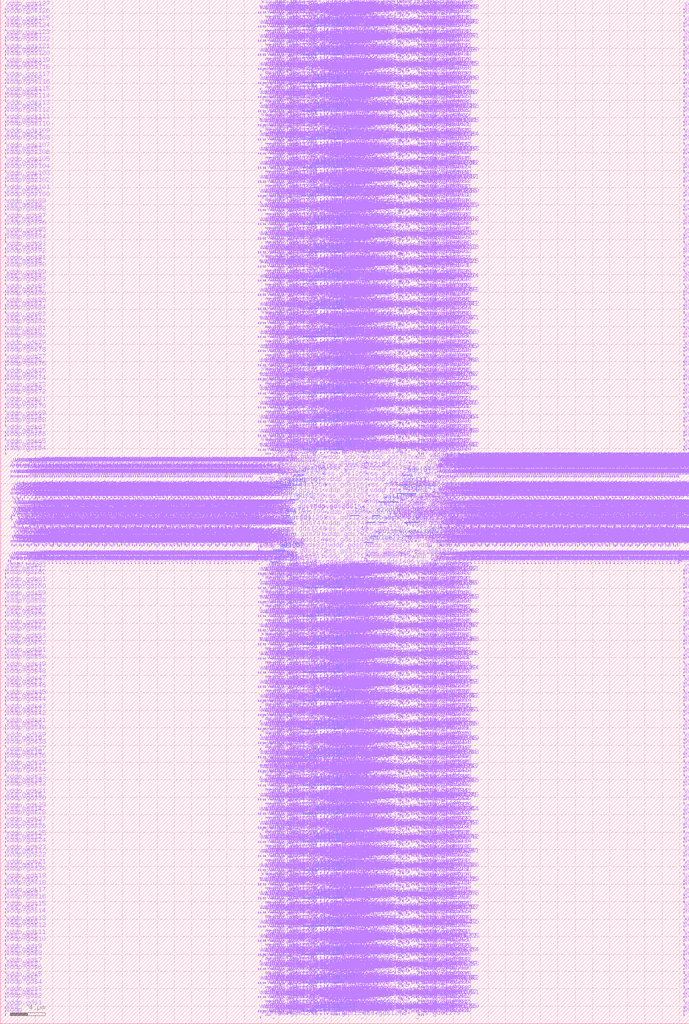
<source format=lef>
### Tool : gds2rh
### RedHawk Version : 19.1.7p1 RHEL6
### Vendor : Apache Design, Inc. A Subsidiary of ANSYS, Inc. 
### Date : Mar 02 2019, 00:03:14 

### Date generated : Wed Sep 14 15:50:59 2022
 
### Command : gds2rh -m /nfs/an/disks/an_mos_scratch01/mos/prod/runs/c224uhdlpsprf-ext-version-r1-0-1/r641702_00_00/r641702_00_00/avm/rv_avm/gds2rh_options_onstate.txt

VERSION 5.5 ;
NAMESCASESENSITIVE ON ;
DIVIDERCHAR "/" ;
BUSBITCHARS "[]" ;
MACRO ip224uhdlp1p11rf_2048x32m8b2c1s0_t0r0p0d0a1m1h_APACHECELL
 ORIGIN 0.000000 0.000000 ;
 SIZE 79.100000 BY 117.540000 ;
 PIN vddp
 DIRECTION INPUT ;
 USE POWER ;
 PORT
 LAYER m1 ;
 RECT 0.582000 0.935000 0.650000 1.135000 ;
 END
 END vddp
 PIN vddp.gds1
 DIRECTION INOUT ;
 USE POWER ;
 PORT
 LAYER m1 ;
 RECT 0.582000 1.745000 0.650000 1.945000 ;
 END
 END vddp.gds1
 PIN vddp.gds2
 DIRECTION INOUT ;
 USE POWER ;
 PORT
 LAYER m1 ;
 RECT 0.582000 2.555000 0.650000 2.755000 ;
 END
 END vddp.gds2
 PIN vddp.gds3
 DIRECTION INOUT ;
 USE POWER ;
 PORT
 LAYER m1 ;
 RECT 0.582000 3.365000 0.650000 3.565000 ;
 END
 END vddp.gds3
 PIN vddp.gds4
 DIRECTION INOUT ;
 USE POWER ;
 PORT
 LAYER m1 ;
 RECT 0.582000 4.175000 0.650000 4.375000 ;
 END
 END vddp.gds4
 PIN vddp.gds5
 DIRECTION INOUT ;
 USE POWER ;
 PORT
 LAYER m1 ;
 RECT 0.582000 4.985000 0.650000 5.185000 ;
 END
 END vddp.gds5
 PIN vddp.gds6
 DIRECTION INOUT ;
 USE POWER ;
 PORT
 LAYER m1 ;
 RECT 0.582000 5.795000 0.650000 5.995000 ;
 END
 END vddp.gds6
 PIN vddp.gds7
 DIRECTION INOUT ;
 USE POWER ;
 PORT
 LAYER m1 ;
 RECT 0.582000 6.605000 0.650000 6.805000 ;
 END
 END vddp.gds7
 PIN vddp.gds8
 DIRECTION INOUT ;
 USE POWER ;
 PORT
 LAYER m1 ;
 RECT 0.582000 7.415000 0.650000 7.615000 ;
 END
 END vddp.gds8
 PIN vddp.gds9
 DIRECTION INOUT ;
 USE POWER ;
 PORT
 LAYER m1 ;
 RECT 0.582000 8.225000 0.650000 8.425000 ;
 END
 END vddp.gds9
 PIN vddp.gds10
 DIRECTION INOUT ;
 USE POWER ;
 PORT
 LAYER m1 ;
 RECT 0.582000 9.035000 0.650000 9.235000 ;
 END
 END vddp.gds10
 PIN vddp.gds11
 DIRECTION INOUT ;
 USE POWER ;
 PORT
 LAYER m1 ;
 RECT 0.582000 9.845000 0.650000 10.045000 ;
 END
 END vddp.gds11
 PIN vddp.gds12
 DIRECTION INOUT ;
 USE POWER ;
 PORT
 LAYER m1 ;
 RECT 0.582000 10.655000 0.650000 10.855000 ;
 END
 END vddp.gds12
 PIN vddp.gds13
 DIRECTION INOUT ;
 USE POWER ;
 PORT
 LAYER m1 ;
 RECT 0.582000 11.465000 0.650000 11.665000 ;
 END
 END vddp.gds13
 PIN vddp.gds14
 DIRECTION INOUT ;
 USE POWER ;
 PORT
 LAYER m1 ;
 RECT 0.582000 12.275000 0.650000 12.475000 ;
 END
 END vddp.gds14
 PIN vddp.gds15
 DIRECTION INOUT ;
 USE POWER ;
 PORT
 LAYER m1 ;
 RECT 0.582000 13.085000 0.650000 13.285000 ;
 END
 END vddp.gds15
 PIN vddp.gds16
 DIRECTION INOUT ;
 USE POWER ;
 PORT
 LAYER m1 ;
 RECT 0.582000 13.895000 0.650000 14.095000 ;
 END
 END vddp.gds16
 PIN vddp.gds17
 DIRECTION INOUT ;
 USE POWER ;
 PORT
 LAYER m1 ;
 RECT 0.582000 14.705000 0.650000 14.905000 ;
 END
 END vddp.gds17
 PIN vddp.gds18
 DIRECTION INOUT ;
 USE POWER ;
 PORT
 LAYER m1 ;
 RECT 0.582000 15.515000 0.650000 15.715000 ;
 END
 END vddp.gds18
 PIN vddp.gds19
 DIRECTION INOUT ;
 USE POWER ;
 PORT
 LAYER m1 ;
 RECT 0.582000 16.325000 0.650000 16.525000 ;
 END
 END vddp.gds19
 PIN vddp.gds20
 DIRECTION INOUT ;
 USE POWER ;
 PORT
 LAYER m1 ;
 RECT 0.582000 17.135000 0.650000 17.335000 ;
 END
 END vddp.gds20
 PIN vddp.gds21
 DIRECTION INOUT ;
 USE POWER ;
 PORT
 LAYER m1 ;
 RECT 0.582000 17.945000 0.650000 18.145000 ;
 END
 END vddp.gds21
 PIN vddp.gds22
 DIRECTION INOUT ;
 USE POWER ;
 PORT
 LAYER m1 ;
 RECT 0.582000 18.755000 0.650000 18.955000 ;
 END
 END vddp.gds22
 PIN vddp.gds23
 DIRECTION INOUT ;
 USE POWER ;
 PORT
 LAYER m1 ;
 RECT 0.582000 19.565000 0.650000 19.765000 ;
 END
 END vddp.gds23
 PIN vddp.gds24
 DIRECTION INOUT ;
 USE POWER ;
 PORT
 LAYER m1 ;
 RECT 0.582000 20.375000 0.650000 20.575000 ;
 END
 END vddp.gds24
 PIN vddp.gds25
 DIRECTION INOUT ;
 USE POWER ;
 PORT
 LAYER m1 ;
 RECT 0.582000 21.185000 0.650000 21.385000 ;
 END
 END vddp.gds25
 PIN vddp.gds26
 DIRECTION INOUT ;
 USE POWER ;
 PORT
 LAYER m1 ;
 RECT 0.582000 21.995000 0.650000 22.195000 ;
 END
 END vddp.gds26
 PIN vddp.gds27
 DIRECTION INOUT ;
 USE POWER ;
 PORT
 LAYER m1 ;
 RECT 0.582000 22.805000 0.650000 23.005000 ;
 END
 END vddp.gds27
 PIN vddp.gds28
 DIRECTION INOUT ;
 USE POWER ;
 PORT
 LAYER m1 ;
 RECT 0.582000 23.615000 0.650000 23.815000 ;
 END
 END vddp.gds28
 PIN vddp.gds29
 DIRECTION INOUT ;
 USE POWER ;
 PORT
 LAYER m1 ;
 RECT 0.582000 24.425000 0.650000 24.625000 ;
 END
 END vddp.gds29
 PIN vddp.gds30
 DIRECTION INOUT ;
 USE POWER ;
 PORT
 LAYER m1 ;
 RECT 0.582000 25.235000 0.650000 25.435000 ;
 END
 END vddp.gds30
 PIN vddp.gds31
 DIRECTION INOUT ;
 USE POWER ;
 PORT
 LAYER m1 ;
 RECT 0.582000 26.045000 0.650000 26.245000 ;
 END
 END vddp.gds31
 PIN vddp.gds32
 DIRECTION INOUT ;
 USE POWER ;
 PORT
 LAYER m1 ;
 RECT 0.582000 26.855000 0.650000 27.055000 ;
 END
 END vddp.gds32
 PIN vddp.gds33
 DIRECTION INOUT ;
 USE POWER ;
 PORT
 LAYER m1 ;
 RECT 0.582000 27.665000 0.650000 27.865000 ;
 END
 END vddp.gds33
 PIN vddp.gds34
 DIRECTION INOUT ;
 USE POWER ;
 PORT
 LAYER m1 ;
 RECT 0.582000 28.475000 0.650000 28.675000 ;
 END
 END vddp.gds34
 PIN vddp.gds35
 DIRECTION INOUT ;
 USE POWER ;
 PORT
 LAYER m1 ;
 RECT 0.582000 29.285000 0.650000 29.485000 ;
 END
 END vddp.gds35
 PIN vddp.gds36
 DIRECTION INOUT ;
 USE POWER ;
 PORT
 LAYER m1 ;
 RECT 0.582000 30.095000 0.650000 30.295000 ;
 END
 END vddp.gds36
 PIN vddp.gds37
 DIRECTION INOUT ;
 USE POWER ;
 PORT
 LAYER m1 ;
 RECT 0.582000 30.905000 0.650000 31.105000 ;
 END
 END vddp.gds37
 PIN vddp.gds38
 DIRECTION INOUT ;
 USE POWER ;
 PORT
 LAYER m1 ;
 RECT 0.582000 31.715000 0.650000 31.915000 ;
 END
 END vddp.gds38
 PIN vddp.gds39
 DIRECTION INOUT ;
 USE POWER ;
 PORT
 LAYER m1 ;
 RECT 0.582000 32.525000 0.650000 32.725000 ;
 END
 END vddp.gds39
 PIN vddp.gds40
 DIRECTION INOUT ;
 USE POWER ;
 PORT
 LAYER m1 ;
 RECT 0.582000 33.335000 0.650000 33.535000 ;
 END
 END vddp.gds40
 PIN vddp.gds41
 DIRECTION INOUT ;
 USE POWER ;
 PORT
 LAYER m1 ;
 RECT 0.582000 34.145000 0.650000 34.345000 ;
 END
 END vddp.gds41
 PIN vddp.gds42
 DIRECTION INOUT ;
 USE POWER ;
 PORT
 LAYER m1 ;
 RECT 0.582000 34.955000 0.650000 35.155000 ;
 END
 END vddp.gds42
 PIN vddp.gds43
 DIRECTION INOUT ;
 USE POWER ;
 PORT
 LAYER m1 ;
 RECT 0.582000 35.765000 0.650000 35.965000 ;
 END
 END vddp.gds43
 PIN vddp.gds44
 DIRECTION INOUT ;
 USE POWER ;
 PORT
 LAYER m1 ;
 RECT 0.582000 36.575000 0.650000 36.775000 ;
 END
 END vddp.gds44
 PIN vddp.gds45
 DIRECTION INOUT ;
 USE POWER ;
 PORT
 LAYER m1 ;
 RECT 0.582000 37.385000 0.650000 37.585000 ;
 END
 END vddp.gds45
 PIN vddp.gds46
 DIRECTION INOUT ;
 USE POWER ;
 PORT
 LAYER m1 ;
 RECT 0.582000 38.195000 0.650000 38.395000 ;
 END
 END vddp.gds46
 PIN vddp.gds47
 DIRECTION INOUT ;
 USE POWER ;
 PORT
 LAYER m1 ;
 RECT 0.582000 39.005000 0.650000 39.205000 ;
 END
 END vddp.gds47
 PIN vddp.gds48
 DIRECTION INOUT ;
 USE POWER ;
 PORT
 LAYER m1 ;
 RECT 0.582000 39.815000 0.650000 40.015000 ;
 END
 END vddp.gds48
 PIN vddp.gds49
 DIRECTION INOUT ;
 USE POWER ;
 PORT
 LAYER m1 ;
 RECT 0.582000 40.625000 0.650000 40.825000 ;
 END
 END vddp.gds49
 PIN vddp.gds50
 DIRECTION INOUT ;
 USE POWER ;
 PORT
 LAYER m1 ;
 RECT 0.582000 41.435000 0.650000 41.635000 ;
 END
 END vddp.gds50
 PIN vddp.gds51
 DIRECTION INOUT ;
 USE POWER ;
 PORT
 LAYER m1 ;
 RECT 0.582000 42.245000 0.650000 42.445000 ;
 END
 END vddp.gds51
 PIN vddp.gds52
 DIRECTION INOUT ;
 USE POWER ;
 PORT
 LAYER m1 ;
 RECT 0.582000 43.055000 0.650000 43.255000 ;
 END
 END vddp.gds52
 PIN vddp.gds53
 DIRECTION INOUT ;
 USE POWER ;
 PORT
 LAYER m1 ;
 RECT 0.582000 43.865000 0.650000 44.065000 ;
 END
 END vddp.gds53
 PIN vddp.gds54
 DIRECTION INOUT ;
 USE POWER ;
 PORT
 LAYER m1 ;
 RECT 0.582000 44.675000 0.650000 44.875000 ;
 END
 END vddp.gds54
 PIN vddp.gds55
 DIRECTION INOUT ;
 USE POWER ;
 PORT
 LAYER m1 ;
 RECT 0.582000 45.485000 0.650000 45.685000 ;
 END
 END vddp.gds55
 PIN vddp.gds56
 DIRECTION INOUT ;
 USE POWER ;
 PORT
 LAYER m1 ;
 RECT 0.582000 46.295000 0.650000 46.495000 ;
 END
 END vddp.gds56
 PIN vddp.gds57
 DIRECTION INOUT ;
 USE POWER ;
 PORT
 LAYER m1 ;
 RECT 0.582000 47.105000 0.650000 47.305000 ;
 END
 END vddp.gds57
 PIN vddp.gds58
 DIRECTION INOUT ;
 USE POWER ;
 PORT
 LAYER m1 ;
 RECT 0.582000 47.915000 0.650000 48.115000 ;
 END
 END vddp.gds58
 PIN vddp.gds59
 DIRECTION INOUT ;
 USE POWER ;
 PORT
 LAYER m1 ;
 RECT 0.582000 48.725000 0.650000 48.925000 ;
 END
 END vddp.gds59
 PIN vddp.gds60
 DIRECTION INOUT ;
 USE POWER ;
 PORT
 LAYER m1 ;
 RECT 0.582000 49.535000 0.650000 49.735000 ;
 END
 END vddp.gds60
 PIN vddp.gds61
 DIRECTION INOUT ;
 USE POWER ;
 PORT
 LAYER m1 ;
 RECT 0.582000 50.345000 0.650000 50.545000 ;
 END
 END vddp.gds61
 PIN vddp.gds62
 DIRECTION INOUT ;
 USE POWER ;
 PORT
 LAYER m1 ;
 RECT 0.582000 51.155000 0.650000 51.355000 ;
 END
 END vddp.gds62
 PIN vddp.gds63
 DIRECTION INOUT ;
 USE POWER ;
 PORT
 LAYER m1 ;
 RECT 0.582000 51.965000 0.650000 52.165000 ;
 END
 END vddp.gds63
 PIN vddp.gds64
 DIRECTION INOUT ;
 USE POWER ;
 PORT
 LAYER m1 ;
 RECT 0.582000 65.375000 0.650000 65.575000 ;
 END
 END vddp.gds64
 PIN vddp.gds65
 DIRECTION INOUT ;
 USE POWER ;
 PORT
 LAYER m1 ;
 RECT 0.582000 66.185000 0.650000 66.385000 ;
 END
 END vddp.gds65
 PIN vddp.gds66
 DIRECTION INOUT ;
 USE POWER ;
 PORT
 LAYER m1 ;
 RECT 0.582000 66.995000 0.650000 67.195000 ;
 END
 END vddp.gds66
 PIN vddp.gds67
 DIRECTION INOUT ;
 USE POWER ;
 PORT
 LAYER m1 ;
 RECT 0.582000 67.805000 0.650000 68.005000 ;
 END
 END vddp.gds67
 PIN vddp.gds68
 DIRECTION INOUT ;
 USE POWER ;
 PORT
 LAYER m1 ;
 RECT 0.582000 68.615000 0.650000 68.815000 ;
 END
 END vddp.gds68
 PIN vddp.gds69
 DIRECTION INOUT ;
 USE POWER ;
 PORT
 LAYER m1 ;
 RECT 0.582000 69.425000 0.650000 69.625000 ;
 END
 END vddp.gds69
 PIN vddp.gds70
 DIRECTION INOUT ;
 USE POWER ;
 PORT
 LAYER m1 ;
 RECT 0.582000 70.235000 0.650000 70.435000 ;
 END
 END vddp.gds70
 PIN vddp.gds71
 DIRECTION INOUT ;
 USE POWER ;
 PORT
 LAYER m1 ;
 RECT 0.582000 71.045000 0.650000 71.245000 ;
 END
 END vddp.gds71
 PIN vddp.gds72
 DIRECTION INOUT ;
 USE POWER ;
 PORT
 LAYER m1 ;
 RECT 0.582000 71.855000 0.650000 72.055000 ;
 END
 END vddp.gds72
 PIN vddp.gds73
 DIRECTION INOUT ;
 USE POWER ;
 PORT
 LAYER m1 ;
 RECT 0.582000 72.665000 0.650000 72.865000 ;
 END
 END vddp.gds73
 PIN vddp.gds74
 DIRECTION INOUT ;
 USE POWER ;
 PORT
 LAYER m1 ;
 RECT 0.582000 73.475000 0.650000 73.675000 ;
 END
 END vddp.gds74
 PIN vddp.gds75
 DIRECTION INOUT ;
 USE POWER ;
 PORT
 LAYER m1 ;
 RECT 0.582000 74.285000 0.650000 74.485000 ;
 END
 END vddp.gds75
 PIN vddp.gds76
 DIRECTION INOUT ;
 USE POWER ;
 PORT
 LAYER m1 ;
 RECT 0.582000 75.095000 0.650000 75.295000 ;
 END
 END vddp.gds76
 PIN vddp.gds77
 DIRECTION INOUT ;
 USE POWER ;
 PORT
 LAYER m1 ;
 RECT 0.582000 75.905000 0.650000 76.105000 ;
 END
 END vddp.gds77
 PIN vddp.gds78
 DIRECTION INOUT ;
 USE POWER ;
 PORT
 LAYER m1 ;
 RECT 0.582000 76.715000 0.650000 76.915000 ;
 END
 END vddp.gds78
 PIN vddp.gds79
 DIRECTION INOUT ;
 USE POWER ;
 PORT
 LAYER m1 ;
 RECT 0.582000 77.525000 0.650000 77.725000 ;
 END
 END vddp.gds79
 PIN vddp.gds80
 DIRECTION INOUT ;
 USE POWER ;
 PORT
 LAYER m1 ;
 RECT 0.582000 78.335000 0.650000 78.535000 ;
 END
 END vddp.gds80
 PIN vddp.gds81
 DIRECTION INOUT ;
 USE POWER ;
 PORT
 LAYER m1 ;
 RECT 0.582000 79.145000 0.650000 79.345000 ;
 END
 END vddp.gds81
 PIN vddp.gds82
 DIRECTION INOUT ;
 USE POWER ;
 PORT
 LAYER m1 ;
 RECT 0.582000 79.955000 0.650000 80.155000 ;
 END
 END vddp.gds82
 PIN vddp.gds83
 DIRECTION INOUT ;
 USE POWER ;
 PORT
 LAYER m1 ;
 RECT 0.582000 80.765000 0.650000 80.965000 ;
 END
 END vddp.gds83
 PIN vddp.gds84
 DIRECTION INOUT ;
 USE POWER ;
 PORT
 LAYER m1 ;
 RECT 0.582000 81.575000 0.650000 81.775000 ;
 END
 END vddp.gds84
 PIN vddp.gds85
 DIRECTION INOUT ;
 USE POWER ;
 PORT
 LAYER m1 ;
 RECT 0.582000 82.385000 0.650000 82.585000 ;
 END
 END vddp.gds85
 PIN vddp.gds86
 DIRECTION INOUT ;
 USE POWER ;
 PORT
 LAYER m1 ;
 RECT 0.582000 83.195000 0.650000 83.395000 ;
 END
 END vddp.gds86
 PIN vddp.gds87
 DIRECTION INOUT ;
 USE POWER ;
 PORT
 LAYER m1 ;
 RECT 0.582000 84.005000 0.650000 84.205000 ;
 END
 END vddp.gds87
 PIN vddp.gds88
 DIRECTION INOUT ;
 USE POWER ;
 PORT
 LAYER m1 ;
 RECT 0.582000 84.815000 0.650000 85.015000 ;
 END
 END vddp.gds88
 PIN vddp.gds89
 DIRECTION INOUT ;
 USE POWER ;
 PORT
 LAYER m1 ;
 RECT 0.582000 85.625000 0.650000 85.825000 ;
 END
 END vddp.gds89
 PIN vddp.gds90
 DIRECTION INOUT ;
 USE POWER ;
 PORT
 LAYER m1 ;
 RECT 0.582000 86.435000 0.650000 86.635000 ;
 END
 END vddp.gds90
 PIN vddp.gds91
 DIRECTION INOUT ;
 USE POWER ;
 PORT
 LAYER m1 ;
 RECT 0.582000 87.245000 0.650000 87.445000 ;
 END
 END vddp.gds91
 PIN vddp.gds92
 DIRECTION INOUT ;
 USE POWER ;
 PORT
 LAYER m1 ;
 RECT 0.582000 88.055000 0.650000 88.255000 ;
 END
 END vddp.gds92
 PIN vddp.gds93
 DIRECTION INOUT ;
 USE POWER ;
 PORT
 LAYER m1 ;
 RECT 0.582000 88.865000 0.650000 89.065000 ;
 END
 END vddp.gds93
 PIN vddp.gds94
 DIRECTION INOUT ;
 USE POWER ;
 PORT
 LAYER m1 ;
 RECT 0.582000 89.675000 0.650000 89.875000 ;
 END
 END vddp.gds94
 PIN vddp.gds95
 DIRECTION INOUT ;
 USE POWER ;
 PORT
 LAYER m1 ;
 RECT 0.582000 90.485000 0.650000 90.685000 ;
 END
 END vddp.gds95
 PIN vddp.gds96
 DIRECTION INOUT ;
 USE POWER ;
 PORT
 LAYER m1 ;
 RECT 0.582000 91.295000 0.650000 91.495000 ;
 END
 END vddp.gds96
 PIN vddp.gds97
 DIRECTION INOUT ;
 USE POWER ;
 PORT
 LAYER m1 ;
 RECT 0.582000 92.105000 0.650000 92.305000 ;
 END
 END vddp.gds97
 PIN vddp.gds98
 DIRECTION INOUT ;
 USE POWER ;
 PORT
 LAYER m1 ;
 RECT 0.582000 92.915000 0.650000 93.115000 ;
 END
 END vddp.gds98
 PIN vddp.gds99
 DIRECTION INOUT ;
 USE POWER ;
 PORT
 LAYER m1 ;
 RECT 0.582000 93.725000 0.650000 93.925000 ;
 END
 END vddp.gds99
 PIN vddp.gds100
 DIRECTION INOUT ;
 USE POWER ;
 PORT
 LAYER m1 ;
 RECT 0.582000 94.535000 0.650000 94.735000 ;
 END
 END vddp.gds100
 PIN vddp.gds101
 DIRECTION INOUT ;
 USE POWER ;
 PORT
 LAYER m1 ;
 RECT 0.582000 95.345000 0.650000 95.545000 ;
 END
 END vddp.gds101
 PIN vddp.gds102
 DIRECTION INOUT ;
 USE POWER ;
 PORT
 LAYER m1 ;
 RECT 0.582000 96.155000 0.650000 96.355000 ;
 END
 END vddp.gds102
 PIN vddp.gds103
 DIRECTION INOUT ;
 USE POWER ;
 PORT
 LAYER m1 ;
 RECT 0.582000 96.965000 0.650000 97.165000 ;
 END
 END vddp.gds103
 PIN vddp.gds104
 DIRECTION INOUT ;
 USE POWER ;
 PORT
 LAYER m1 ;
 RECT 0.582000 97.775000 0.650000 97.975000 ;
 END
 END vddp.gds104
 PIN vddp.gds105
 DIRECTION INOUT ;
 USE POWER ;
 PORT
 LAYER m1 ;
 RECT 0.582000 98.585000 0.650000 98.785000 ;
 END
 END vddp.gds105
 PIN vddp.gds106
 DIRECTION INOUT ;
 USE POWER ;
 PORT
 LAYER m1 ;
 RECT 0.582000 99.395000 0.650000 99.595000 ;
 END
 END vddp.gds106
 PIN vddp.gds107
 DIRECTION INOUT ;
 USE POWER ;
 PORT
 LAYER m1 ;
 RECT 0.582000 100.205000 0.650000 100.405000 ;
 END
 END vddp.gds107
 PIN vddp.gds108
 DIRECTION INOUT ;
 USE POWER ;
 PORT
 LAYER m1 ;
 RECT 0.582000 101.015000 0.650000 101.215000 ;
 END
 END vddp.gds108
 PIN vddp.gds109
 DIRECTION INOUT ;
 USE POWER ;
 PORT
 LAYER m1 ;
 RECT 0.582000 101.825000 0.650000 102.025000 ;
 END
 END vddp.gds109
 PIN vddp.gds110
 DIRECTION INOUT ;
 USE POWER ;
 PORT
 LAYER m1 ;
 RECT 0.582000 102.635000 0.650000 102.835000 ;
 END
 END vddp.gds110
 PIN vddp.gds111
 DIRECTION INOUT ;
 USE POWER ;
 PORT
 LAYER m1 ;
 RECT 0.582000 103.445000 0.650000 103.645000 ;
 END
 END vddp.gds111
 PIN vddp.gds112
 DIRECTION INOUT ;
 USE POWER ;
 PORT
 LAYER m1 ;
 RECT 0.582000 104.255000 0.650000 104.455000 ;
 END
 END vddp.gds112
 PIN vddp.gds113
 DIRECTION INOUT ;
 USE POWER ;
 PORT
 LAYER m1 ;
 RECT 0.582000 105.065000 0.650000 105.265000 ;
 END
 END vddp.gds113
 PIN vddp.gds114
 DIRECTION INOUT ;
 USE POWER ;
 PORT
 LAYER m1 ;
 RECT 0.582000 105.875000 0.650000 106.075000 ;
 END
 END vddp.gds114
 PIN vddp.gds115
 DIRECTION INOUT ;
 USE POWER ;
 PORT
 LAYER m1 ;
 RECT 0.582000 106.685000 0.650000 106.885000 ;
 END
 END vddp.gds115
 PIN vddp.gds116
 DIRECTION INOUT ;
 USE POWER ;
 PORT
 LAYER m1 ;
 RECT 0.582000 107.495000 0.650000 107.695000 ;
 END
 END vddp.gds116
 PIN vddp.gds117
 DIRECTION INOUT ;
 USE POWER ;
 PORT
 LAYER m1 ;
 RECT 0.582000 108.305000 0.650000 108.505000 ;
 END
 END vddp.gds117
 PIN vddp.gds118
 DIRECTION INOUT ;
 USE POWER ;
 PORT
 LAYER m1 ;
 RECT 0.582000 109.115000 0.650000 109.315000 ;
 END
 END vddp.gds118
 PIN vddp.gds119
 DIRECTION INOUT ;
 USE POWER ;
 PORT
 LAYER m1 ;
 RECT 0.582000 109.925000 0.650000 110.125000 ;
 END
 END vddp.gds119
 PIN vddp.gds120
 DIRECTION INOUT ;
 USE POWER ;
 PORT
 LAYER m1 ;
 RECT 0.582000 110.735000 0.650000 110.935000 ;
 END
 END vddp.gds120
 PIN vddp.gds121
 DIRECTION INOUT ;
 USE POWER ;
 PORT
 LAYER m1 ;
 RECT 0.582000 111.545000 0.650000 111.745000 ;
 END
 END vddp.gds121
 PIN vddp.gds122
 DIRECTION INOUT ;
 USE POWER ;
 PORT
 LAYER m1 ;
 RECT 0.582000 112.355000 0.650000 112.555000 ;
 END
 END vddp.gds122
 PIN vddp.gds123
 DIRECTION INOUT ;
 USE POWER ;
 PORT
 LAYER m1 ;
 RECT 0.582000 113.165000 0.650000 113.365000 ;
 END
 END vddp.gds123
 PIN vddp.gds124
 DIRECTION INOUT ;
 USE POWER ;
 PORT
 LAYER m1 ;
 RECT 0.582000 113.975000 0.650000 114.175000 ;
 END
 END vddp.gds124
 PIN vddp.gds125
 DIRECTION INOUT ;
 USE POWER ;
 PORT
 LAYER m1 ;
 RECT 0.582000 114.785000 0.650000 114.985000 ;
 END
 END vddp.gds125
 PIN vddp.gds126
 DIRECTION INOUT ;
 USE POWER ;
 PORT
 LAYER m1 ;
 RECT 0.582000 115.595000 0.650000 115.795000 ;
 END
 END vddp.gds126
 PIN vddp.gds127
 DIRECTION INOUT ;
 USE POWER ;
 PORT
 LAYER m1 ;
 RECT 0.582000 116.405000 0.650000 116.605000 ;
 END
 END vddp.gds127
 PIN vddp.gds128
 DIRECTION INOUT ;
 USE POWER ;
 PORT
 LAYER m1 ;
 RECT 1.230000 58.040000 1.298000 58.240000 ;
 END
 END vddp.gds128
 PIN vddp.gds129
 DIRECTION INOUT ;
 USE POWER ;
 PORT
 LAYER m1 ;
 RECT 1.338000 54.881000 1.406000 55.081000 ;
 END
 END vddp.gds129
 PIN vddp.gds130
 DIRECTION INOUT ;
 USE POWER ;
 PORT
 LAYER m1 ;
 RECT 1.338000 58.289000 1.406000 58.489000 ;
 END
 END vddp.gds130
 PIN vddp.gds131
 DIRECTION INOUT ;
 USE POWER ;
 PORT
 LAYER m1 ;
 RECT 1.338000 61.199000 1.406000 61.399000 ;
 END
 END vddp.gds131
 PIN vddp.gds132
 DIRECTION INOUT ;
 USE POWER ;
 PORT
 LAYER m1 ;
 RECT 1.446000 55.757000 1.514000 55.957000 ;
 END
 END vddp.gds132
 PIN vddp.gds133
 DIRECTION INOUT ;
 USE POWER ;
 PORT
 LAYER m1 ;
 RECT 1.446000 60.323000 1.514000 60.523000 ;
 END
 END vddp.gds133
 PIN vddp.gds134
 DIRECTION INOUT ;
 USE POWER ;
 PORT
 LAYER m1 ;
 RECT 1.554000 58.289000 1.622000 58.489000 ;
 END
 END vddp.gds134
 PIN vddp.gds135
 DIRECTION INOUT ;
 USE POWER ;
 PORT
 LAYER m1 ;
 RECT 1.662000 55.963500 1.730000 56.163500 ;
 END
 END vddp.gds135
 PIN vddp.gds136
 DIRECTION INOUT ;
 USE POWER ;
 PORT
 LAYER m1 ;
 RECT 1.662000 60.116500 1.730000 60.316500 ;
 END
 END vddp.gds136
 PIN vddp.gds137
 DIRECTION INOUT ;
 USE POWER ;
 PORT
 LAYER m1 ;
 RECT 1.770000 54.881000 1.838000 55.081000 ;
 END
 END vddp.gds137
 PIN vddp.gds138
 DIRECTION INOUT ;
 USE POWER ;
 PORT
 LAYER m1 ;
 RECT 1.770000 61.199000 1.838000 61.399000 ;
 END
 END vddp.gds138
 PIN vddp.gds139
 DIRECTION INOUT ;
 USE POWER ;
 PORT
 LAYER m1 ;
 RECT 1.878000 55.757000 1.946000 55.957000 ;
 END
 END vddp.gds139
 PIN vddp.gds140
 DIRECTION INOUT ;
 USE POWER ;
 PORT
 LAYER m1 ;
 RECT 1.878000 57.377000 1.946000 57.577000 ;
 END
 END vddp.gds140
 PIN vddp.gds141
 DIRECTION INOUT ;
 USE POWER ;
 PORT
 LAYER m1 ;
 RECT 1.878000 58.703000 1.946000 58.903000 ;
 END
 END vddp.gds141
 PIN vddp.gds142
 DIRECTION INOUT ;
 USE POWER ;
 PORT
 LAYER m1 ;
 RECT 1.878000 60.323000 1.946000 60.523000 ;
 END
 END vddp.gds142
 PIN vddp.gds143
 DIRECTION INOUT ;
 USE POWER ;
 PORT
 LAYER m1 ;
 RECT 1.986000 57.215000 2.054000 57.415000 ;
 END
 END vddp.gds143
 PIN vddp.gds144
 DIRECTION INOUT ;
 USE POWER ;
 PORT
 LAYER m1 ;
 RECT 1.986000 58.481000 2.054000 58.681000 ;
 END
 END vddp.gds144
 PIN vddp.gds145
 DIRECTION INOUT ;
 USE POWER ;
 PORT
 LAYER m1 ;
 RECT 2.094000 55.963500 2.162000 56.163500 ;
 END
 END vddp.gds145
 PIN vddp.gds146
 DIRECTION INOUT ;
 USE POWER ;
 PORT
 LAYER m1 ;
 RECT 2.094000 58.040000 2.162000 58.240000 ;
 END
 END vddp.gds146
 PIN vddp.gds147
 DIRECTION INOUT ;
 USE POWER ;
 PORT
 LAYER m1 ;
 RECT 2.094000 60.116500 2.162000 60.316500 ;
 END
 END vddp.gds147
 PIN vddp.gds148
 DIRECTION INOUT ;
 USE POWER ;
 PORT
 LAYER m1 ;
 RECT 2.202000 54.881000 2.270000 55.081000 ;
 END
 END vddp.gds148
 PIN vddp.gds149
 DIRECTION INOUT ;
 USE POWER ;
 PORT
 LAYER m1 ;
 RECT 2.202000 57.215000 2.270000 57.415000 ;
 END
 END vddp.gds149
 PIN vddp.gds150
 DIRECTION INOUT ;
 USE POWER ;
 PORT
 LAYER m1 ;
 RECT 2.202000 58.481000 2.270000 58.681000 ;
 END
 END vddp.gds150
 PIN vddp.gds151
 DIRECTION INOUT ;
 USE POWER ;
 PORT
 LAYER m1 ;
 RECT 2.202000 61.199000 2.270000 61.399000 ;
 END
 END vddp.gds151
 PIN vddp.gds152
 DIRECTION INOUT ;
 USE POWER ;
 PORT
 LAYER m1 ;
 RECT 2.310000 55.757000 2.378000 55.957000 ;
 END
 END vddp.gds152
 PIN vddp.gds153
 DIRECTION INOUT ;
 USE POWER ;
 PORT
 LAYER m1 ;
 RECT 2.310000 57.377000 2.378000 57.577000 ;
 END
 END vddp.gds153
 PIN vddp.gds154
 DIRECTION INOUT ;
 USE POWER ;
 PORT
 LAYER m1 ;
 RECT 2.310000 58.703000 2.378000 58.903000 ;
 END
 END vddp.gds154
 PIN vddp.gds155
 DIRECTION INOUT ;
 USE POWER ;
 PORT
 LAYER m1 ;
 RECT 2.310000 60.323000 2.378000 60.523000 ;
 END
 END vddp.gds155
 PIN vddp.gds156
 DIRECTION INOUT ;
 USE POWER ;
 PORT
 LAYER m1 ;
 RECT 2.418000 58.289000 2.486000 58.489000 ;
 END
 END vddp.gds156
 PIN vddp.gds157
 DIRECTION INOUT ;
 USE POWER ;
 PORT
 LAYER m1 ;
 RECT 2.526000 55.963500 2.594000 56.163500 ;
 END
 END vddp.gds157
 PIN vddp.gds158
 DIRECTION INOUT ;
 USE POWER ;
 PORT
 LAYER m1 ;
 RECT 2.526000 60.116500 2.594000 60.316500 ;
 END
 END vddp.gds158
 PIN vddp.gds159
 DIRECTION INOUT ;
 USE POWER ;
 PORT
 LAYER m1 ;
 RECT 2.634000 54.881000 2.702000 55.081000 ;
 END
 END vddp.gds159
 PIN vddp.gds160
 DIRECTION INOUT ;
 USE POWER ;
 PORT
 LAYER m1 ;
 RECT 2.634000 61.199000 2.702000 61.399000 ;
 END
 END vddp.gds160
 PIN vddp.gds161
 DIRECTION INOUT ;
 USE POWER ;
 PORT
 LAYER m1 ;
 RECT 2.742000 55.757000 2.810000 55.957000 ;
 END
 END vddp.gds161
 PIN vddp.gds162
 DIRECTION INOUT ;
 USE POWER ;
 PORT
 LAYER m1 ;
 RECT 2.742000 60.323000 2.810000 60.523000 ;
 END
 END vddp.gds162
 PIN vddp.gds163
 DIRECTION INOUT ;
 USE POWER ;
 PORT
 LAYER m1 ;
 RECT 2.850000 58.289000 2.918000 58.489000 ;
 END
 END vddp.gds163
 PIN vddp.gds164
 DIRECTION INOUT ;
 USE POWER ;
 PORT
 LAYER m1 ;
 RECT 2.958000 58.040000 3.026000 58.240000 ;
 END
 END vddp.gds164
 PIN vddp.gds165
 DIRECTION INOUT ;
 USE POWER ;
 PORT
 LAYER m1 ;
 RECT 3.066000 54.881000 3.134000 55.081000 ;
 END
 END vddp.gds165
 PIN vddp.gds166
 DIRECTION INOUT ;
 USE POWER ;
 PORT
 LAYER m1 ;
 RECT 3.066000 58.289000 3.134000 58.489000 ;
 END
 END vddp.gds166
 PIN vddp.gds167
 DIRECTION INOUT ;
 USE POWER ;
 PORT
 LAYER m1 ;
 RECT 3.066000 61.199000 3.134000 61.399000 ;
 END
 END vddp.gds167
 PIN vddp.gds168
 DIRECTION INOUT ;
 USE POWER ;
 PORT
 LAYER m1 ;
 RECT 3.174000 55.757000 3.242000 55.957000 ;
 END
 END vddp.gds168
 PIN vddp.gds169
 DIRECTION INOUT ;
 USE POWER ;
 PORT
 LAYER m1 ;
 RECT 3.174000 60.323000 3.242000 60.523000 ;
 END
 END vddp.gds169
 PIN vddp.gds170
 DIRECTION INOUT ;
 USE POWER ;
 PORT
 LAYER m1 ;
 RECT 3.282000 58.289000 3.350000 58.489000 ;
 END
 END vddp.gds170
 PIN vddp.gds171
 DIRECTION INOUT ;
 USE POWER ;
 PORT
 LAYER m1 ;
 RECT 3.390000 55.963500 3.458000 56.163500 ;
 END
 END vddp.gds171
 PIN vddp.gds172
 DIRECTION INOUT ;
 USE POWER ;
 PORT
 LAYER m1 ;
 RECT 3.390000 60.116500 3.458000 60.316500 ;
 END
 END vddp.gds172
 PIN vddp.gds173
 DIRECTION INOUT ;
 USE POWER ;
 PORT
 LAYER m1 ;
 RECT 3.498000 54.881000 3.566000 55.081000 ;
 END
 END vddp.gds173
 PIN vddp.gds174
 DIRECTION INOUT ;
 USE POWER ;
 PORT
 LAYER m1 ;
 RECT 3.498000 61.199000 3.566000 61.399000 ;
 END
 END vddp.gds174
 PIN vddp.gds175
 DIRECTION INOUT ;
 USE POWER ;
 PORT
 LAYER m1 ;
 RECT 3.606000 55.757000 3.674000 55.957000 ;
 END
 END vddp.gds175
 PIN vddp.gds176
 DIRECTION INOUT ;
 USE POWER ;
 PORT
 LAYER m1 ;
 RECT 3.606000 57.377000 3.674000 57.577000 ;
 END
 END vddp.gds176
 PIN vddp.gds177
 DIRECTION INOUT ;
 USE POWER ;
 PORT
 LAYER m1 ;
 RECT 3.606000 58.703000 3.674000 58.903000 ;
 END
 END vddp.gds177
 PIN vddp.gds178
 DIRECTION INOUT ;
 USE POWER ;
 PORT
 LAYER m1 ;
 RECT 3.606000 60.323000 3.674000 60.523000 ;
 END
 END vddp.gds178
 PIN vddp.gds179
 DIRECTION INOUT ;
 USE POWER ;
 PORT
 LAYER m1 ;
 RECT 3.714000 57.215000 3.782000 57.415000 ;
 END
 END vddp.gds179
 PIN vddp.gds180
 DIRECTION INOUT ;
 USE POWER ;
 PORT
 LAYER m1 ;
 RECT 3.714000 58.481000 3.782000 58.681000 ;
 END
 END vddp.gds180
 PIN vddp.gds181
 DIRECTION INOUT ;
 USE POWER ;
 PORT
 LAYER m1 ;
 RECT 3.822000 55.963500 3.890000 56.163500 ;
 END
 END vddp.gds181
 PIN vddp.gds182
 DIRECTION INOUT ;
 USE POWER ;
 PORT
 LAYER m1 ;
 RECT 3.822000 58.040000 3.890000 58.240000 ;
 END
 END vddp.gds182
 PIN vddp.gds183
 DIRECTION INOUT ;
 USE POWER ;
 PORT
 LAYER m1 ;
 RECT 3.822000 60.116500 3.890000 60.316500 ;
 END
 END vddp.gds183
 PIN vddp.gds184
 DIRECTION INOUT ;
 USE POWER ;
 PORT
 LAYER m1 ;
 RECT 3.930000 54.881000 3.998000 55.081000 ;
 END
 END vddp.gds184
 PIN vddp.gds185
 DIRECTION INOUT ;
 USE POWER ;
 PORT
 LAYER m1 ;
 RECT 3.930000 57.215000 3.998000 57.415000 ;
 END
 END vddp.gds185
 PIN vddp.gds186
 DIRECTION INOUT ;
 USE POWER ;
 PORT
 LAYER m1 ;
 RECT 3.930000 58.481000 3.998000 58.681000 ;
 END
 END vddp.gds186
 PIN vddp.gds187
 DIRECTION INOUT ;
 USE POWER ;
 PORT
 LAYER m1 ;
 RECT 3.930000 61.199000 3.998000 61.399000 ;
 END
 END vddp.gds187
 PIN vddp.gds188
 DIRECTION INOUT ;
 USE POWER ;
 PORT
 LAYER m1 ;
 RECT 4.038000 55.757000 4.106000 55.957000 ;
 END
 END vddp.gds188
 PIN vddp.gds189
 DIRECTION INOUT ;
 USE POWER ;
 PORT
 LAYER m1 ;
 RECT 4.038000 57.377000 4.106000 57.577000 ;
 END
 END vddp.gds189
 PIN vddp.gds190
 DIRECTION INOUT ;
 USE POWER ;
 PORT
 LAYER m1 ;
 RECT 4.038000 58.703000 4.106000 58.903000 ;
 END
 END vddp.gds190
 PIN vddp.gds191
 DIRECTION INOUT ;
 USE POWER ;
 PORT
 LAYER m1 ;
 RECT 4.038000 60.323000 4.106000 60.523000 ;
 END
 END vddp.gds191
 PIN vddp.gds192
 DIRECTION INOUT ;
 USE POWER ;
 PORT
 LAYER m1 ;
 RECT 4.146000 58.289000 4.214000 58.489000 ;
 END
 END vddp.gds192
 PIN vddp.gds193
 DIRECTION INOUT ;
 USE POWER ;
 PORT
 LAYER m1 ;
 RECT 4.254000 55.963500 4.322000 56.163500 ;
 END
 END vddp.gds193
 PIN vddp.gds194
 DIRECTION INOUT ;
 USE POWER ;
 PORT
 LAYER m1 ;
 RECT 4.254000 60.116500 4.322000 60.316500 ;
 END
 END vddp.gds194
 PIN vddp.gds195
 DIRECTION INOUT ;
 USE POWER ;
 PORT
 LAYER m1 ;
 RECT 4.362000 54.881000 4.430000 55.081000 ;
 END
 END vddp.gds195
 PIN vddp.gds196
 DIRECTION INOUT ;
 USE POWER ;
 PORT
 LAYER m1 ;
 RECT 4.362000 61.199000 4.430000 61.399000 ;
 END
 END vddp.gds196
 PIN vddp.gds197
 DIRECTION INOUT ;
 USE POWER ;
 PORT
 LAYER m1 ;
 RECT 4.470000 55.757000 4.538000 55.957000 ;
 END
 END vddp.gds197
 PIN vddp.gds198
 DIRECTION INOUT ;
 USE POWER ;
 PORT
 LAYER m1 ;
 RECT 4.470000 60.323000 4.538000 60.523000 ;
 END
 END vddp.gds198
 PIN vddp.gds199
 DIRECTION INOUT ;
 USE POWER ;
 PORT
 LAYER m1 ;
 RECT 4.578000 58.289000 4.646000 58.489000 ;
 END
 END vddp.gds199
 PIN vddp.gds200
 DIRECTION INOUT ;
 USE POWER ;
 PORT
 LAYER m1 ;
 RECT 4.686000 58.040000 4.754000 58.240000 ;
 END
 END vddp.gds200
 PIN vddp.gds201
 DIRECTION INOUT ;
 USE POWER ;
 PORT
 LAYER m1 ;
 RECT 4.794000 54.881000 4.862000 55.081000 ;
 END
 END vddp.gds201
 PIN vddp.gds202
 DIRECTION INOUT ;
 USE POWER ;
 PORT
 LAYER m1 ;
 RECT 4.794000 58.289000 4.862000 58.489000 ;
 END
 END vddp.gds202
 PIN vddp.gds203
 DIRECTION INOUT ;
 USE POWER ;
 PORT
 LAYER m1 ;
 RECT 4.794000 61.199000 4.862000 61.399000 ;
 END
 END vddp.gds203
 PIN vddp.gds204
 DIRECTION INOUT ;
 USE POWER ;
 PORT
 LAYER m1 ;
 RECT 4.902000 55.757000 4.970000 55.957000 ;
 END
 END vddp.gds204
 PIN vddp.gds205
 DIRECTION INOUT ;
 USE POWER ;
 PORT
 LAYER m1 ;
 RECT 4.902000 60.323000 4.970000 60.523000 ;
 END
 END vddp.gds205
 PIN vddp.gds206
 DIRECTION INOUT ;
 USE POWER ;
 PORT
 LAYER m1 ;
 RECT 5.010000 58.289000 5.078000 58.489000 ;
 END
 END vddp.gds206
 PIN vddp.gds207
 DIRECTION INOUT ;
 USE POWER ;
 PORT
 LAYER m1 ;
 RECT 5.118000 55.963500 5.186000 56.163500 ;
 END
 END vddp.gds207
 PIN vddp.gds208
 DIRECTION INOUT ;
 USE POWER ;
 PORT
 LAYER m1 ;
 RECT 5.118000 60.116500 5.186000 60.316500 ;
 END
 END vddp.gds208
 PIN vddp.gds209
 DIRECTION INOUT ;
 USE POWER ;
 PORT
 LAYER m1 ;
 RECT 5.226000 54.881000 5.294000 55.081000 ;
 END
 END vddp.gds209
 PIN vddp.gds210
 DIRECTION INOUT ;
 USE POWER ;
 PORT
 LAYER m1 ;
 RECT 5.226000 61.199000 5.294000 61.399000 ;
 END
 END vddp.gds210
 PIN vddp.gds211
 DIRECTION INOUT ;
 USE POWER ;
 PORT
 LAYER m1 ;
 RECT 5.334000 55.757000 5.402000 55.957000 ;
 END
 END vddp.gds211
 PIN vddp.gds212
 DIRECTION INOUT ;
 USE POWER ;
 PORT
 LAYER m1 ;
 RECT 5.334000 57.377000 5.402000 57.577000 ;
 END
 END vddp.gds212
 PIN vddp.gds213
 DIRECTION INOUT ;
 USE POWER ;
 PORT
 LAYER m1 ;
 RECT 5.334000 58.703000 5.402000 58.903000 ;
 END
 END vddp.gds213
 PIN vddp.gds214
 DIRECTION INOUT ;
 USE POWER ;
 PORT
 LAYER m1 ;
 RECT 5.334000 60.323000 5.402000 60.523000 ;
 END
 END vddp.gds214
 PIN vddp.gds215
 DIRECTION INOUT ;
 USE POWER ;
 PORT
 LAYER m1 ;
 RECT 5.442000 57.215000 5.510000 57.415000 ;
 END
 END vddp.gds215
 PIN vddp.gds216
 DIRECTION INOUT ;
 USE POWER ;
 PORT
 LAYER m1 ;
 RECT 5.442000 58.481000 5.510000 58.681000 ;
 END
 END vddp.gds216
 PIN vddp.gds217
 DIRECTION INOUT ;
 USE POWER ;
 PORT
 LAYER m1 ;
 RECT 5.550000 55.963500 5.618000 56.163500 ;
 END
 END vddp.gds217
 PIN vddp.gds218
 DIRECTION INOUT ;
 USE POWER ;
 PORT
 LAYER m1 ;
 RECT 5.550000 58.040000 5.618000 58.240000 ;
 END
 END vddp.gds218
 PIN vddp.gds219
 DIRECTION INOUT ;
 USE POWER ;
 PORT
 LAYER m1 ;
 RECT 5.550000 60.116500 5.618000 60.316500 ;
 END
 END vddp.gds219
 PIN vddp.gds220
 DIRECTION INOUT ;
 USE POWER ;
 PORT
 LAYER m1 ;
 RECT 5.658000 54.881000 5.726000 55.081000 ;
 END
 END vddp.gds220
 PIN vddp.gds221
 DIRECTION INOUT ;
 USE POWER ;
 PORT
 LAYER m1 ;
 RECT 5.658000 57.215000 5.726000 57.415000 ;
 END
 END vddp.gds221
 PIN vddp.gds222
 DIRECTION INOUT ;
 USE POWER ;
 PORT
 LAYER m1 ;
 RECT 5.658000 58.481000 5.726000 58.681000 ;
 END
 END vddp.gds222
 PIN vddp.gds223
 DIRECTION INOUT ;
 USE POWER ;
 PORT
 LAYER m1 ;
 RECT 5.658000 61.199000 5.726000 61.399000 ;
 END
 END vddp.gds223
 PIN vddp.gds224
 DIRECTION INOUT ;
 USE POWER ;
 PORT
 LAYER m1 ;
 RECT 5.766000 55.757000 5.834000 55.957000 ;
 END
 END vddp.gds224
 PIN vddp.gds225
 DIRECTION INOUT ;
 USE POWER ;
 PORT
 LAYER m1 ;
 RECT 5.766000 57.377000 5.834000 57.577000 ;
 END
 END vddp.gds225
 PIN vddp.gds226
 DIRECTION INOUT ;
 USE POWER ;
 PORT
 LAYER m1 ;
 RECT 5.766000 58.703000 5.834000 58.903000 ;
 END
 END vddp.gds226
 PIN vddp.gds227
 DIRECTION INOUT ;
 USE POWER ;
 PORT
 LAYER m1 ;
 RECT 5.766000 60.323000 5.834000 60.523000 ;
 END
 END vddp.gds227
 PIN vddp.gds228
 DIRECTION INOUT ;
 USE POWER ;
 PORT
 LAYER m1 ;
 RECT 5.874000 58.289000 5.942000 58.489000 ;
 END
 END vddp.gds228
 PIN vddp.gds229
 DIRECTION INOUT ;
 USE POWER ;
 PORT
 LAYER m1 ;
 RECT 5.982000 55.963500 6.050000 56.163500 ;
 END
 END vddp.gds229
 PIN vddp.gds230
 DIRECTION INOUT ;
 USE POWER ;
 PORT
 LAYER m1 ;
 RECT 5.982000 60.116500 6.050000 60.316500 ;
 END
 END vddp.gds230
 PIN vddp.gds231
 DIRECTION INOUT ;
 USE POWER ;
 PORT
 LAYER m1 ;
 RECT 6.090000 54.881000 6.158000 55.081000 ;
 END
 END vddp.gds231
 PIN vddp.gds232
 DIRECTION INOUT ;
 USE POWER ;
 PORT
 LAYER m1 ;
 RECT 6.090000 61.199000 6.158000 61.399000 ;
 END
 END vddp.gds232
 PIN vddp.gds233
 DIRECTION INOUT ;
 USE POWER ;
 PORT
 LAYER m1 ;
 RECT 6.198000 55.757000 6.266000 55.957000 ;
 END
 END vddp.gds233
 PIN vddp.gds234
 DIRECTION INOUT ;
 USE POWER ;
 PORT
 LAYER m1 ;
 RECT 6.198000 60.323000 6.266000 60.523000 ;
 END
 END vddp.gds234
 PIN vddp.gds235
 DIRECTION INOUT ;
 USE POWER ;
 PORT
 LAYER m1 ;
 RECT 6.306000 58.289000 6.374000 58.489000 ;
 END
 END vddp.gds235
 PIN vddp.gds236
 DIRECTION INOUT ;
 USE POWER ;
 PORT
 LAYER m1 ;
 RECT 6.414000 58.040000 6.482000 58.240000 ;
 END
 END vddp.gds236
 PIN vddp.gds237
 DIRECTION INOUT ;
 USE POWER ;
 PORT
 LAYER m1 ;
 RECT 6.522000 54.881000 6.590000 55.081000 ;
 END
 END vddp.gds237
 PIN vddp.gds238
 DIRECTION INOUT ;
 USE POWER ;
 PORT
 LAYER m1 ;
 RECT 6.522000 58.289000 6.590000 58.489000 ;
 END
 END vddp.gds238
 PIN vddp.gds239
 DIRECTION INOUT ;
 USE POWER ;
 PORT
 LAYER m1 ;
 RECT 6.522000 61.199000 6.590000 61.399000 ;
 END
 END vddp.gds239
 PIN vddp.gds240
 DIRECTION INOUT ;
 USE POWER ;
 PORT
 LAYER m1 ;
 RECT 6.630000 55.757000 6.698000 55.957000 ;
 END
 END vddp.gds240
 PIN vddp.gds241
 DIRECTION INOUT ;
 USE POWER ;
 PORT
 LAYER m1 ;
 RECT 6.630000 60.323000 6.698000 60.523000 ;
 END
 END vddp.gds241
 PIN vddp.gds242
 DIRECTION INOUT ;
 USE POWER ;
 PORT
 LAYER m1 ;
 RECT 6.738000 58.289000 6.806000 58.489000 ;
 END
 END vddp.gds242
 PIN vddp.gds243
 DIRECTION INOUT ;
 USE POWER ;
 PORT
 LAYER m1 ;
 RECT 6.846000 55.963500 6.914000 56.163500 ;
 END
 END vddp.gds243
 PIN vddp.gds244
 DIRECTION INOUT ;
 USE POWER ;
 PORT
 LAYER m1 ;
 RECT 6.846000 60.116500 6.914000 60.316500 ;
 END
 END vddp.gds244
 PIN vddp.gds245
 DIRECTION INOUT ;
 USE POWER ;
 PORT
 LAYER m1 ;
 RECT 6.954000 54.881000 7.022000 55.081000 ;
 END
 END vddp.gds245
 PIN vddp.gds246
 DIRECTION INOUT ;
 USE POWER ;
 PORT
 LAYER m1 ;
 RECT 6.954000 61.199000 7.022000 61.399000 ;
 END
 END vddp.gds246
 PIN vddp.gds247
 DIRECTION INOUT ;
 USE POWER ;
 PORT
 LAYER m1 ;
 RECT 7.062000 55.757000 7.130000 55.957000 ;
 END
 END vddp.gds247
 PIN vddp.gds248
 DIRECTION INOUT ;
 USE POWER ;
 PORT
 LAYER m1 ;
 RECT 7.062000 57.377000 7.130000 57.577000 ;
 END
 END vddp.gds248
 PIN vddp.gds249
 DIRECTION INOUT ;
 USE POWER ;
 PORT
 LAYER m1 ;
 RECT 7.062000 58.703000 7.130000 58.903000 ;
 END
 END vddp.gds249
 PIN vddp.gds250
 DIRECTION INOUT ;
 USE POWER ;
 PORT
 LAYER m1 ;
 RECT 7.062000 60.323000 7.130000 60.523000 ;
 END
 END vddp.gds250
 PIN vddp.gds251
 DIRECTION INOUT ;
 USE POWER ;
 PORT
 LAYER m1 ;
 RECT 7.170000 57.215000 7.238000 57.415000 ;
 END
 END vddp.gds251
 PIN vddp.gds252
 DIRECTION INOUT ;
 USE POWER ;
 PORT
 LAYER m1 ;
 RECT 7.170000 58.481000 7.238000 58.681000 ;
 END
 END vddp.gds252
 PIN vddp.gds253
 DIRECTION INOUT ;
 USE POWER ;
 PORT
 LAYER m1 ;
 RECT 7.278000 55.963500 7.346000 56.163500 ;
 END
 END vddp.gds253
 PIN vddp.gds254
 DIRECTION INOUT ;
 USE POWER ;
 PORT
 LAYER m1 ;
 RECT 7.278000 58.040000 7.346000 58.240000 ;
 END
 END vddp.gds254
 PIN vddp.gds255
 DIRECTION INOUT ;
 USE POWER ;
 PORT
 LAYER m1 ;
 RECT 7.278000 60.116500 7.346000 60.316500 ;
 END
 END vddp.gds255
 PIN vddp.gds256
 DIRECTION INOUT ;
 USE POWER ;
 PORT
 LAYER m1 ;
 RECT 7.386000 54.881000 7.454000 55.081000 ;
 END
 END vddp.gds256
 PIN vddp.gds257
 DIRECTION INOUT ;
 USE POWER ;
 PORT
 LAYER m1 ;
 RECT 7.386000 57.215000 7.454000 57.415000 ;
 END
 END vddp.gds257
 PIN vddp.gds258
 DIRECTION INOUT ;
 USE POWER ;
 PORT
 LAYER m1 ;
 RECT 7.386000 58.481000 7.454000 58.681000 ;
 END
 END vddp.gds258
 PIN vddp.gds259
 DIRECTION INOUT ;
 USE POWER ;
 PORT
 LAYER m1 ;
 RECT 7.386000 61.199000 7.454000 61.399000 ;
 END
 END vddp.gds259
 PIN vddp.gds260
 DIRECTION INOUT ;
 USE POWER ;
 PORT
 LAYER m1 ;
 RECT 7.494000 55.757000 7.562000 55.957000 ;
 END
 END vddp.gds260
 PIN vddp.gds261
 DIRECTION INOUT ;
 USE POWER ;
 PORT
 LAYER m1 ;
 RECT 7.494000 57.377000 7.562000 57.577000 ;
 END
 END vddp.gds261
 PIN vddp.gds262
 DIRECTION INOUT ;
 USE POWER ;
 PORT
 LAYER m1 ;
 RECT 7.494000 58.703000 7.562000 58.903000 ;
 END
 END vddp.gds262
 PIN vddp.gds263
 DIRECTION INOUT ;
 USE POWER ;
 PORT
 LAYER m1 ;
 RECT 7.494000 60.323000 7.562000 60.523000 ;
 END
 END vddp.gds263
 PIN vddp.gds264
 DIRECTION INOUT ;
 USE POWER ;
 PORT
 LAYER m1 ;
 RECT 7.602000 58.289000 7.670000 58.489000 ;
 END
 END vddp.gds264
 PIN vddp.gds265
 DIRECTION INOUT ;
 USE POWER ;
 PORT
 LAYER m1 ;
 RECT 7.710000 55.963500 7.778000 56.163500 ;
 END
 END vddp.gds265
 PIN vddp.gds266
 DIRECTION INOUT ;
 USE POWER ;
 PORT
 LAYER m1 ;
 RECT 7.710000 60.116500 7.778000 60.316500 ;
 END
 END vddp.gds266
 PIN vddp.gds267
 DIRECTION INOUT ;
 USE POWER ;
 PORT
 LAYER m1 ;
 RECT 7.818000 54.881000 7.886000 55.081000 ;
 END
 END vddp.gds267
 PIN vddp.gds268
 DIRECTION INOUT ;
 USE POWER ;
 PORT
 LAYER m1 ;
 RECT 7.818000 61.199000 7.886000 61.399000 ;
 END
 END vddp.gds268
 PIN vddp.gds269
 DIRECTION INOUT ;
 USE POWER ;
 PORT
 LAYER m1 ;
 RECT 7.926000 55.757000 7.994000 55.957000 ;
 END
 END vddp.gds269
 PIN vddp.gds270
 DIRECTION INOUT ;
 USE POWER ;
 PORT
 LAYER m1 ;
 RECT 7.926000 60.323000 7.994000 60.523000 ;
 END
 END vddp.gds270
 PIN vddp.gds271
 DIRECTION INOUT ;
 USE POWER ;
 PORT
 LAYER m1 ;
 RECT 8.034000 58.289000 8.102000 58.489000 ;
 END
 END vddp.gds271
 PIN vddp.gds272
 DIRECTION INOUT ;
 USE POWER ;
 PORT
 LAYER m1 ;
 RECT 8.142000 58.040000 8.210000 58.240000 ;
 END
 END vddp.gds272
 PIN vddp.gds273
 DIRECTION INOUT ;
 USE POWER ;
 PORT
 LAYER m1 ;
 RECT 8.250000 54.881000 8.318000 55.081000 ;
 END
 END vddp.gds273
 PIN vddp.gds274
 DIRECTION INOUT ;
 USE POWER ;
 PORT
 LAYER m1 ;
 RECT 8.250000 58.289000 8.318000 58.489000 ;
 END
 END vddp.gds274
 PIN vddp.gds275
 DIRECTION INOUT ;
 USE POWER ;
 PORT
 LAYER m1 ;
 RECT 8.250000 61.199000 8.318000 61.399000 ;
 END
 END vddp.gds275
 PIN vddp.gds276
 DIRECTION INOUT ;
 USE POWER ;
 PORT
 LAYER m1 ;
 RECT 8.358000 55.757000 8.426000 55.957000 ;
 END
 END vddp.gds276
 PIN vddp.gds277
 DIRECTION INOUT ;
 USE POWER ;
 PORT
 LAYER m1 ;
 RECT 8.358000 60.323000 8.426000 60.523000 ;
 END
 END vddp.gds277
 PIN vddp.gds278
 DIRECTION INOUT ;
 USE POWER ;
 PORT
 LAYER m1 ;
 RECT 8.466000 58.289000 8.534000 58.489000 ;
 END
 END vddp.gds278
 PIN vddp.gds279
 DIRECTION INOUT ;
 USE POWER ;
 PORT
 LAYER m1 ;
 RECT 8.574000 55.963500 8.642000 56.163500 ;
 END
 END vddp.gds279
 PIN vddp.gds280
 DIRECTION INOUT ;
 USE POWER ;
 PORT
 LAYER m1 ;
 RECT 8.574000 60.116500 8.642000 60.316500 ;
 END
 END vddp.gds280
 PIN vddp.gds281
 DIRECTION INOUT ;
 USE POWER ;
 PORT
 LAYER m1 ;
 RECT 8.682000 54.881000 8.750000 55.081000 ;
 END
 END vddp.gds281
 PIN vddp.gds282
 DIRECTION INOUT ;
 USE POWER ;
 PORT
 LAYER m1 ;
 RECT 8.682000 61.199000 8.750000 61.399000 ;
 END
 END vddp.gds282
 PIN vddp.gds283
 DIRECTION INOUT ;
 USE POWER ;
 PORT
 LAYER m1 ;
 RECT 8.790000 55.757000 8.858000 55.957000 ;
 END
 END vddp.gds283
 PIN vddp.gds284
 DIRECTION INOUT ;
 USE POWER ;
 PORT
 LAYER m1 ;
 RECT 8.790000 57.377000 8.858000 57.577000 ;
 END
 END vddp.gds284
 PIN vddp.gds285
 DIRECTION INOUT ;
 USE POWER ;
 PORT
 LAYER m1 ;
 RECT 8.790000 58.703000 8.858000 58.903000 ;
 END
 END vddp.gds285
 PIN vddp.gds286
 DIRECTION INOUT ;
 USE POWER ;
 PORT
 LAYER m1 ;
 RECT 8.790000 60.323000 8.858000 60.523000 ;
 END
 END vddp.gds286
 PIN vddp.gds287
 DIRECTION INOUT ;
 USE POWER ;
 PORT
 LAYER m1 ;
 RECT 8.898000 57.215000 8.966000 57.415000 ;
 END
 END vddp.gds287
 PIN vddp.gds288
 DIRECTION INOUT ;
 USE POWER ;
 PORT
 LAYER m1 ;
 RECT 8.898000 58.481000 8.966000 58.681000 ;
 END
 END vddp.gds288
 PIN vddp.gds289
 DIRECTION INOUT ;
 USE POWER ;
 PORT
 LAYER m1 ;
 RECT 9.006000 55.963500 9.074000 56.163500 ;
 END
 END vddp.gds289
 PIN vddp.gds290
 DIRECTION INOUT ;
 USE POWER ;
 PORT
 LAYER m1 ;
 RECT 9.006000 58.040000 9.074000 58.240000 ;
 END
 END vddp.gds290
 PIN vddp.gds291
 DIRECTION INOUT ;
 USE POWER ;
 PORT
 LAYER m1 ;
 RECT 9.006000 60.116500 9.074000 60.316500 ;
 END
 END vddp.gds291
 PIN vddp.gds292
 DIRECTION INOUT ;
 USE POWER ;
 PORT
 LAYER m1 ;
 RECT 9.114000 54.881000 9.182000 55.081000 ;
 END
 END vddp.gds292
 PIN vddp.gds293
 DIRECTION INOUT ;
 USE POWER ;
 PORT
 LAYER m1 ;
 RECT 9.114000 57.215000 9.182000 57.415000 ;
 END
 END vddp.gds293
 PIN vddp.gds294
 DIRECTION INOUT ;
 USE POWER ;
 PORT
 LAYER m1 ;
 RECT 9.114000 58.481000 9.182000 58.681000 ;
 END
 END vddp.gds294
 PIN vddp.gds295
 DIRECTION INOUT ;
 USE POWER ;
 PORT
 LAYER m1 ;
 RECT 9.114000 61.199000 9.182000 61.399000 ;
 END
 END vddp.gds295
 PIN vddp.gds296
 DIRECTION INOUT ;
 USE POWER ;
 PORT
 LAYER m1 ;
 RECT 9.222000 55.757000 9.290000 55.957000 ;
 END
 END vddp.gds296
 PIN vddp.gds297
 DIRECTION INOUT ;
 USE POWER ;
 PORT
 LAYER m1 ;
 RECT 9.222000 57.377000 9.290000 57.577000 ;
 END
 END vddp.gds297
 PIN vddp.gds298
 DIRECTION INOUT ;
 USE POWER ;
 PORT
 LAYER m1 ;
 RECT 9.222000 58.703000 9.290000 58.903000 ;
 END
 END vddp.gds298
 PIN vddp.gds299
 DIRECTION INOUT ;
 USE POWER ;
 PORT
 LAYER m1 ;
 RECT 9.222000 60.323000 9.290000 60.523000 ;
 END
 END vddp.gds299
 PIN vddp.gds300
 DIRECTION INOUT ;
 USE POWER ;
 PORT
 LAYER m1 ;
 RECT 9.330000 58.289000 9.398000 58.489000 ;
 END
 END vddp.gds300
 PIN vddp.gds301
 DIRECTION INOUT ;
 USE POWER ;
 PORT
 LAYER m1 ;
 RECT 9.438000 55.963500 9.506000 56.163500 ;
 END
 END vddp.gds301
 PIN vddp.gds302
 DIRECTION INOUT ;
 USE POWER ;
 PORT
 LAYER m1 ;
 RECT 9.438000 60.116500 9.506000 60.316500 ;
 END
 END vddp.gds302
 PIN vddp.gds303
 DIRECTION INOUT ;
 USE POWER ;
 PORT
 LAYER m1 ;
 RECT 9.546000 54.881000 9.614000 55.081000 ;
 END
 END vddp.gds303
 PIN vddp.gds304
 DIRECTION INOUT ;
 USE POWER ;
 PORT
 LAYER m1 ;
 RECT 9.546000 61.199000 9.614000 61.399000 ;
 END
 END vddp.gds304
 PIN vddp.gds305
 DIRECTION INOUT ;
 USE POWER ;
 PORT
 LAYER m1 ;
 RECT 9.654000 55.757000 9.722000 55.957000 ;
 END
 END vddp.gds305
 PIN vddp.gds306
 DIRECTION INOUT ;
 USE POWER ;
 PORT
 LAYER m1 ;
 RECT 9.654000 60.323000 9.722000 60.523000 ;
 END
 END vddp.gds306
 PIN vddp.gds307
 DIRECTION INOUT ;
 USE POWER ;
 PORT
 LAYER m1 ;
 RECT 9.762000 58.289000 9.830000 58.489000 ;
 END
 END vddp.gds307
 PIN vddp.gds308
 DIRECTION INOUT ;
 USE POWER ;
 PORT
 LAYER m1 ;
 RECT 9.870000 58.040000 9.938000 58.240000 ;
 END
 END vddp.gds308
 PIN vddp.gds309
 DIRECTION INOUT ;
 USE POWER ;
 PORT
 LAYER m1 ;
 RECT 9.978000 54.881000 10.046000 55.081000 ;
 END
 END vddp.gds309
 PIN vddp.gds310
 DIRECTION INOUT ;
 USE POWER ;
 PORT
 LAYER m1 ;
 RECT 9.978000 58.289000 10.046000 58.489000 ;
 END
 END vddp.gds310
 PIN vddp.gds311
 DIRECTION INOUT ;
 USE POWER ;
 PORT
 LAYER m1 ;
 RECT 9.978000 61.199000 10.046000 61.399000 ;
 END
 END vddp.gds311
 PIN vddp.gds312
 DIRECTION INOUT ;
 USE POWER ;
 PORT
 LAYER m1 ;
 RECT 10.086000 55.757000 10.154000 55.957000 ;
 END
 END vddp.gds312
 PIN vddp.gds313
 DIRECTION INOUT ;
 USE POWER ;
 PORT
 LAYER m1 ;
 RECT 10.086000 60.323000 10.154000 60.523000 ;
 END
 END vddp.gds313
 PIN vddp.gds314
 DIRECTION INOUT ;
 USE POWER ;
 PORT
 LAYER m1 ;
 RECT 10.194000 58.289000 10.262000 58.489000 ;
 END
 END vddp.gds314
 PIN vddp.gds315
 DIRECTION INOUT ;
 USE POWER ;
 PORT
 LAYER m1 ;
 RECT 10.302000 55.963500 10.370000 56.163500 ;
 END
 END vddp.gds315
 PIN vddp.gds316
 DIRECTION INOUT ;
 USE POWER ;
 PORT
 LAYER m1 ;
 RECT 10.302000 60.116500 10.370000 60.316500 ;
 END
 END vddp.gds316
 PIN vddp.gds317
 DIRECTION INOUT ;
 USE POWER ;
 PORT
 LAYER m1 ;
 RECT 10.410000 54.881000 10.478000 55.081000 ;
 END
 END vddp.gds317
 PIN vddp.gds318
 DIRECTION INOUT ;
 USE POWER ;
 PORT
 LAYER m1 ;
 RECT 10.410000 61.199000 10.478000 61.399000 ;
 END
 END vddp.gds318
 PIN vddp.gds319
 DIRECTION INOUT ;
 USE POWER ;
 PORT
 LAYER m1 ;
 RECT 10.518000 55.757000 10.586000 55.957000 ;
 END
 END vddp.gds319
 PIN vddp.gds320
 DIRECTION INOUT ;
 USE POWER ;
 PORT
 LAYER m1 ;
 RECT 10.518000 57.377000 10.586000 57.577000 ;
 END
 END vddp.gds320
 PIN vddp.gds321
 DIRECTION INOUT ;
 USE POWER ;
 PORT
 LAYER m1 ;
 RECT 10.518000 58.703000 10.586000 58.903000 ;
 END
 END vddp.gds321
 PIN vddp.gds322
 DIRECTION INOUT ;
 USE POWER ;
 PORT
 LAYER m1 ;
 RECT 10.518000 60.323000 10.586000 60.523000 ;
 END
 END vddp.gds322
 PIN vddp.gds323
 DIRECTION INOUT ;
 USE POWER ;
 PORT
 LAYER m1 ;
 RECT 10.626000 57.215000 10.694000 57.415000 ;
 END
 END vddp.gds323
 PIN vddp.gds324
 DIRECTION INOUT ;
 USE POWER ;
 PORT
 LAYER m1 ;
 RECT 10.626000 58.481000 10.694000 58.681000 ;
 END
 END vddp.gds324
 PIN vddp.gds325
 DIRECTION INOUT ;
 USE POWER ;
 PORT
 LAYER m1 ;
 RECT 10.734000 55.963500 10.802000 56.163500 ;
 END
 END vddp.gds325
 PIN vddp.gds326
 DIRECTION INOUT ;
 USE POWER ;
 PORT
 LAYER m1 ;
 RECT 10.734000 58.040000 10.802000 58.240000 ;
 END
 END vddp.gds326
 PIN vddp.gds327
 DIRECTION INOUT ;
 USE POWER ;
 PORT
 LAYER m1 ;
 RECT 10.734000 60.116500 10.802000 60.316500 ;
 END
 END vddp.gds327
 PIN vddp.gds328
 DIRECTION INOUT ;
 USE POWER ;
 PORT
 LAYER m1 ;
 RECT 10.842000 54.881000 10.910000 55.081000 ;
 END
 END vddp.gds328
 PIN vddp.gds329
 DIRECTION INOUT ;
 USE POWER ;
 PORT
 LAYER m1 ;
 RECT 10.842000 57.215000 10.910000 57.415000 ;
 END
 END vddp.gds329
 PIN vddp.gds330
 DIRECTION INOUT ;
 USE POWER ;
 PORT
 LAYER m1 ;
 RECT 10.842000 58.481000 10.910000 58.681000 ;
 END
 END vddp.gds330
 PIN vddp.gds331
 DIRECTION INOUT ;
 USE POWER ;
 PORT
 LAYER m1 ;
 RECT 10.842000 61.199000 10.910000 61.399000 ;
 END
 END vddp.gds331
 PIN vddp.gds332
 DIRECTION INOUT ;
 USE POWER ;
 PORT
 LAYER m1 ;
 RECT 10.950000 55.757000 11.018000 55.957000 ;
 END
 END vddp.gds332
 PIN vddp.gds333
 DIRECTION INOUT ;
 USE POWER ;
 PORT
 LAYER m1 ;
 RECT 10.950000 57.377000 11.018000 57.577000 ;
 END
 END vddp.gds333
 PIN vddp.gds334
 DIRECTION INOUT ;
 USE POWER ;
 PORT
 LAYER m1 ;
 RECT 10.950000 58.703000 11.018000 58.903000 ;
 END
 END vddp.gds334
 PIN vddp.gds335
 DIRECTION INOUT ;
 USE POWER ;
 PORT
 LAYER m1 ;
 RECT 10.950000 60.323000 11.018000 60.523000 ;
 END
 END vddp.gds335
 PIN vddp.gds336
 DIRECTION INOUT ;
 USE POWER ;
 PORT
 LAYER m1 ;
 RECT 11.058000 58.289000 11.126000 58.489000 ;
 END
 END vddp.gds336
 PIN vddp.gds337
 DIRECTION INOUT ;
 USE POWER ;
 PORT
 LAYER m1 ;
 RECT 11.166000 55.963500 11.234000 56.163500 ;
 END
 END vddp.gds337
 PIN vddp.gds338
 DIRECTION INOUT ;
 USE POWER ;
 PORT
 LAYER m1 ;
 RECT 11.166000 60.116500 11.234000 60.316500 ;
 END
 END vddp.gds338
 PIN vddp.gds339
 DIRECTION INOUT ;
 USE POWER ;
 PORT
 LAYER m1 ;
 RECT 11.274000 54.881000 11.342000 55.081000 ;
 END
 END vddp.gds339
 PIN vddp.gds340
 DIRECTION INOUT ;
 USE POWER ;
 PORT
 LAYER m1 ;
 RECT 11.274000 61.199000 11.342000 61.399000 ;
 END
 END vddp.gds340
 PIN vddp.gds341
 DIRECTION INOUT ;
 USE POWER ;
 PORT
 LAYER m1 ;
 RECT 11.382000 55.757000 11.450000 55.957000 ;
 END
 END vddp.gds341
 PIN vddp.gds342
 DIRECTION INOUT ;
 USE POWER ;
 PORT
 LAYER m1 ;
 RECT 11.382000 60.323000 11.450000 60.523000 ;
 END
 END vddp.gds342
 PIN vddp.gds343
 DIRECTION INOUT ;
 USE POWER ;
 PORT
 LAYER m1 ;
 RECT 11.490000 58.289000 11.558000 58.489000 ;
 END
 END vddp.gds343
 PIN vddp.gds344
 DIRECTION INOUT ;
 USE POWER ;
 PORT
 LAYER m1 ;
 RECT 11.598000 58.040000 11.666000 58.240000 ;
 END
 END vddp.gds344
 PIN vddp.gds345
 DIRECTION INOUT ;
 USE POWER ;
 PORT
 LAYER m1 ;
 RECT 11.706000 54.881000 11.774000 55.081000 ;
 END
 END vddp.gds345
 PIN vddp.gds346
 DIRECTION INOUT ;
 USE POWER ;
 PORT
 LAYER m1 ;
 RECT 11.706000 58.289000 11.774000 58.489000 ;
 END
 END vddp.gds346
 PIN vddp.gds347
 DIRECTION INOUT ;
 USE POWER ;
 PORT
 LAYER m1 ;
 RECT 11.706000 61.199000 11.774000 61.399000 ;
 END
 END vddp.gds347
 PIN vddp.gds348
 DIRECTION INOUT ;
 USE POWER ;
 PORT
 LAYER m1 ;
 RECT 11.814000 55.757000 11.882000 55.957000 ;
 END
 END vddp.gds348
 PIN vddp.gds349
 DIRECTION INOUT ;
 USE POWER ;
 PORT
 LAYER m1 ;
 RECT 11.814000 60.323000 11.882000 60.523000 ;
 END
 END vddp.gds349
 PIN vddp.gds350
 DIRECTION INOUT ;
 USE POWER ;
 PORT
 LAYER m1 ;
 RECT 11.922000 58.289000 11.990000 58.489000 ;
 END
 END vddp.gds350
 PIN vddp.gds351
 DIRECTION INOUT ;
 USE POWER ;
 PORT
 LAYER m1 ;
 RECT 12.030000 55.963500 12.098000 56.163500 ;
 END
 END vddp.gds351
 PIN vddp.gds352
 DIRECTION INOUT ;
 USE POWER ;
 PORT
 LAYER m1 ;
 RECT 12.030000 60.116500 12.098000 60.316500 ;
 END
 END vddp.gds352
 PIN vddp.gds353
 DIRECTION INOUT ;
 USE POWER ;
 PORT
 LAYER m1 ;
 RECT 12.138000 54.881000 12.206000 55.081000 ;
 END
 END vddp.gds353
 PIN vddp.gds354
 DIRECTION INOUT ;
 USE POWER ;
 PORT
 LAYER m1 ;
 RECT 12.138000 61.199000 12.206000 61.399000 ;
 END
 END vddp.gds354
 PIN vddp.gds355
 DIRECTION INOUT ;
 USE POWER ;
 PORT
 LAYER m1 ;
 RECT 12.246000 55.757000 12.314000 55.957000 ;
 END
 END vddp.gds355
 PIN vddp.gds356
 DIRECTION INOUT ;
 USE POWER ;
 PORT
 LAYER m1 ;
 RECT 12.246000 57.377000 12.314000 57.577000 ;
 END
 END vddp.gds356
 PIN vddp.gds357
 DIRECTION INOUT ;
 USE POWER ;
 PORT
 LAYER m1 ;
 RECT 12.246000 58.703000 12.314000 58.903000 ;
 END
 END vddp.gds357
 PIN vddp.gds358
 DIRECTION INOUT ;
 USE POWER ;
 PORT
 LAYER m1 ;
 RECT 12.246000 60.323000 12.314000 60.523000 ;
 END
 END vddp.gds358
 PIN vddp.gds359
 DIRECTION INOUT ;
 USE POWER ;
 PORT
 LAYER m1 ;
 RECT 12.354000 57.215000 12.422000 57.415000 ;
 END
 END vddp.gds359
 PIN vddp.gds360
 DIRECTION INOUT ;
 USE POWER ;
 PORT
 LAYER m1 ;
 RECT 12.354000 58.481000 12.422000 58.681000 ;
 END
 END vddp.gds360
 PIN vddp.gds361
 DIRECTION INOUT ;
 USE POWER ;
 PORT
 LAYER m1 ;
 RECT 12.462000 55.963500 12.530000 56.163500 ;
 END
 END vddp.gds361
 PIN vddp.gds362
 DIRECTION INOUT ;
 USE POWER ;
 PORT
 LAYER m1 ;
 RECT 12.462000 58.040000 12.530000 58.240000 ;
 END
 END vddp.gds362
 PIN vddp.gds363
 DIRECTION INOUT ;
 USE POWER ;
 PORT
 LAYER m1 ;
 RECT 12.462000 60.116500 12.530000 60.316500 ;
 END
 END vddp.gds363
 PIN vddp.gds364
 DIRECTION INOUT ;
 USE POWER ;
 PORT
 LAYER m1 ;
 RECT 12.570000 54.881000 12.638000 55.081000 ;
 END
 END vddp.gds364
 PIN vddp.gds365
 DIRECTION INOUT ;
 USE POWER ;
 PORT
 LAYER m1 ;
 RECT 12.570000 57.215000 12.638000 57.415000 ;
 END
 END vddp.gds365
 PIN vddp.gds366
 DIRECTION INOUT ;
 USE POWER ;
 PORT
 LAYER m1 ;
 RECT 12.570000 58.481000 12.638000 58.681000 ;
 END
 END vddp.gds366
 PIN vddp.gds367
 DIRECTION INOUT ;
 USE POWER ;
 PORT
 LAYER m1 ;
 RECT 12.570000 61.199000 12.638000 61.399000 ;
 END
 END vddp.gds367
 PIN vddp.gds368
 DIRECTION INOUT ;
 USE POWER ;
 PORT
 LAYER m1 ;
 RECT 12.678000 55.757000 12.746000 55.957000 ;
 END
 END vddp.gds368
 PIN vddp.gds369
 DIRECTION INOUT ;
 USE POWER ;
 PORT
 LAYER m1 ;
 RECT 12.678000 57.377000 12.746000 57.577000 ;
 END
 END vddp.gds369
 PIN vddp.gds370
 DIRECTION INOUT ;
 USE POWER ;
 PORT
 LAYER m1 ;
 RECT 12.678000 58.703000 12.746000 58.903000 ;
 END
 END vddp.gds370
 PIN vddp.gds371
 DIRECTION INOUT ;
 USE POWER ;
 PORT
 LAYER m1 ;
 RECT 12.678000 60.323000 12.746000 60.523000 ;
 END
 END vddp.gds371
 PIN vddp.gds372
 DIRECTION INOUT ;
 USE POWER ;
 PORT
 LAYER m1 ;
 RECT 12.786000 58.289000 12.854000 58.489000 ;
 END
 END vddp.gds372
 PIN vddp.gds373
 DIRECTION INOUT ;
 USE POWER ;
 PORT
 LAYER m1 ;
 RECT 12.894000 55.963500 12.962000 56.163500 ;
 END
 END vddp.gds373
 PIN vddp.gds374
 DIRECTION INOUT ;
 USE POWER ;
 PORT
 LAYER m1 ;
 RECT 12.894000 60.116500 12.962000 60.316500 ;
 END
 END vddp.gds374
 PIN vddp.gds375
 DIRECTION INOUT ;
 USE POWER ;
 PORT
 LAYER m1 ;
 RECT 13.002000 54.881000 13.070000 55.081000 ;
 END
 END vddp.gds375
 PIN vddp.gds376
 DIRECTION INOUT ;
 USE POWER ;
 PORT
 LAYER m1 ;
 RECT 13.002000 61.199000 13.070000 61.399000 ;
 END
 END vddp.gds376
 PIN vddp.gds377
 DIRECTION INOUT ;
 USE POWER ;
 PORT
 LAYER m1 ;
 RECT 13.110000 55.757000 13.178000 55.957000 ;
 END
 END vddp.gds377
 PIN vddp.gds378
 DIRECTION INOUT ;
 USE POWER ;
 PORT
 LAYER m1 ;
 RECT 13.110000 60.323000 13.178000 60.523000 ;
 END
 END vddp.gds378
 PIN vddp.gds379
 DIRECTION INOUT ;
 USE POWER ;
 PORT
 LAYER m1 ;
 RECT 13.218000 58.289000 13.286000 58.489000 ;
 END
 END vddp.gds379
 PIN vddp.gds380
 DIRECTION INOUT ;
 USE POWER ;
 PORT
 LAYER m1 ;
 RECT 13.326000 58.040000 13.394000 58.240000 ;
 END
 END vddp.gds380
 PIN vddp.gds381
 DIRECTION INOUT ;
 USE POWER ;
 PORT
 LAYER m1 ;
 RECT 13.434000 54.881000 13.502000 55.081000 ;
 END
 END vddp.gds381
 PIN vddp.gds382
 DIRECTION INOUT ;
 USE POWER ;
 PORT
 LAYER m1 ;
 RECT 13.434000 58.289000 13.502000 58.489000 ;
 END
 END vddp.gds382
 PIN vddp.gds383
 DIRECTION INOUT ;
 USE POWER ;
 PORT
 LAYER m1 ;
 RECT 13.434000 61.199000 13.502000 61.399000 ;
 END
 END vddp.gds383
 PIN vddp.gds384
 DIRECTION INOUT ;
 USE POWER ;
 PORT
 LAYER m1 ;
 RECT 13.542000 55.757000 13.610000 55.957000 ;
 END
 END vddp.gds384
 PIN vddp.gds385
 DIRECTION INOUT ;
 USE POWER ;
 PORT
 LAYER m1 ;
 RECT 13.542000 60.323000 13.610000 60.523000 ;
 END
 END vddp.gds385
 PIN vddp.gds386
 DIRECTION INOUT ;
 USE POWER ;
 PORT
 LAYER m1 ;
 RECT 13.650000 58.289000 13.718000 58.489000 ;
 END
 END vddp.gds386
 PIN vddp.gds387
 DIRECTION INOUT ;
 USE POWER ;
 PORT
 LAYER m1 ;
 RECT 13.758000 55.963500 13.826000 56.163500 ;
 END
 END vddp.gds387
 PIN vddp.gds388
 DIRECTION INOUT ;
 USE POWER ;
 PORT
 LAYER m1 ;
 RECT 13.758000 60.116500 13.826000 60.316500 ;
 END
 END vddp.gds388
 PIN vddp.gds389
 DIRECTION INOUT ;
 USE POWER ;
 PORT
 LAYER m1 ;
 RECT 13.866000 54.881000 13.934000 55.081000 ;
 END
 END vddp.gds389
 PIN vddp.gds390
 DIRECTION INOUT ;
 USE POWER ;
 PORT
 LAYER m1 ;
 RECT 13.866000 61.199000 13.934000 61.399000 ;
 END
 END vddp.gds390
 PIN vddp.gds391
 DIRECTION INOUT ;
 USE POWER ;
 PORT
 LAYER m1 ;
 RECT 13.974000 55.757000 14.042000 55.957000 ;
 END
 END vddp.gds391
 PIN vddp.gds392
 DIRECTION INOUT ;
 USE POWER ;
 PORT
 LAYER m1 ;
 RECT 13.974000 57.377000 14.042000 57.577000 ;
 END
 END vddp.gds392
 PIN vddp.gds393
 DIRECTION INOUT ;
 USE POWER ;
 PORT
 LAYER m1 ;
 RECT 13.974000 58.703000 14.042000 58.903000 ;
 END
 END vddp.gds393
 PIN vddp.gds394
 DIRECTION INOUT ;
 USE POWER ;
 PORT
 LAYER m1 ;
 RECT 13.974000 60.323000 14.042000 60.523000 ;
 END
 END vddp.gds394
 PIN vddp.gds395
 DIRECTION INOUT ;
 USE POWER ;
 PORT
 LAYER m1 ;
 RECT 14.082000 57.215000 14.150000 57.415000 ;
 END
 END vddp.gds395
 PIN vddp.gds396
 DIRECTION INOUT ;
 USE POWER ;
 PORT
 LAYER m1 ;
 RECT 14.082000 58.481000 14.150000 58.681000 ;
 END
 END vddp.gds396
 PIN vddp.gds397
 DIRECTION INOUT ;
 USE POWER ;
 PORT
 LAYER m1 ;
 RECT 14.190000 55.963500 14.258000 56.163500 ;
 END
 END vddp.gds397
 PIN vddp.gds398
 DIRECTION INOUT ;
 USE POWER ;
 PORT
 LAYER m1 ;
 RECT 14.190000 58.040000 14.258000 58.240000 ;
 END
 END vddp.gds398
 PIN vddp.gds399
 DIRECTION INOUT ;
 USE POWER ;
 PORT
 LAYER m1 ;
 RECT 14.190000 60.116500 14.258000 60.316500 ;
 END
 END vddp.gds399
 PIN vddp.gds400
 DIRECTION INOUT ;
 USE POWER ;
 PORT
 LAYER m1 ;
 RECT 14.298000 54.881000 14.366000 55.081000 ;
 END
 END vddp.gds400
 PIN vddp.gds401
 DIRECTION INOUT ;
 USE POWER ;
 PORT
 LAYER m1 ;
 RECT 14.298000 57.215000 14.366000 57.415000 ;
 END
 END vddp.gds401
 PIN vddp.gds402
 DIRECTION INOUT ;
 USE POWER ;
 PORT
 LAYER m1 ;
 RECT 14.298000 58.481000 14.366000 58.681000 ;
 END
 END vddp.gds402
 PIN vddp.gds403
 DIRECTION INOUT ;
 USE POWER ;
 PORT
 LAYER m1 ;
 RECT 14.298000 61.199000 14.366000 61.399000 ;
 END
 END vddp.gds403
 PIN vddp.gds404
 DIRECTION INOUT ;
 USE POWER ;
 PORT
 LAYER m1 ;
 RECT 14.406000 55.757000 14.474000 55.957000 ;
 END
 END vddp.gds404
 PIN vddp.gds405
 DIRECTION INOUT ;
 USE POWER ;
 PORT
 LAYER m1 ;
 RECT 14.406000 57.377000 14.474000 57.577000 ;
 END
 END vddp.gds405
 PIN vddp.gds406
 DIRECTION INOUT ;
 USE POWER ;
 PORT
 LAYER m1 ;
 RECT 14.406000 58.703000 14.474000 58.903000 ;
 END
 END vddp.gds406
 PIN vddp.gds407
 DIRECTION INOUT ;
 USE POWER ;
 PORT
 LAYER m1 ;
 RECT 14.406000 60.323000 14.474000 60.523000 ;
 END
 END vddp.gds407
 PIN vddp.gds408
 DIRECTION INOUT ;
 USE POWER ;
 PORT
 LAYER m1 ;
 RECT 14.514000 58.289000 14.582000 58.489000 ;
 END
 END vddp.gds408
 PIN vddp.gds409
 DIRECTION INOUT ;
 USE POWER ;
 PORT
 LAYER m1 ;
 RECT 14.622000 55.963500 14.690000 56.163500 ;
 END
 END vddp.gds409
 PIN vddp.gds410
 DIRECTION INOUT ;
 USE POWER ;
 PORT
 LAYER m1 ;
 RECT 14.622000 60.116500 14.690000 60.316500 ;
 END
 END vddp.gds410
 PIN vddp.gds411
 DIRECTION INOUT ;
 USE POWER ;
 PORT
 LAYER m1 ;
 RECT 14.730000 54.881000 14.798000 55.081000 ;
 END
 END vddp.gds411
 PIN vddp.gds412
 DIRECTION INOUT ;
 USE POWER ;
 PORT
 LAYER m1 ;
 RECT 14.730000 61.199000 14.798000 61.399000 ;
 END
 END vddp.gds412
 PIN vddp.gds413
 DIRECTION INOUT ;
 USE POWER ;
 PORT
 LAYER m1 ;
 RECT 14.838000 55.757000 14.906000 55.957000 ;
 END
 END vddp.gds413
 PIN vddp.gds414
 DIRECTION INOUT ;
 USE POWER ;
 PORT
 LAYER m1 ;
 RECT 14.838000 60.323000 14.906000 60.523000 ;
 END
 END vddp.gds414
 PIN vddp.gds415
 DIRECTION INOUT ;
 USE POWER ;
 PORT
 LAYER m1 ;
 RECT 14.946000 58.289000 15.014000 58.489000 ;
 END
 END vddp.gds415
 PIN vddp.gds416
 DIRECTION INOUT ;
 USE POWER ;
 PORT
 LAYER m1 ;
 RECT 15.054000 58.040000 15.122000 58.240000 ;
 END
 END vddp.gds416
 PIN vddp.gds417
 DIRECTION INOUT ;
 USE POWER ;
 PORT
 LAYER m1 ;
 RECT 15.162000 54.881000 15.230000 55.081000 ;
 END
 END vddp.gds417
 PIN vddp.gds418
 DIRECTION INOUT ;
 USE POWER ;
 PORT
 LAYER m1 ;
 RECT 15.162000 58.289000 15.230000 58.489000 ;
 END
 END vddp.gds418
 PIN vddp.gds419
 DIRECTION INOUT ;
 USE POWER ;
 PORT
 LAYER m1 ;
 RECT 15.162000 61.199000 15.230000 61.399000 ;
 END
 END vddp.gds419
 PIN vddp.gds420
 DIRECTION INOUT ;
 USE POWER ;
 PORT
 LAYER m1 ;
 RECT 15.270000 55.757000 15.338000 55.957000 ;
 END
 END vddp.gds420
 PIN vddp.gds421
 DIRECTION INOUT ;
 USE POWER ;
 PORT
 LAYER m1 ;
 RECT 15.270000 60.323000 15.338000 60.523000 ;
 END
 END vddp.gds421
 PIN vddp.gds422
 DIRECTION INOUT ;
 USE POWER ;
 PORT
 LAYER m1 ;
 RECT 15.378000 58.289000 15.446000 58.489000 ;
 END
 END vddp.gds422
 PIN vddp.gds423
 DIRECTION INOUT ;
 USE POWER ;
 PORT
 LAYER m1 ;
 RECT 15.486000 55.963500 15.554000 56.163500 ;
 END
 END vddp.gds423
 PIN vddp.gds424
 DIRECTION INOUT ;
 USE POWER ;
 PORT
 LAYER m1 ;
 RECT 15.486000 60.116500 15.554000 60.316500 ;
 END
 END vddp.gds424
 PIN vddp.gds425
 DIRECTION INOUT ;
 USE POWER ;
 PORT
 LAYER m1 ;
 RECT 15.594000 54.881000 15.662000 55.081000 ;
 END
 END vddp.gds425
 PIN vddp.gds426
 DIRECTION INOUT ;
 USE POWER ;
 PORT
 LAYER m1 ;
 RECT 15.594000 61.199000 15.662000 61.399000 ;
 END
 END vddp.gds426
 PIN vddp.gds427
 DIRECTION INOUT ;
 USE POWER ;
 PORT
 LAYER m1 ;
 RECT 15.702000 55.757000 15.770000 55.957000 ;
 END
 END vddp.gds427
 PIN vddp.gds428
 DIRECTION INOUT ;
 USE POWER ;
 PORT
 LAYER m1 ;
 RECT 15.702000 57.377000 15.770000 57.577000 ;
 END
 END vddp.gds428
 PIN vddp.gds429
 DIRECTION INOUT ;
 USE POWER ;
 PORT
 LAYER m1 ;
 RECT 15.702000 58.703000 15.770000 58.903000 ;
 END
 END vddp.gds429
 PIN vddp.gds430
 DIRECTION INOUT ;
 USE POWER ;
 PORT
 LAYER m1 ;
 RECT 15.702000 60.323000 15.770000 60.523000 ;
 END
 END vddp.gds430
 PIN vddp.gds431
 DIRECTION INOUT ;
 USE POWER ;
 PORT
 LAYER m1 ;
 RECT 15.810000 57.215000 15.878000 57.415000 ;
 END
 END vddp.gds431
 PIN vddp.gds432
 DIRECTION INOUT ;
 USE POWER ;
 PORT
 LAYER m1 ;
 RECT 15.810000 58.481000 15.878000 58.681000 ;
 END
 END vddp.gds432
 PIN vddp.gds433
 DIRECTION INOUT ;
 USE POWER ;
 PORT
 LAYER m1 ;
 RECT 15.918000 55.963500 15.986000 56.163500 ;
 END
 END vddp.gds433
 PIN vddp.gds434
 DIRECTION INOUT ;
 USE POWER ;
 PORT
 LAYER m1 ;
 RECT 15.918000 58.040000 15.986000 58.240000 ;
 END
 END vddp.gds434
 PIN vddp.gds435
 DIRECTION INOUT ;
 USE POWER ;
 PORT
 LAYER m1 ;
 RECT 15.918000 60.116500 15.986000 60.316500 ;
 END
 END vddp.gds435
 PIN vddp.gds436
 DIRECTION INOUT ;
 USE POWER ;
 PORT
 LAYER m1 ;
 RECT 16.026000 54.881000 16.094000 55.081000 ;
 END
 END vddp.gds436
 PIN vddp.gds437
 DIRECTION INOUT ;
 USE POWER ;
 PORT
 LAYER m1 ;
 RECT 16.026000 57.215000 16.094000 57.415000 ;
 END
 END vddp.gds437
 PIN vddp.gds438
 DIRECTION INOUT ;
 USE POWER ;
 PORT
 LAYER m1 ;
 RECT 16.026000 58.481000 16.094000 58.681000 ;
 END
 END vddp.gds438
 PIN vddp.gds439
 DIRECTION INOUT ;
 USE POWER ;
 PORT
 LAYER m1 ;
 RECT 16.026000 61.199000 16.094000 61.399000 ;
 END
 END vddp.gds439
 PIN vddp.gds440
 DIRECTION INOUT ;
 USE POWER ;
 PORT
 LAYER m1 ;
 RECT 16.134000 55.757000 16.202000 55.957000 ;
 END
 END vddp.gds440
 PIN vddp.gds441
 DIRECTION INOUT ;
 USE POWER ;
 PORT
 LAYER m1 ;
 RECT 16.134000 57.377000 16.202000 57.577000 ;
 END
 END vddp.gds441
 PIN vddp.gds442
 DIRECTION INOUT ;
 USE POWER ;
 PORT
 LAYER m1 ;
 RECT 16.134000 58.703000 16.202000 58.903000 ;
 END
 END vddp.gds442
 PIN vddp.gds443
 DIRECTION INOUT ;
 USE POWER ;
 PORT
 LAYER m1 ;
 RECT 16.134000 60.323000 16.202000 60.523000 ;
 END
 END vddp.gds443
 PIN vddp.gds444
 DIRECTION INOUT ;
 USE POWER ;
 PORT
 LAYER m1 ;
 RECT 16.242000 58.289000 16.310000 58.489000 ;
 END
 END vddp.gds444
 PIN vddp.gds445
 DIRECTION INOUT ;
 USE POWER ;
 PORT
 LAYER m1 ;
 RECT 16.350000 55.963500 16.418000 56.163500 ;
 END
 END vddp.gds445
 PIN vddp.gds446
 DIRECTION INOUT ;
 USE POWER ;
 PORT
 LAYER m1 ;
 RECT 16.350000 60.116500 16.418000 60.316500 ;
 END
 END vddp.gds446
 PIN vddp.gds447
 DIRECTION INOUT ;
 USE POWER ;
 PORT
 LAYER m1 ;
 RECT 16.458000 54.881000 16.526000 55.081000 ;
 END
 END vddp.gds447
 PIN vddp.gds448
 DIRECTION INOUT ;
 USE POWER ;
 PORT
 LAYER m1 ;
 RECT 16.458000 61.199000 16.526000 61.399000 ;
 END
 END vddp.gds448
 PIN vddp.gds449
 DIRECTION INOUT ;
 USE POWER ;
 PORT
 LAYER m1 ;
 RECT 16.566000 55.757000 16.634000 55.957000 ;
 END
 END vddp.gds449
 PIN vddp.gds450
 DIRECTION INOUT ;
 USE POWER ;
 PORT
 LAYER m1 ;
 RECT 16.566000 60.323000 16.634000 60.523000 ;
 END
 END vddp.gds450
 PIN vddp.gds451
 DIRECTION INOUT ;
 USE POWER ;
 PORT
 LAYER m1 ;
 RECT 16.674000 58.289000 16.742000 58.489000 ;
 END
 END vddp.gds451
 PIN vddp.gds452
 DIRECTION INOUT ;
 USE POWER ;
 PORT
 LAYER m1 ;
 RECT 16.782000 58.040000 16.850000 58.240000 ;
 END
 END vddp.gds452
 PIN vddp.gds453
 DIRECTION INOUT ;
 USE POWER ;
 PORT
 LAYER m1 ;
 RECT 16.890000 54.881000 16.958000 55.081000 ;
 END
 END vddp.gds453
 PIN vddp.gds454
 DIRECTION INOUT ;
 USE POWER ;
 PORT
 LAYER m1 ;
 RECT 16.890000 58.289000 16.958000 58.489000 ;
 END
 END vddp.gds454
 PIN vddp.gds455
 DIRECTION INOUT ;
 USE POWER ;
 PORT
 LAYER m1 ;
 RECT 16.890000 61.199000 16.958000 61.399000 ;
 END
 END vddp.gds455
 PIN vddp.gds456
 DIRECTION INOUT ;
 USE POWER ;
 PORT
 LAYER m1 ;
 RECT 16.998000 55.757000 17.066000 55.957000 ;
 END
 END vddp.gds456
 PIN vddp.gds457
 DIRECTION INOUT ;
 USE POWER ;
 PORT
 LAYER m1 ;
 RECT 16.998000 60.323000 17.066000 60.523000 ;
 END
 END vddp.gds457
 PIN vddp.gds458
 DIRECTION INOUT ;
 USE POWER ;
 PORT
 LAYER m1 ;
 RECT 17.106000 58.289000 17.174000 58.489000 ;
 END
 END vddp.gds458
 PIN vddp.gds459
 DIRECTION INOUT ;
 USE POWER ;
 PORT
 LAYER m1 ;
 RECT 17.214000 55.963500 17.282000 56.163500 ;
 END
 END vddp.gds459
 PIN vddp.gds460
 DIRECTION INOUT ;
 USE POWER ;
 PORT
 LAYER m1 ;
 RECT 17.214000 60.116500 17.282000 60.316500 ;
 END
 END vddp.gds460
 PIN vddp.gds461
 DIRECTION INOUT ;
 USE POWER ;
 PORT
 LAYER m1 ;
 RECT 17.322000 54.881000 17.390000 55.081000 ;
 END
 END vddp.gds461
 PIN vddp.gds462
 DIRECTION INOUT ;
 USE POWER ;
 PORT
 LAYER m1 ;
 RECT 17.322000 61.199000 17.390000 61.399000 ;
 END
 END vddp.gds462
 PIN vddp.gds463
 DIRECTION INOUT ;
 USE POWER ;
 PORT
 LAYER m1 ;
 RECT 17.430000 55.757000 17.498000 55.957000 ;
 END
 END vddp.gds463
 PIN vddp.gds464
 DIRECTION INOUT ;
 USE POWER ;
 PORT
 LAYER m1 ;
 RECT 17.430000 57.377000 17.498000 57.577000 ;
 END
 END vddp.gds464
 PIN vddp.gds465
 DIRECTION INOUT ;
 USE POWER ;
 PORT
 LAYER m1 ;
 RECT 17.430000 58.703000 17.498000 58.903000 ;
 END
 END vddp.gds465
 PIN vddp.gds466
 DIRECTION INOUT ;
 USE POWER ;
 PORT
 LAYER m1 ;
 RECT 17.430000 60.323000 17.498000 60.523000 ;
 END
 END vddp.gds466
 PIN vddp.gds467
 DIRECTION INOUT ;
 USE POWER ;
 PORT
 LAYER m1 ;
 RECT 17.538000 57.215000 17.606000 57.415000 ;
 END
 END vddp.gds467
 PIN vddp.gds468
 DIRECTION INOUT ;
 USE POWER ;
 PORT
 LAYER m1 ;
 RECT 17.538000 58.481000 17.606000 58.681000 ;
 END
 END vddp.gds468
 PIN vddp.gds469
 DIRECTION INOUT ;
 USE POWER ;
 PORT
 LAYER m1 ;
 RECT 17.646000 55.963500 17.714000 56.163500 ;
 END
 END vddp.gds469
 PIN vddp.gds470
 DIRECTION INOUT ;
 USE POWER ;
 PORT
 LAYER m1 ;
 RECT 17.646000 58.040000 17.714000 58.240000 ;
 END
 END vddp.gds470
 PIN vddp.gds471
 DIRECTION INOUT ;
 USE POWER ;
 PORT
 LAYER m1 ;
 RECT 17.646000 60.116500 17.714000 60.316500 ;
 END
 END vddp.gds471
 PIN vddp.gds472
 DIRECTION INOUT ;
 USE POWER ;
 PORT
 LAYER m1 ;
 RECT 17.754000 54.881000 17.822000 55.081000 ;
 END
 END vddp.gds472
 PIN vddp.gds473
 DIRECTION INOUT ;
 USE POWER ;
 PORT
 LAYER m1 ;
 RECT 17.754000 57.215000 17.822000 57.415000 ;
 END
 END vddp.gds473
 PIN vddp.gds474
 DIRECTION INOUT ;
 USE POWER ;
 PORT
 LAYER m1 ;
 RECT 17.754000 58.481000 17.822000 58.681000 ;
 END
 END vddp.gds474
 PIN vddp.gds475
 DIRECTION INOUT ;
 USE POWER ;
 PORT
 LAYER m1 ;
 RECT 17.754000 61.199000 17.822000 61.399000 ;
 END
 END vddp.gds475
 PIN vddp.gds476
 DIRECTION INOUT ;
 USE POWER ;
 PORT
 LAYER m1 ;
 RECT 17.862000 55.757000 17.930000 55.957000 ;
 END
 END vddp.gds476
 PIN vddp.gds477
 DIRECTION INOUT ;
 USE POWER ;
 PORT
 LAYER m1 ;
 RECT 17.862000 57.377000 17.930000 57.577000 ;
 END
 END vddp.gds477
 PIN vddp.gds478
 DIRECTION INOUT ;
 USE POWER ;
 PORT
 LAYER m1 ;
 RECT 17.862000 58.703000 17.930000 58.903000 ;
 END
 END vddp.gds478
 PIN vddp.gds479
 DIRECTION INOUT ;
 USE POWER ;
 PORT
 LAYER m1 ;
 RECT 17.862000 60.323000 17.930000 60.523000 ;
 END
 END vddp.gds479
 PIN vddp.gds480
 DIRECTION INOUT ;
 USE POWER ;
 PORT
 LAYER m1 ;
 RECT 17.970000 58.289000 18.038000 58.489000 ;
 END
 END vddp.gds480
 PIN vddp.gds481
 DIRECTION INOUT ;
 USE POWER ;
 PORT
 LAYER m1 ;
 RECT 18.078000 55.963500 18.146000 56.163500 ;
 END
 END vddp.gds481
 PIN vddp.gds482
 DIRECTION INOUT ;
 USE POWER ;
 PORT
 LAYER m1 ;
 RECT 18.078000 60.116500 18.146000 60.316500 ;
 END
 END vddp.gds482
 PIN vddp.gds483
 DIRECTION INOUT ;
 USE POWER ;
 PORT
 LAYER m1 ;
 RECT 18.186000 54.881000 18.254000 55.081000 ;
 END
 END vddp.gds483
 PIN vddp.gds484
 DIRECTION INOUT ;
 USE POWER ;
 PORT
 LAYER m1 ;
 RECT 18.186000 61.199000 18.254000 61.399000 ;
 END
 END vddp.gds484
 PIN vddp.gds485
 DIRECTION INOUT ;
 USE POWER ;
 PORT
 LAYER m1 ;
 RECT 18.294000 55.757000 18.362000 55.957000 ;
 END
 END vddp.gds485
 PIN vddp.gds486
 DIRECTION INOUT ;
 USE POWER ;
 PORT
 LAYER m1 ;
 RECT 18.294000 60.323000 18.362000 60.523000 ;
 END
 END vddp.gds486
 PIN vddp.gds487
 DIRECTION INOUT ;
 USE POWER ;
 PORT
 LAYER m1 ;
 RECT 18.402000 58.289000 18.470000 58.489000 ;
 END
 END vddp.gds487
 PIN vddp.gds488
 DIRECTION INOUT ;
 USE POWER ;
 PORT
 LAYER m1 ;
 RECT 18.510000 58.040000 18.578000 58.240000 ;
 END
 END vddp.gds488
 PIN vddp.gds489
 DIRECTION INOUT ;
 USE POWER ;
 PORT
 LAYER m1 ;
 RECT 18.618000 54.881000 18.686000 55.081000 ;
 END
 END vddp.gds489
 PIN vddp.gds490
 DIRECTION INOUT ;
 USE POWER ;
 PORT
 LAYER m1 ;
 RECT 18.618000 58.289000 18.686000 58.489000 ;
 END
 END vddp.gds490
 PIN vddp.gds491
 DIRECTION INOUT ;
 USE POWER ;
 PORT
 LAYER m1 ;
 RECT 18.618000 61.199000 18.686000 61.399000 ;
 END
 END vddp.gds491
 PIN vddp.gds492
 DIRECTION INOUT ;
 USE POWER ;
 PORT
 LAYER m1 ;
 RECT 18.726000 55.757000 18.794000 55.957000 ;
 END
 END vddp.gds492
 PIN vddp.gds493
 DIRECTION INOUT ;
 USE POWER ;
 PORT
 LAYER m1 ;
 RECT 18.726000 60.323000 18.794000 60.523000 ;
 END
 END vddp.gds493
 PIN vddp.gds494
 DIRECTION INOUT ;
 USE POWER ;
 PORT
 LAYER m1 ;
 RECT 18.834000 58.289000 18.902000 58.489000 ;
 END
 END vddp.gds494
 PIN vddp.gds495
 DIRECTION INOUT ;
 USE POWER ;
 PORT
 LAYER m1 ;
 RECT 18.942000 55.963500 19.010000 56.163500 ;
 END
 END vddp.gds495
 PIN vddp.gds496
 DIRECTION INOUT ;
 USE POWER ;
 PORT
 LAYER m1 ;
 RECT 18.942000 60.116500 19.010000 60.316500 ;
 END
 END vddp.gds496
 PIN vddp.gds497
 DIRECTION INOUT ;
 USE POWER ;
 PORT
 LAYER m1 ;
 RECT 19.050000 54.881000 19.118000 55.081000 ;
 END
 END vddp.gds497
 PIN vddp.gds498
 DIRECTION INOUT ;
 USE POWER ;
 PORT
 LAYER m1 ;
 RECT 19.050000 61.199000 19.118000 61.399000 ;
 END
 END vddp.gds498
 PIN vddp.gds499
 DIRECTION INOUT ;
 USE POWER ;
 PORT
 LAYER m1 ;
 RECT 19.158000 55.757000 19.226000 55.957000 ;
 END
 END vddp.gds499
 PIN vddp.gds500
 DIRECTION INOUT ;
 USE POWER ;
 PORT
 LAYER m1 ;
 RECT 19.158000 57.377000 19.226000 57.577000 ;
 END
 END vddp.gds500
 PIN vddp.gds501
 DIRECTION INOUT ;
 USE POWER ;
 PORT
 LAYER m1 ;
 RECT 19.158000 58.703000 19.226000 58.903000 ;
 END
 END vddp.gds501
 PIN vddp.gds502
 DIRECTION INOUT ;
 USE POWER ;
 PORT
 LAYER m1 ;
 RECT 19.158000 60.323000 19.226000 60.523000 ;
 END
 END vddp.gds502
 PIN vddp.gds503
 DIRECTION INOUT ;
 USE POWER ;
 PORT
 LAYER m1 ;
 RECT 19.266000 57.215000 19.334000 57.415000 ;
 END
 END vddp.gds503
 PIN vddp.gds504
 DIRECTION INOUT ;
 USE POWER ;
 PORT
 LAYER m1 ;
 RECT 19.266000 58.481000 19.334000 58.681000 ;
 END
 END vddp.gds504
 PIN vddp.gds505
 DIRECTION INOUT ;
 USE POWER ;
 PORT
 LAYER m1 ;
 RECT 19.374000 55.963500 19.442000 56.163500 ;
 END
 END vddp.gds505
 PIN vddp.gds506
 DIRECTION INOUT ;
 USE POWER ;
 PORT
 LAYER m1 ;
 RECT 19.374000 58.040000 19.442000 58.240000 ;
 END
 END vddp.gds506
 PIN vddp.gds507
 DIRECTION INOUT ;
 USE POWER ;
 PORT
 LAYER m1 ;
 RECT 19.374000 60.116500 19.442000 60.316500 ;
 END
 END vddp.gds507
 PIN vddp.gds508
 DIRECTION INOUT ;
 USE POWER ;
 PORT
 LAYER m1 ;
 RECT 19.482000 54.881000 19.550000 55.081000 ;
 END
 END vddp.gds508
 PIN vddp.gds509
 DIRECTION INOUT ;
 USE POWER ;
 PORT
 LAYER m1 ;
 RECT 19.482000 57.215000 19.550000 57.415000 ;
 END
 END vddp.gds509
 PIN vddp.gds510
 DIRECTION INOUT ;
 USE POWER ;
 PORT
 LAYER m1 ;
 RECT 19.482000 58.481000 19.550000 58.681000 ;
 END
 END vddp.gds510
 PIN vddp.gds511
 DIRECTION INOUT ;
 USE POWER ;
 PORT
 LAYER m1 ;
 RECT 19.482000 61.199000 19.550000 61.399000 ;
 END
 END vddp.gds511
 PIN vddp.gds512
 DIRECTION INOUT ;
 USE POWER ;
 PORT
 LAYER m1 ;
 RECT 19.590000 55.757000 19.658000 55.957000 ;
 END
 END vddp.gds512
 PIN vddp.gds513
 DIRECTION INOUT ;
 USE POWER ;
 PORT
 LAYER m1 ;
 RECT 19.590000 57.377000 19.658000 57.577000 ;
 END
 END vddp.gds513
 PIN vddp.gds514
 DIRECTION INOUT ;
 USE POWER ;
 PORT
 LAYER m1 ;
 RECT 19.590000 58.703000 19.658000 58.903000 ;
 END
 END vddp.gds514
 PIN vddp.gds515
 DIRECTION INOUT ;
 USE POWER ;
 PORT
 LAYER m1 ;
 RECT 19.590000 60.323000 19.658000 60.523000 ;
 END
 END vddp.gds515
 PIN vddp.gds516
 DIRECTION INOUT ;
 USE POWER ;
 PORT
 LAYER m1 ;
 RECT 19.698000 58.289000 19.766000 58.489000 ;
 END
 END vddp.gds516
 PIN vddp.gds517
 DIRECTION INOUT ;
 USE POWER ;
 PORT
 LAYER m1 ;
 RECT 19.806000 55.963500 19.874000 56.163500 ;
 END
 END vddp.gds517
 PIN vddp.gds518
 DIRECTION INOUT ;
 USE POWER ;
 PORT
 LAYER m1 ;
 RECT 19.806000 60.116500 19.874000 60.316500 ;
 END
 END vddp.gds518
 PIN vddp.gds519
 DIRECTION INOUT ;
 USE POWER ;
 PORT
 LAYER m1 ;
 RECT 19.914000 54.881000 19.982000 55.081000 ;
 END
 END vddp.gds519
 PIN vddp.gds520
 DIRECTION INOUT ;
 USE POWER ;
 PORT
 LAYER m1 ;
 RECT 19.914000 61.199000 19.982000 61.399000 ;
 END
 END vddp.gds520
 PIN vddp.gds521
 DIRECTION INOUT ;
 USE POWER ;
 PORT
 LAYER m1 ;
 RECT 20.022000 55.757000 20.090000 55.957000 ;
 END
 END vddp.gds521
 PIN vddp.gds522
 DIRECTION INOUT ;
 USE POWER ;
 PORT
 LAYER m1 ;
 RECT 20.022000 60.323000 20.090000 60.523000 ;
 END
 END vddp.gds522
 PIN vddp.gds523
 DIRECTION INOUT ;
 USE POWER ;
 PORT
 LAYER m1 ;
 RECT 20.130000 58.289000 20.198000 58.489000 ;
 END
 END vddp.gds523
 PIN vddp.gds524
 DIRECTION INOUT ;
 USE POWER ;
 PORT
 LAYER m1 ;
 RECT 20.238000 58.040000 20.306000 58.240000 ;
 END
 END vddp.gds524
 PIN vddp.gds525
 DIRECTION INOUT ;
 USE POWER ;
 PORT
 LAYER m1 ;
 RECT 20.346000 54.881000 20.414000 55.081000 ;
 END
 END vddp.gds525
 PIN vddp.gds526
 DIRECTION INOUT ;
 USE POWER ;
 PORT
 LAYER m1 ;
 RECT 20.346000 58.289000 20.414000 58.489000 ;
 END
 END vddp.gds526
 PIN vddp.gds527
 DIRECTION INOUT ;
 USE POWER ;
 PORT
 LAYER m1 ;
 RECT 20.346000 61.199000 20.414000 61.399000 ;
 END
 END vddp.gds527
 PIN vddp.gds528
 DIRECTION INOUT ;
 USE POWER ;
 PORT
 LAYER m1 ;
 RECT 20.454000 55.757000 20.522000 55.957000 ;
 END
 END vddp.gds528
 PIN vddp.gds529
 DIRECTION INOUT ;
 USE POWER ;
 PORT
 LAYER m1 ;
 RECT 20.454000 60.323000 20.522000 60.523000 ;
 END
 END vddp.gds529
 PIN vddp.gds530
 DIRECTION INOUT ;
 USE POWER ;
 PORT
 LAYER m1 ;
 RECT 20.562000 58.289000 20.630000 58.489000 ;
 END
 END vddp.gds530
 PIN vddp.gds531
 DIRECTION INOUT ;
 USE POWER ;
 PORT
 LAYER m1 ;
 RECT 20.670000 55.963500 20.738000 56.163500 ;
 END
 END vddp.gds531
 PIN vddp.gds532
 DIRECTION INOUT ;
 USE POWER ;
 PORT
 LAYER m1 ;
 RECT 20.670000 60.116500 20.738000 60.316500 ;
 END
 END vddp.gds532
 PIN vddp.gds533
 DIRECTION INOUT ;
 USE POWER ;
 PORT
 LAYER m1 ;
 RECT 20.778000 54.881000 20.846000 55.081000 ;
 END
 END vddp.gds533
 PIN vddp.gds534
 DIRECTION INOUT ;
 USE POWER ;
 PORT
 LAYER m1 ;
 RECT 20.778000 61.199000 20.846000 61.399000 ;
 END
 END vddp.gds534
 PIN vddp.gds535
 DIRECTION INOUT ;
 USE POWER ;
 PORT
 LAYER m1 ;
 RECT 20.886000 55.757000 20.954000 55.957000 ;
 END
 END vddp.gds535
 PIN vddp.gds536
 DIRECTION INOUT ;
 USE POWER ;
 PORT
 LAYER m1 ;
 RECT 20.886000 57.377000 20.954000 57.577000 ;
 END
 END vddp.gds536
 PIN vddp.gds537
 DIRECTION INOUT ;
 USE POWER ;
 PORT
 LAYER m1 ;
 RECT 20.886000 58.703000 20.954000 58.903000 ;
 END
 END vddp.gds537
 PIN vddp.gds538
 DIRECTION INOUT ;
 USE POWER ;
 PORT
 LAYER m1 ;
 RECT 20.886000 60.323000 20.954000 60.523000 ;
 END
 END vddp.gds538
 PIN vddp.gds539
 DIRECTION INOUT ;
 USE POWER ;
 PORT
 LAYER m1 ;
 RECT 20.994000 57.215000 21.062000 57.415000 ;
 END
 END vddp.gds539
 PIN vddp.gds540
 DIRECTION INOUT ;
 USE POWER ;
 PORT
 LAYER m1 ;
 RECT 20.994000 58.481000 21.062000 58.681000 ;
 END
 END vddp.gds540
 PIN vddp.gds541
 DIRECTION INOUT ;
 USE POWER ;
 PORT
 LAYER m1 ;
 RECT 21.102000 55.963500 21.170000 56.163500 ;
 END
 END vddp.gds541
 PIN vddp.gds542
 DIRECTION INOUT ;
 USE POWER ;
 PORT
 LAYER m1 ;
 RECT 21.102000 58.040000 21.170000 58.240000 ;
 END
 END vddp.gds542
 PIN vddp.gds543
 DIRECTION INOUT ;
 USE POWER ;
 PORT
 LAYER m1 ;
 RECT 21.102000 60.116500 21.170000 60.316500 ;
 END
 END vddp.gds543
 PIN vddp.gds544
 DIRECTION INOUT ;
 USE POWER ;
 PORT
 LAYER m1 ;
 RECT 21.210000 54.881000 21.278000 55.081000 ;
 END
 END vddp.gds544
 PIN vddp.gds545
 DIRECTION INOUT ;
 USE POWER ;
 PORT
 LAYER m1 ;
 RECT 21.210000 57.215000 21.278000 57.415000 ;
 END
 END vddp.gds545
 PIN vddp.gds546
 DIRECTION INOUT ;
 USE POWER ;
 PORT
 LAYER m1 ;
 RECT 21.210000 58.481000 21.278000 58.681000 ;
 END
 END vddp.gds546
 PIN vddp.gds547
 DIRECTION INOUT ;
 USE POWER ;
 PORT
 LAYER m1 ;
 RECT 21.210000 61.199000 21.278000 61.399000 ;
 END
 END vddp.gds547
 PIN vddp.gds548
 DIRECTION INOUT ;
 USE POWER ;
 PORT
 LAYER m1 ;
 RECT 21.318000 55.757000 21.386000 55.957000 ;
 END
 END vddp.gds548
 PIN vddp.gds549
 DIRECTION INOUT ;
 USE POWER ;
 PORT
 LAYER m1 ;
 RECT 21.318000 57.377000 21.386000 57.577000 ;
 END
 END vddp.gds549
 PIN vddp.gds550
 DIRECTION INOUT ;
 USE POWER ;
 PORT
 LAYER m1 ;
 RECT 21.318000 58.703000 21.386000 58.903000 ;
 END
 END vddp.gds550
 PIN vddp.gds551
 DIRECTION INOUT ;
 USE POWER ;
 PORT
 LAYER m1 ;
 RECT 21.318000 60.323000 21.386000 60.523000 ;
 END
 END vddp.gds551
 PIN vddp.gds552
 DIRECTION INOUT ;
 USE POWER ;
 PORT
 LAYER m1 ;
 RECT 21.426000 58.289000 21.494000 58.489000 ;
 END
 END vddp.gds552
 PIN vddp.gds553
 DIRECTION INOUT ;
 USE POWER ;
 PORT
 LAYER m1 ;
 RECT 21.534000 55.963500 21.602000 56.163500 ;
 END
 END vddp.gds553
 PIN vddp.gds554
 DIRECTION INOUT ;
 USE POWER ;
 PORT
 LAYER m1 ;
 RECT 21.534000 60.116500 21.602000 60.316500 ;
 END
 END vddp.gds554
 PIN vddp.gds555
 DIRECTION INOUT ;
 USE POWER ;
 PORT
 LAYER m1 ;
 RECT 21.642000 54.881000 21.710000 55.081000 ;
 END
 END vddp.gds555
 PIN vddp.gds556
 DIRECTION INOUT ;
 USE POWER ;
 PORT
 LAYER m1 ;
 RECT 21.642000 61.199000 21.710000 61.399000 ;
 END
 END vddp.gds556
 PIN vddp.gds557
 DIRECTION INOUT ;
 USE POWER ;
 PORT
 LAYER m1 ;
 RECT 21.750000 55.757000 21.818000 55.957000 ;
 END
 END vddp.gds557
 PIN vddp.gds558
 DIRECTION INOUT ;
 USE POWER ;
 PORT
 LAYER m1 ;
 RECT 21.750000 60.323000 21.818000 60.523000 ;
 END
 END vddp.gds558
 PIN vddp.gds559
 DIRECTION INOUT ;
 USE POWER ;
 PORT
 LAYER m1 ;
 RECT 21.858000 58.289000 21.926000 58.489000 ;
 END
 END vddp.gds559
 PIN vddp.gds560
 DIRECTION INOUT ;
 USE POWER ;
 PORT
 LAYER m1 ;
 RECT 21.966000 58.040000 22.034000 58.240000 ;
 END
 END vddp.gds560
 PIN vddp.gds561
 DIRECTION INOUT ;
 USE POWER ;
 PORT
 LAYER m1 ;
 RECT 22.074000 54.881000 22.142000 55.081000 ;
 END
 END vddp.gds561
 PIN vddp.gds562
 DIRECTION INOUT ;
 USE POWER ;
 PORT
 LAYER m1 ;
 RECT 22.074000 58.289000 22.142000 58.489000 ;
 END
 END vddp.gds562
 PIN vddp.gds563
 DIRECTION INOUT ;
 USE POWER ;
 PORT
 LAYER m1 ;
 RECT 22.074000 61.199000 22.142000 61.399000 ;
 END
 END vddp.gds563
 PIN vddp.gds564
 DIRECTION INOUT ;
 USE POWER ;
 PORT
 LAYER m1 ;
 RECT 22.182000 55.757000 22.250000 55.957000 ;
 END
 END vddp.gds564
 PIN vddp.gds565
 DIRECTION INOUT ;
 USE POWER ;
 PORT
 LAYER m1 ;
 RECT 22.182000 60.323000 22.250000 60.523000 ;
 END
 END vddp.gds565
 PIN vddp.gds566
 DIRECTION INOUT ;
 USE POWER ;
 PORT
 LAYER m1 ;
 RECT 22.290000 58.289000 22.358000 58.489000 ;
 END
 END vddp.gds566
 PIN vddp.gds567
 DIRECTION INOUT ;
 USE POWER ;
 PORT
 LAYER m1 ;
 RECT 22.398000 55.963500 22.466000 56.163500 ;
 END
 END vddp.gds567
 PIN vddp.gds568
 DIRECTION INOUT ;
 USE POWER ;
 PORT
 LAYER m1 ;
 RECT 22.398000 60.116500 22.466000 60.316500 ;
 END
 END vddp.gds568
 PIN vddp.gds569
 DIRECTION INOUT ;
 USE POWER ;
 PORT
 LAYER m1 ;
 RECT 22.506000 54.881000 22.574000 55.081000 ;
 END
 END vddp.gds569
 PIN vddp.gds570
 DIRECTION INOUT ;
 USE POWER ;
 PORT
 LAYER m1 ;
 RECT 22.506000 61.199000 22.574000 61.399000 ;
 END
 END vddp.gds570
 PIN vddp.gds571
 DIRECTION INOUT ;
 USE POWER ;
 PORT
 LAYER m1 ;
 RECT 22.614000 55.757000 22.682000 55.957000 ;
 END
 END vddp.gds571
 PIN vddp.gds572
 DIRECTION INOUT ;
 USE POWER ;
 PORT
 LAYER m1 ;
 RECT 22.614000 57.377000 22.682000 57.577000 ;
 END
 END vddp.gds572
 PIN vddp.gds573
 DIRECTION INOUT ;
 USE POWER ;
 PORT
 LAYER m1 ;
 RECT 22.614000 58.703000 22.682000 58.903000 ;
 END
 END vddp.gds573
 PIN vddp.gds574
 DIRECTION INOUT ;
 USE POWER ;
 PORT
 LAYER m1 ;
 RECT 22.614000 60.323000 22.682000 60.523000 ;
 END
 END vddp.gds574
 PIN vddp.gds575
 DIRECTION INOUT ;
 USE POWER ;
 PORT
 LAYER m1 ;
 RECT 22.722000 57.215000 22.790000 57.415000 ;
 END
 END vddp.gds575
 PIN vddp.gds576
 DIRECTION INOUT ;
 USE POWER ;
 PORT
 LAYER m1 ;
 RECT 22.722000 58.481000 22.790000 58.681000 ;
 END
 END vddp.gds576
 PIN vddp.gds577
 DIRECTION INOUT ;
 USE POWER ;
 PORT
 LAYER m1 ;
 RECT 22.830000 55.963500 22.898000 56.163500 ;
 END
 END vddp.gds577
 PIN vddp.gds578
 DIRECTION INOUT ;
 USE POWER ;
 PORT
 LAYER m1 ;
 RECT 22.830000 58.040000 22.898000 58.240000 ;
 END
 END vddp.gds578
 PIN vddp.gds579
 DIRECTION INOUT ;
 USE POWER ;
 PORT
 LAYER m1 ;
 RECT 22.830000 60.116500 22.898000 60.316500 ;
 END
 END vddp.gds579
 PIN vddp.gds580
 DIRECTION INOUT ;
 USE POWER ;
 PORT
 LAYER m1 ;
 RECT 22.938000 54.881000 23.006000 55.081000 ;
 END
 END vddp.gds580
 PIN vddp.gds581
 DIRECTION INOUT ;
 USE POWER ;
 PORT
 LAYER m1 ;
 RECT 22.938000 57.215000 23.006000 57.415000 ;
 END
 END vddp.gds581
 PIN vddp.gds582
 DIRECTION INOUT ;
 USE POWER ;
 PORT
 LAYER m1 ;
 RECT 22.938000 58.481000 23.006000 58.681000 ;
 END
 END vddp.gds582
 PIN vddp.gds583
 DIRECTION INOUT ;
 USE POWER ;
 PORT
 LAYER m1 ;
 RECT 22.938000 61.199000 23.006000 61.399000 ;
 END
 END vddp.gds583
 PIN vddp.gds584
 DIRECTION INOUT ;
 USE POWER ;
 PORT
 LAYER m1 ;
 RECT 23.046000 55.757000 23.114000 55.957000 ;
 END
 END vddp.gds584
 PIN vddp.gds585
 DIRECTION INOUT ;
 USE POWER ;
 PORT
 LAYER m1 ;
 RECT 23.046000 57.377000 23.114000 57.577000 ;
 END
 END vddp.gds585
 PIN vddp.gds586
 DIRECTION INOUT ;
 USE POWER ;
 PORT
 LAYER m1 ;
 RECT 23.046000 58.703000 23.114000 58.903000 ;
 END
 END vddp.gds586
 PIN vddp.gds587
 DIRECTION INOUT ;
 USE POWER ;
 PORT
 LAYER m1 ;
 RECT 23.046000 60.323000 23.114000 60.523000 ;
 END
 END vddp.gds587
 PIN vddp.gds588
 DIRECTION INOUT ;
 USE POWER ;
 PORT
 LAYER m1 ;
 RECT 23.154000 58.289000 23.222000 58.489000 ;
 END
 END vddp.gds588
 PIN vddp.gds589
 DIRECTION INOUT ;
 USE POWER ;
 PORT
 LAYER m1 ;
 RECT 23.262000 55.963500 23.330000 56.163500 ;
 END
 END vddp.gds589
 PIN vddp.gds590
 DIRECTION INOUT ;
 USE POWER ;
 PORT
 LAYER m1 ;
 RECT 23.262000 60.116500 23.330000 60.316500 ;
 END
 END vddp.gds590
 PIN vddp.gds591
 DIRECTION INOUT ;
 USE POWER ;
 PORT
 LAYER m1 ;
 RECT 23.370000 54.881000 23.438000 55.081000 ;
 END
 END vddp.gds591
 PIN vddp.gds592
 DIRECTION INOUT ;
 USE POWER ;
 PORT
 LAYER m1 ;
 RECT 23.370000 61.199000 23.438000 61.399000 ;
 END
 END vddp.gds592
 PIN vddp.gds593
 DIRECTION INOUT ;
 USE POWER ;
 PORT
 LAYER m1 ;
 RECT 23.478000 55.757000 23.546000 55.957000 ;
 END
 END vddp.gds593
 PIN vddp.gds594
 DIRECTION INOUT ;
 USE POWER ;
 PORT
 LAYER m1 ;
 RECT 23.478000 60.323000 23.546000 60.523000 ;
 END
 END vddp.gds594
 PIN vddp.gds595
 DIRECTION INOUT ;
 USE POWER ;
 PORT
 LAYER m1 ;
 RECT 23.586000 58.289000 23.654000 58.489000 ;
 END
 END vddp.gds595
 PIN vddp.gds596
 DIRECTION INOUT ;
 USE POWER ;
 PORT
 LAYER m1 ;
 RECT 23.694000 58.040000 23.762000 58.240000 ;
 END
 END vddp.gds596
 PIN vddp.gds597
 DIRECTION INOUT ;
 USE POWER ;
 PORT
 LAYER m1 ;
 RECT 23.802000 54.881000 23.870000 55.081000 ;
 END
 END vddp.gds597
 PIN vddp.gds598
 DIRECTION INOUT ;
 USE POWER ;
 PORT
 LAYER m1 ;
 RECT 23.802000 58.289000 23.870000 58.489000 ;
 END
 END vddp.gds598
 PIN vddp.gds599
 DIRECTION INOUT ;
 USE POWER ;
 PORT
 LAYER m1 ;
 RECT 23.802000 61.199000 23.870000 61.399000 ;
 END
 END vddp.gds599
 PIN vddp.gds600
 DIRECTION INOUT ;
 USE POWER ;
 PORT
 LAYER m1 ;
 RECT 23.910000 55.757000 23.978000 55.957000 ;
 END
 END vddp.gds600
 PIN vddp.gds601
 DIRECTION INOUT ;
 USE POWER ;
 PORT
 LAYER m1 ;
 RECT 23.910000 60.323000 23.978000 60.523000 ;
 END
 END vddp.gds601
 PIN vddp.gds602
 DIRECTION INOUT ;
 USE POWER ;
 PORT
 LAYER m1 ;
 RECT 24.018000 58.289000 24.086000 58.489000 ;
 END
 END vddp.gds602
 PIN vddp.gds603
 DIRECTION INOUT ;
 USE POWER ;
 PORT
 LAYER m1 ;
 RECT 24.126000 55.963500 24.194000 56.163500 ;
 END
 END vddp.gds603
 PIN vddp.gds604
 DIRECTION INOUT ;
 USE POWER ;
 PORT
 LAYER m1 ;
 RECT 24.126000 60.116500 24.194000 60.316500 ;
 END
 END vddp.gds604
 PIN vddp.gds605
 DIRECTION INOUT ;
 USE POWER ;
 PORT
 LAYER m1 ;
 RECT 24.234000 54.881000 24.302000 55.081000 ;
 END
 END vddp.gds605
 PIN vddp.gds606
 DIRECTION INOUT ;
 USE POWER ;
 PORT
 LAYER m1 ;
 RECT 24.234000 61.199000 24.302000 61.399000 ;
 END
 END vddp.gds606
 PIN vddp.gds607
 DIRECTION INOUT ;
 USE POWER ;
 PORT
 LAYER m1 ;
 RECT 24.342000 55.757000 24.410000 55.957000 ;
 END
 END vddp.gds607
 PIN vddp.gds608
 DIRECTION INOUT ;
 USE POWER ;
 PORT
 LAYER m1 ;
 RECT 24.342000 57.377000 24.410000 57.577000 ;
 END
 END vddp.gds608
 PIN vddp.gds609
 DIRECTION INOUT ;
 USE POWER ;
 PORT
 LAYER m1 ;
 RECT 24.342000 58.703000 24.410000 58.903000 ;
 END
 END vddp.gds609
 PIN vddp.gds610
 DIRECTION INOUT ;
 USE POWER ;
 PORT
 LAYER m1 ;
 RECT 24.342000 60.323000 24.410000 60.523000 ;
 END
 END vddp.gds610
 PIN vddp.gds611
 DIRECTION INOUT ;
 USE POWER ;
 PORT
 LAYER m1 ;
 RECT 24.450000 57.215000 24.518000 57.415000 ;
 END
 END vddp.gds611
 PIN vddp.gds612
 DIRECTION INOUT ;
 USE POWER ;
 PORT
 LAYER m1 ;
 RECT 24.450000 58.481000 24.518000 58.681000 ;
 END
 END vddp.gds612
 PIN vddp.gds613
 DIRECTION INOUT ;
 USE POWER ;
 PORT
 LAYER m1 ;
 RECT 24.558000 55.963500 24.626000 56.163500 ;
 END
 END vddp.gds613
 PIN vddp.gds614
 DIRECTION INOUT ;
 USE POWER ;
 PORT
 LAYER m1 ;
 RECT 24.558000 58.040000 24.626000 58.240000 ;
 END
 END vddp.gds614
 PIN vddp.gds615
 DIRECTION INOUT ;
 USE POWER ;
 PORT
 LAYER m1 ;
 RECT 24.558000 60.116500 24.626000 60.316500 ;
 END
 END vddp.gds615
 PIN vddp.gds616
 DIRECTION INOUT ;
 USE POWER ;
 PORT
 LAYER m1 ;
 RECT 24.666000 54.881000 24.734000 55.081000 ;
 END
 END vddp.gds616
 PIN vddp.gds617
 DIRECTION INOUT ;
 USE POWER ;
 PORT
 LAYER m1 ;
 RECT 24.666000 57.215000 24.734000 57.415000 ;
 END
 END vddp.gds617
 PIN vddp.gds618
 DIRECTION INOUT ;
 USE POWER ;
 PORT
 LAYER m1 ;
 RECT 24.666000 58.481000 24.734000 58.681000 ;
 END
 END vddp.gds618
 PIN vddp.gds619
 DIRECTION INOUT ;
 USE POWER ;
 PORT
 LAYER m1 ;
 RECT 24.666000 61.199000 24.734000 61.399000 ;
 END
 END vddp.gds619
 PIN vddp.gds620
 DIRECTION INOUT ;
 USE POWER ;
 PORT
 LAYER m1 ;
 RECT 24.774000 55.757000 24.842000 55.957000 ;
 END
 END vddp.gds620
 PIN vddp.gds621
 DIRECTION INOUT ;
 USE POWER ;
 PORT
 LAYER m1 ;
 RECT 24.774000 57.377000 24.842000 57.577000 ;
 END
 END vddp.gds621
 PIN vddp.gds622
 DIRECTION INOUT ;
 USE POWER ;
 PORT
 LAYER m1 ;
 RECT 24.774000 58.703000 24.842000 58.903000 ;
 END
 END vddp.gds622
 PIN vddp.gds623
 DIRECTION INOUT ;
 USE POWER ;
 PORT
 LAYER m1 ;
 RECT 24.774000 60.323000 24.842000 60.523000 ;
 END
 END vddp.gds623
 PIN vddp.gds624
 DIRECTION INOUT ;
 USE POWER ;
 PORT
 LAYER m1 ;
 RECT 24.882000 58.289000 24.950000 58.489000 ;
 END
 END vddp.gds624
 PIN vddp.gds625
 DIRECTION INOUT ;
 USE POWER ;
 PORT
 LAYER m1 ;
 RECT 24.990000 55.963500 25.058000 56.163500 ;
 END
 END vddp.gds625
 PIN vddp.gds626
 DIRECTION INOUT ;
 USE POWER ;
 PORT
 LAYER m1 ;
 RECT 24.990000 60.116500 25.058000 60.316500 ;
 END
 END vddp.gds626
 PIN vddp.gds627
 DIRECTION INOUT ;
 USE POWER ;
 PORT
 LAYER m1 ;
 RECT 25.098000 54.881000 25.166000 55.081000 ;
 END
 END vddp.gds627
 PIN vddp.gds628
 DIRECTION INOUT ;
 USE POWER ;
 PORT
 LAYER m1 ;
 RECT 25.098000 61.199000 25.166000 61.399000 ;
 END
 END vddp.gds628
 PIN vddp.gds629
 DIRECTION INOUT ;
 USE POWER ;
 PORT
 LAYER m1 ;
 RECT 25.206000 55.757000 25.274000 55.957000 ;
 END
 END vddp.gds629
 PIN vddp.gds630
 DIRECTION INOUT ;
 USE POWER ;
 PORT
 LAYER m1 ;
 RECT 25.206000 60.323000 25.274000 60.523000 ;
 END
 END vddp.gds630
 PIN vddp.gds631
 DIRECTION INOUT ;
 USE POWER ;
 PORT
 LAYER m1 ;
 RECT 25.314000 58.289000 25.382000 58.489000 ;
 END
 END vddp.gds631
 PIN vddp.gds632
 DIRECTION INOUT ;
 USE POWER ;
 PORT
 LAYER m1 ;
 RECT 25.422000 58.040000 25.490000 58.240000 ;
 END
 END vddp.gds632
 PIN vddp.gds633
 DIRECTION INOUT ;
 USE POWER ;
 PORT
 LAYER m1 ;
 RECT 25.530000 54.881000 25.598000 55.081000 ;
 END
 END vddp.gds633
 PIN vddp.gds634
 DIRECTION INOUT ;
 USE POWER ;
 PORT
 LAYER m1 ;
 RECT 25.530000 58.289000 25.598000 58.489000 ;
 END
 END vddp.gds634
 PIN vddp.gds635
 DIRECTION INOUT ;
 USE POWER ;
 PORT
 LAYER m1 ;
 RECT 25.530000 61.199000 25.598000 61.399000 ;
 END
 END vddp.gds635
 PIN vddp.gds636
 DIRECTION INOUT ;
 USE POWER ;
 PORT
 LAYER m1 ;
 RECT 25.638000 55.757000 25.706000 55.957000 ;
 END
 END vddp.gds636
 PIN vddp.gds637
 DIRECTION INOUT ;
 USE POWER ;
 PORT
 LAYER m1 ;
 RECT 25.638000 60.323000 25.706000 60.523000 ;
 END
 END vddp.gds637
 PIN vddp.gds638
 DIRECTION INOUT ;
 USE POWER ;
 PORT
 LAYER m1 ;
 RECT 25.746000 58.289000 25.814000 58.489000 ;
 END
 END vddp.gds638
 PIN vddp.gds639
 DIRECTION INOUT ;
 USE POWER ;
 PORT
 LAYER m1 ;
 RECT 25.854000 55.963500 25.922000 56.163500 ;
 END
 END vddp.gds639
 PIN vddp.gds640
 DIRECTION INOUT ;
 USE POWER ;
 PORT
 LAYER m1 ;
 RECT 25.854000 60.116500 25.922000 60.316500 ;
 END
 END vddp.gds640
 PIN vddp.gds641
 DIRECTION INOUT ;
 USE POWER ;
 PORT
 LAYER m1 ;
 RECT 25.962000 54.881000 26.030000 55.081000 ;
 END
 END vddp.gds641
 PIN vddp.gds642
 DIRECTION INOUT ;
 USE POWER ;
 PORT
 LAYER m1 ;
 RECT 25.962000 61.199000 26.030000 61.399000 ;
 END
 END vddp.gds642
 PIN vddp.gds643
 DIRECTION INOUT ;
 USE POWER ;
 PORT
 LAYER m1 ;
 RECT 26.070000 55.757000 26.138000 55.957000 ;
 END
 END vddp.gds643
 PIN vddp.gds644
 DIRECTION INOUT ;
 USE POWER ;
 PORT
 LAYER m1 ;
 RECT 26.070000 57.377000 26.138000 57.577000 ;
 END
 END vddp.gds644
 PIN vddp.gds645
 DIRECTION INOUT ;
 USE POWER ;
 PORT
 LAYER m1 ;
 RECT 26.070000 58.703000 26.138000 58.903000 ;
 END
 END vddp.gds645
 PIN vddp.gds646
 DIRECTION INOUT ;
 USE POWER ;
 PORT
 LAYER m1 ;
 RECT 26.070000 60.323000 26.138000 60.523000 ;
 END
 END vddp.gds646
 PIN vddp.gds647
 DIRECTION INOUT ;
 USE POWER ;
 PORT
 LAYER m1 ;
 RECT 26.178000 57.215000 26.246000 57.415000 ;
 END
 END vddp.gds647
 PIN vddp.gds648
 DIRECTION INOUT ;
 USE POWER ;
 PORT
 LAYER m1 ;
 RECT 26.178000 58.481000 26.246000 58.681000 ;
 END
 END vddp.gds648
 PIN vddp.gds649
 DIRECTION INOUT ;
 USE POWER ;
 PORT
 LAYER m1 ;
 RECT 26.286000 55.963500 26.354000 56.163500 ;
 END
 END vddp.gds649
 PIN vddp.gds650
 DIRECTION INOUT ;
 USE POWER ;
 PORT
 LAYER m1 ;
 RECT 26.286000 58.040000 26.354000 58.240000 ;
 END
 END vddp.gds650
 PIN vddp.gds651
 DIRECTION INOUT ;
 USE POWER ;
 PORT
 LAYER m1 ;
 RECT 26.286000 60.116500 26.354000 60.316500 ;
 END
 END vddp.gds651
 PIN vddp.gds652
 DIRECTION INOUT ;
 USE POWER ;
 PORT
 LAYER m1 ;
 RECT 26.394000 54.881000 26.462000 55.081000 ;
 END
 END vddp.gds652
 PIN vddp.gds653
 DIRECTION INOUT ;
 USE POWER ;
 PORT
 LAYER m1 ;
 RECT 26.394000 57.215000 26.462000 57.415000 ;
 END
 END vddp.gds653
 PIN vddp.gds654
 DIRECTION INOUT ;
 USE POWER ;
 PORT
 LAYER m1 ;
 RECT 26.394000 58.481000 26.462000 58.681000 ;
 END
 END vddp.gds654
 PIN vddp.gds655
 DIRECTION INOUT ;
 USE POWER ;
 PORT
 LAYER m1 ;
 RECT 26.394000 61.199000 26.462000 61.399000 ;
 END
 END vddp.gds655
 PIN vddp.gds656
 DIRECTION INOUT ;
 USE POWER ;
 PORT
 LAYER m1 ;
 RECT 26.502000 55.757000 26.570000 55.957000 ;
 END
 END vddp.gds656
 PIN vddp.gds657
 DIRECTION INOUT ;
 USE POWER ;
 PORT
 LAYER m1 ;
 RECT 26.502000 57.377000 26.570000 57.577000 ;
 END
 END vddp.gds657
 PIN vddp.gds658
 DIRECTION INOUT ;
 USE POWER ;
 PORT
 LAYER m1 ;
 RECT 26.502000 58.703000 26.570000 58.903000 ;
 END
 END vddp.gds658
 PIN vddp.gds659
 DIRECTION INOUT ;
 USE POWER ;
 PORT
 LAYER m1 ;
 RECT 26.502000 60.323000 26.570000 60.523000 ;
 END
 END vddp.gds659
 PIN vddp.gds660
 DIRECTION INOUT ;
 USE POWER ;
 PORT
 LAYER m1 ;
 RECT 26.610000 58.289000 26.678000 58.489000 ;
 END
 END vddp.gds660
 PIN vddp.gds661
 DIRECTION INOUT ;
 USE POWER ;
 PORT
 LAYER m1 ;
 RECT 26.718000 55.963500 26.786000 56.163500 ;
 END
 END vddp.gds661
 PIN vddp.gds662
 DIRECTION INOUT ;
 USE POWER ;
 PORT
 LAYER m1 ;
 RECT 26.718000 60.116500 26.786000 60.316500 ;
 END
 END vddp.gds662
 PIN vddp.gds663
 DIRECTION INOUT ;
 USE POWER ;
 PORT
 LAYER m1 ;
 RECT 26.826000 54.881000 26.894000 55.081000 ;
 END
 END vddp.gds663
 PIN vddp.gds664
 DIRECTION INOUT ;
 USE POWER ;
 PORT
 LAYER m1 ;
 RECT 26.826000 61.199000 26.894000 61.399000 ;
 END
 END vddp.gds664
 PIN vddp.gds665
 DIRECTION INOUT ;
 USE POWER ;
 PORT
 LAYER m1 ;
 RECT 26.934000 55.757000 27.002000 55.957000 ;
 END
 END vddp.gds665
 PIN vddp.gds666
 DIRECTION INOUT ;
 USE POWER ;
 PORT
 LAYER m1 ;
 RECT 26.934000 60.323000 27.002000 60.523000 ;
 END
 END vddp.gds666
 PIN vddp.gds667
 DIRECTION INOUT ;
 USE POWER ;
 PORT
 LAYER m1 ;
 RECT 27.042000 58.289000 27.110000 58.489000 ;
 END
 END vddp.gds667
 PIN vddp.gds668
 DIRECTION INOUT ;
 USE POWER ;
 PORT
 LAYER m1 ;
 RECT 27.150000 58.040000 27.218000 58.240000 ;
 END
 END vddp.gds668
 PIN vddp.gds669
 DIRECTION INOUT ;
 USE POWER ;
 PORT
 LAYER m1 ;
 RECT 27.258000 54.881000 27.326000 55.081000 ;
 END
 END vddp.gds669
 PIN vddp.gds670
 DIRECTION INOUT ;
 USE POWER ;
 PORT
 LAYER m1 ;
 RECT 27.258000 58.289000 27.326000 58.489000 ;
 END
 END vddp.gds670
 PIN vddp.gds671
 DIRECTION INOUT ;
 USE POWER ;
 PORT
 LAYER m1 ;
 RECT 27.258000 61.199000 27.326000 61.399000 ;
 END
 END vddp.gds671
 PIN vddp.gds672
 DIRECTION INOUT ;
 USE POWER ;
 PORT
 LAYER m1 ;
 RECT 27.366000 55.757000 27.434000 55.957000 ;
 END
 END vddp.gds672
 PIN vddp.gds673
 DIRECTION INOUT ;
 USE POWER ;
 PORT
 LAYER m1 ;
 RECT 27.366000 60.323000 27.434000 60.523000 ;
 END
 END vddp.gds673
 PIN vddp.gds674
 DIRECTION INOUT ;
 USE POWER ;
 PORT
 LAYER m1 ;
 RECT 27.474000 58.289000 27.542000 58.489000 ;
 END
 END vddp.gds674
 PIN vddp.gds675
 DIRECTION INOUT ;
 USE POWER ;
 PORT
 LAYER m1 ;
 RECT 27.582000 55.963500 27.650000 56.163500 ;
 END
 END vddp.gds675
 PIN vddp.gds676
 DIRECTION INOUT ;
 USE POWER ;
 PORT
 LAYER m1 ;
 RECT 27.582000 60.116500 27.650000 60.316500 ;
 END
 END vddp.gds676
 PIN vddp.gds677
 DIRECTION INOUT ;
 USE POWER ;
 PORT
 LAYER m1 ;
 RECT 27.690000 54.881000 27.758000 55.081000 ;
 END
 END vddp.gds677
 PIN vddp.gds678
 DIRECTION INOUT ;
 USE POWER ;
 PORT
 LAYER m1 ;
 RECT 27.690000 61.199000 27.758000 61.399000 ;
 END
 END vddp.gds678
 PIN vddp.gds679
 DIRECTION INOUT ;
 USE POWER ;
 PORT
 LAYER m1 ;
 RECT 27.798000 55.757000 27.866000 55.957000 ;
 END
 END vddp.gds679
 PIN vddp.gds680
 DIRECTION INOUT ;
 USE POWER ;
 PORT
 LAYER m1 ;
 RECT 27.798000 57.377000 27.866000 57.577000 ;
 END
 END vddp.gds680
 PIN vddp.gds681
 DIRECTION INOUT ;
 USE POWER ;
 PORT
 LAYER m1 ;
 RECT 27.798000 58.703000 27.866000 58.903000 ;
 END
 END vddp.gds681
 PIN vddp.gds682
 DIRECTION INOUT ;
 USE POWER ;
 PORT
 LAYER m1 ;
 RECT 27.798000 60.323000 27.866000 60.523000 ;
 END
 END vddp.gds682
 PIN vddp.gds683
 DIRECTION INOUT ;
 USE POWER ;
 PORT
 LAYER m1 ;
 RECT 27.906000 57.215000 27.974000 57.415000 ;
 END
 END vddp.gds683
 PIN vddp.gds684
 DIRECTION INOUT ;
 USE POWER ;
 PORT
 LAYER m1 ;
 RECT 27.906000 58.481000 27.974000 58.681000 ;
 END
 END vddp.gds684
 PIN vddp.gds685
 DIRECTION INOUT ;
 USE POWER ;
 PORT
 LAYER m1 ;
 RECT 28.014000 55.963500 28.082000 56.163500 ;
 END
 END vddp.gds685
 PIN vddp.gds686
 DIRECTION INOUT ;
 USE POWER ;
 PORT
 LAYER m1 ;
 RECT 28.014000 58.040000 28.082000 58.240000 ;
 END
 END vddp.gds686
 PIN vddp.gds687
 DIRECTION INOUT ;
 USE POWER ;
 PORT
 LAYER m1 ;
 RECT 28.014000 60.116500 28.082000 60.316500 ;
 END
 END vddp.gds687
 PIN vddp.gds688
 DIRECTION INOUT ;
 USE POWER ;
 PORT
 LAYER m1 ;
 RECT 28.122000 54.881000 28.190000 55.081000 ;
 END
 END vddp.gds688
 PIN vddp.gds689
 DIRECTION INOUT ;
 USE POWER ;
 PORT
 LAYER m1 ;
 RECT 28.122000 57.215000 28.190000 57.415000 ;
 END
 END vddp.gds689
 PIN vddp.gds690
 DIRECTION INOUT ;
 USE POWER ;
 PORT
 LAYER m1 ;
 RECT 28.122000 58.481000 28.190000 58.681000 ;
 END
 END vddp.gds690
 PIN vddp.gds691
 DIRECTION INOUT ;
 USE POWER ;
 PORT
 LAYER m1 ;
 RECT 28.122000 61.199000 28.190000 61.399000 ;
 END
 END vddp.gds691
 PIN vddp.gds692
 DIRECTION INOUT ;
 USE POWER ;
 PORT
 LAYER m1 ;
 RECT 28.230000 55.757000 28.298000 55.957000 ;
 END
 END vddp.gds692
 PIN vddp.gds693
 DIRECTION INOUT ;
 USE POWER ;
 PORT
 LAYER m1 ;
 RECT 28.230000 57.377000 28.298000 57.577000 ;
 END
 END vddp.gds693
 PIN vddp.gds694
 DIRECTION INOUT ;
 USE POWER ;
 PORT
 LAYER m1 ;
 RECT 28.230000 58.703000 28.298000 58.903000 ;
 END
 END vddp.gds694
 PIN vddp.gds695
 DIRECTION INOUT ;
 USE POWER ;
 PORT
 LAYER m1 ;
 RECT 28.230000 60.323000 28.298000 60.523000 ;
 END
 END vddp.gds695
 PIN vddp.gds696
 DIRECTION INOUT ;
 USE POWER ;
 PORT
 LAYER m1 ;
 RECT 28.338000 58.289000 28.406000 58.489000 ;
 END
 END vddp.gds696
 PIN vddp.gds697
 DIRECTION INOUT ;
 USE POWER ;
 PORT
 LAYER m1 ;
 RECT 28.446000 55.963500 28.514000 56.163500 ;
 END
 END vddp.gds697
 PIN vddp.gds698
 DIRECTION INOUT ;
 USE POWER ;
 PORT
 LAYER m1 ;
 RECT 28.446000 60.116500 28.514000 60.316500 ;
 END
 END vddp.gds698
 PIN vddp.gds699
 DIRECTION INOUT ;
 USE POWER ;
 PORT
 LAYER m1 ;
 RECT 28.554000 54.881000 28.622000 55.081000 ;
 END
 END vddp.gds699
 PIN vddp.gds700
 DIRECTION INOUT ;
 USE POWER ;
 PORT
 LAYER m1 ;
 RECT 28.554000 61.199000 28.622000 61.399000 ;
 END
 END vddp.gds700
 PIN vddp.gds701
 DIRECTION INOUT ;
 USE POWER ;
 PORT
 LAYER m1 ;
 RECT 28.662000 55.757000 28.730000 55.957000 ;
 END
 END vddp.gds701
 PIN vddp.gds702
 DIRECTION INOUT ;
 USE POWER ;
 PORT
 LAYER m1 ;
 RECT 28.662000 60.323000 28.730000 60.523000 ;
 END
 END vddp.gds702
 PIN vddp.gds703
 DIRECTION INOUT ;
 USE POWER ;
 PORT
 LAYER m1 ;
 RECT 28.770000 58.289000 28.838000 58.489000 ;
 END
 END vddp.gds703
 PIN vddp.gds704
 DIRECTION INOUT ;
 USE POWER ;
 PORT
 LAYER m1 ;
 RECT 28.878000 58.040000 28.946000 58.240000 ;
 END
 END vddp.gds704
 PIN vddp.gds705
 DIRECTION INOUT ;
 USE POWER ;
 PORT
 LAYER m1 ;
 RECT 31.944000 59.378000 32.144000 59.422000 ;
 END
 END vddp.gds705
 PIN vddp.gds706
 DIRECTION INOUT ;
 USE POWER ;
 PORT
 LAYER m1 ;
 RECT 37.140000 59.378000 37.340000 59.422000 ;
 END
 END vddp.gds706
 PIN vddp.gds707
 DIRECTION INOUT ;
 USE POWER ;
 PORT
 LAYER m1 ;
 RECT 41.556000 59.378000 41.756000 59.422000 ;
 END
 END vddp.gds707
 PIN vddp.gds708
 DIRECTION INOUT ;
 USE POWER ;
 PORT
 LAYER m1 ;
 RECT 46.896000 59.378000 47.096000 59.422000 ;
 END
 END vddp.gds708
 PIN vddp.gds709
 DIRECTION INOUT ;
 USE POWER ;
 PORT
 LAYER m1 ;
 RECT 29.634000 54.382000 29.702000 54.562000 ;
 END
 END vddp.gds709
 PIN vddp.gds710
 DIRECTION INOUT ;
 USE POWER ;
 PORT
 LAYER m1 ;
 RECT 29.634000 61.942000 29.702000 62.032000 ;
 END
 END vddp.gds710
 PIN vddp.gds711
 DIRECTION INOUT ;
 USE POWER ;
 PORT
 LAYER m1 ;
 RECT 32.015000 53.078000 32.215000 53.122000 ;
 END
 END vddp.gds711
 PIN vddp.gds712
 DIRECTION INOUT ;
 USE POWER ;
 PORT
 LAYER m1 ;
 RECT 37.020000 53.078000 37.220000 53.122000 ;
 END
 END vddp.gds712
 PIN vddp.gds713
 DIRECTION INOUT ;
 USE POWER ;
 PORT
 LAYER m1 ;
 RECT 41.988000 53.078000 42.188000 53.122000 ;
 END
 END vddp.gds713
 PIN vddp.gds714
 DIRECTION INOUT ;
 USE POWER ;
 PORT
 LAYER m1 ;
 RECT 46.970500 53.078000 47.170500 53.122000 ;
 END
 END vddp.gds714
 PIN vddp.gds715
 DIRECTION INOUT ;
 USE POWER ;
 PORT
 LAYER m1 ;
 RECT 29.634000 1.340000 29.702000 1.540000 ;
 END
 END vddp.gds715
 PIN vddp.gds716
 DIRECTION INOUT ;
 USE POWER ;
 PORT
 LAYER m1 ;
 RECT 29.634000 2.960000 29.702000 3.160000 ;
 END
 END vddp.gds716
 PIN vddp.gds717
 DIRECTION INOUT ;
 USE POWER ;
 PORT
 LAYER m1 ;
 RECT 29.634000 4.580000 29.702000 4.780000 ;
 END
 END vddp.gds717
 PIN vddp.gds718
 DIRECTION INOUT ;
 USE POWER ;
 PORT
 LAYER m1 ;
 RECT 29.634000 6.200000 29.702000 6.400000 ;
 END
 END vddp.gds718
 PIN vddp.gds719
 DIRECTION INOUT ;
 USE POWER ;
 PORT
 LAYER m1 ;
 RECT 29.634000 7.820000 29.702000 8.020000 ;
 END
 END vddp.gds719
 PIN vddp.gds720
 DIRECTION INOUT ;
 USE POWER ;
 PORT
 LAYER m1 ;
 RECT 29.634000 9.440000 29.702000 9.640000 ;
 END
 END vddp.gds720
 PIN vddp.gds721
 DIRECTION INOUT ;
 USE POWER ;
 PORT
 LAYER m1 ;
 RECT 29.634000 11.060000 29.702000 11.260000 ;
 END
 END vddp.gds721
 PIN vddp.gds722
 DIRECTION INOUT ;
 USE POWER ;
 PORT
 LAYER m1 ;
 RECT 29.634000 12.680000 29.702000 12.880000 ;
 END
 END vddp.gds722
 PIN vddp.gds723
 DIRECTION INOUT ;
 USE POWER ;
 PORT
 LAYER m1 ;
 RECT 29.634000 14.300000 29.702000 14.500000 ;
 END
 END vddp.gds723
 PIN vddp.gds724
 DIRECTION INOUT ;
 USE POWER ;
 PORT
 LAYER m1 ;
 RECT 29.634000 15.920000 29.702000 16.120000 ;
 END
 END vddp.gds724
 PIN vddp.gds725
 DIRECTION INOUT ;
 USE POWER ;
 PORT
 LAYER m1 ;
 RECT 29.634000 17.540000 29.702000 17.740000 ;
 END
 END vddp.gds725
 PIN vddp.gds726
 DIRECTION INOUT ;
 USE POWER ;
 PORT
 LAYER m1 ;
 RECT 29.634000 19.160000 29.702000 19.360000 ;
 END
 END vddp.gds726
 PIN vddp.gds727
 DIRECTION INOUT ;
 USE POWER ;
 PORT
 LAYER m1 ;
 RECT 29.634000 20.780000 29.702000 20.980000 ;
 END
 END vddp.gds727
 PIN vddp.gds728
 DIRECTION INOUT ;
 USE POWER ;
 PORT
 LAYER m1 ;
 RECT 29.634000 22.400000 29.702000 22.600000 ;
 END
 END vddp.gds728
 PIN vddp.gds729
 DIRECTION INOUT ;
 USE POWER ;
 PORT
 LAYER m1 ;
 RECT 29.634000 24.020000 29.702000 24.220000 ;
 END
 END vddp.gds729
 PIN vddp.gds730
 DIRECTION INOUT ;
 USE POWER ;
 PORT
 LAYER m1 ;
 RECT 29.634000 25.640000 29.702000 25.840000 ;
 END
 END vddp.gds730
 PIN vddp.gds731
 DIRECTION INOUT ;
 USE POWER ;
 PORT
 LAYER m1 ;
 RECT 29.634000 27.260000 29.702000 27.460000 ;
 END
 END vddp.gds731
 PIN vddp.gds732
 DIRECTION INOUT ;
 USE POWER ;
 PORT
 LAYER m1 ;
 RECT 29.634000 28.880000 29.702000 29.080000 ;
 END
 END vddp.gds732
 PIN vddp.gds733
 DIRECTION INOUT ;
 USE POWER ;
 PORT
 LAYER m1 ;
 RECT 29.634000 30.500000 29.702000 30.700000 ;
 END
 END vddp.gds733
 PIN vddp.gds734
 DIRECTION INOUT ;
 USE POWER ;
 PORT
 LAYER m1 ;
 RECT 29.634000 32.120000 29.702000 32.320000 ;
 END
 END vddp.gds734
 PIN vddp.gds735
 DIRECTION INOUT ;
 USE POWER ;
 PORT
 LAYER m1 ;
 RECT 29.634000 33.740000 29.702000 33.940000 ;
 END
 END vddp.gds735
 PIN vddp.gds736
 DIRECTION INOUT ;
 USE POWER ;
 PORT
 LAYER m1 ;
 RECT 29.634000 35.360000 29.702000 35.560000 ;
 END
 END vddp.gds736
 PIN vddp.gds737
 DIRECTION INOUT ;
 USE POWER ;
 PORT
 LAYER m1 ;
 RECT 29.634000 36.980000 29.702000 37.180000 ;
 END
 END vddp.gds737
 PIN vddp.gds738
 DIRECTION INOUT ;
 USE POWER ;
 PORT
 LAYER m1 ;
 RECT 29.634000 38.600000 29.702000 38.800000 ;
 END
 END vddp.gds738
 PIN vddp.gds739
 DIRECTION INOUT ;
 USE POWER ;
 PORT
 LAYER m1 ;
 RECT 29.634000 40.220000 29.702000 40.420000 ;
 END
 END vddp.gds739
 PIN vddp.gds740
 DIRECTION INOUT ;
 USE POWER ;
 PORT
 LAYER m1 ;
 RECT 29.634000 41.840000 29.702000 42.040000 ;
 END
 END vddp.gds740
 PIN vddp.gds741
 DIRECTION INOUT ;
 USE POWER ;
 PORT
 LAYER m1 ;
 RECT 29.634000 43.460000 29.702000 43.660000 ;
 END
 END vddp.gds741
 PIN vddp.gds742
 DIRECTION INOUT ;
 USE POWER ;
 PORT
 LAYER m1 ;
 RECT 29.634000 45.080000 29.702000 45.280000 ;
 END
 END vddp.gds742
 PIN vddp.gds743
 DIRECTION INOUT ;
 USE POWER ;
 PORT
 LAYER m1 ;
 RECT 29.634000 46.700000 29.702000 46.900000 ;
 END
 END vddp.gds743
 PIN vddp.gds744
 DIRECTION INOUT ;
 USE POWER ;
 PORT
 LAYER m1 ;
 RECT 29.634000 48.320000 29.702000 48.520000 ;
 END
 END vddp.gds744
 PIN vddp.gds745
 DIRECTION INOUT ;
 USE POWER ;
 PORT
 LAYER m1 ;
 RECT 29.634000 49.940000 29.702000 50.140000 ;
 END
 END vddp.gds745
 PIN vddp.gds746
 DIRECTION INOUT ;
 USE POWER ;
 PORT
 LAYER m1 ;
 RECT 29.634000 51.560000 29.702000 51.760000 ;
 END
 END vddp.gds746
 PIN vddp.gds747
 DIRECTION INOUT ;
 USE POWER ;
 PORT
 LAYER m1 ;
 RECT 32.041500 56.858000 32.241500 56.902000 ;
 END
 END vddp.gds747
 PIN vddp.gds748
 DIRECTION INOUT ;
 USE POWER ;
 PORT
 LAYER m1 ;
 RECT 37.121000 56.858000 37.321000 56.902000 ;
 END
 END vddp.gds748
 PIN vddp.gds749
 DIRECTION INOUT ;
 USE POWER ;
 PORT
 LAYER m1 ;
 RECT 42.116000 56.858000 42.316000 56.902000 ;
 END
 END vddp.gds749
 PIN vddp.gds750
 DIRECTION INOUT ;
 USE POWER ;
 PORT
 LAYER m1 ;
 RECT 46.730000 56.858000 46.930000 56.902000 ;
 END
 END vddp.gds750
 PIN vddp.gds751
 DIRECTION INOUT ;
 USE POWER ;
 PORT
 LAYER m1 ;
 RECT 31.801500 60.638000 32.001500 60.682000 ;
 END
 END vddp.gds751
 PIN vddp.gds752
 DIRECTION INOUT ;
 USE POWER ;
 PORT
 LAYER m1 ;
 RECT 37.116500 60.638000 37.316500 60.682000 ;
 END
 END vddp.gds752
 PIN vddp.gds753
 DIRECTION INOUT ;
 USE POWER ;
 PORT
 LAYER m1 ;
 RECT 42.262500 60.638000 42.462500 60.682000 ;
 END
 END vddp.gds753
 PIN vddp.gds754
 DIRECTION INOUT ;
 USE POWER ;
 PORT
 LAYER m1 ;
 RECT 47.144000 60.638000 47.344000 60.682000 ;
 END
 END vddp.gds754
 PIN vddp.gds755
 DIRECTION INOUT ;
 USE POWER ;
 PORT
 LAYER m1 ;
 RECT 32.242000 63.158000 32.442000 63.202000 ;
 END
 END vddp.gds755
 PIN vddp.gds756
 DIRECTION INOUT ;
 USE POWER ;
 PORT
 LAYER m1 ;
 RECT 37.020000 63.158000 37.220000 63.202000 ;
 END
 END vddp.gds756
 PIN vddp.gds757
 DIRECTION INOUT ;
 USE POWER ;
 PORT
 LAYER m1 ;
 RECT 41.988000 63.158000 42.188000 63.202000 ;
 END
 END vddp.gds757
 PIN vddp.gds758
 DIRECTION INOUT ;
 USE POWER ;
 PORT
 LAYER m1 ;
 RECT 46.092000 63.158000 46.292000 63.202000 ;
 END
 END vddp.gds758
 PIN vddp.gds759
 DIRECTION INOUT ;
 USE POWER ;
 PORT
 LAYER m1 ;
 RECT 29.634000 65.780000 29.702000 65.980000 ;
 END
 END vddp.gds759
 PIN vddp.gds760
 DIRECTION INOUT ;
 USE POWER ;
 PORT
 LAYER m1 ;
 RECT 29.634000 67.400000 29.702000 67.600000 ;
 END
 END vddp.gds760
 PIN vddp.gds761
 DIRECTION INOUT ;
 USE POWER ;
 PORT
 LAYER m1 ;
 RECT 29.634000 69.020000 29.702000 69.220000 ;
 END
 END vddp.gds761
 PIN vddp.gds762
 DIRECTION INOUT ;
 USE POWER ;
 PORT
 LAYER m1 ;
 RECT 29.634000 70.640000 29.702000 70.840000 ;
 END
 END vddp.gds762
 PIN vddp.gds763
 DIRECTION INOUT ;
 USE POWER ;
 PORT
 LAYER m1 ;
 RECT 29.634000 72.260000 29.702000 72.460000 ;
 END
 END vddp.gds763
 PIN vddp.gds764
 DIRECTION INOUT ;
 USE POWER ;
 PORT
 LAYER m1 ;
 RECT 29.634000 73.880000 29.702000 74.080000 ;
 END
 END vddp.gds764
 PIN vddp.gds765
 DIRECTION INOUT ;
 USE POWER ;
 PORT
 LAYER m1 ;
 RECT 29.634000 75.500000 29.702000 75.700000 ;
 END
 END vddp.gds765
 PIN vddp.gds766
 DIRECTION INOUT ;
 USE POWER ;
 PORT
 LAYER m1 ;
 RECT 29.634000 77.120000 29.702000 77.320000 ;
 END
 END vddp.gds766
 PIN vddp.gds767
 DIRECTION INOUT ;
 USE POWER ;
 PORT
 LAYER m1 ;
 RECT 29.634000 78.740000 29.702000 78.940000 ;
 END
 END vddp.gds767
 PIN vddp.gds768
 DIRECTION INOUT ;
 USE POWER ;
 PORT
 LAYER m1 ;
 RECT 29.634000 80.360000 29.702000 80.560000 ;
 END
 END vddp.gds768
 PIN vddp.gds769
 DIRECTION INOUT ;
 USE POWER ;
 PORT
 LAYER m1 ;
 RECT 29.634000 81.980000 29.702000 82.180000 ;
 END
 END vddp.gds769
 PIN vddp.gds770
 DIRECTION INOUT ;
 USE POWER ;
 PORT
 LAYER m1 ;
 RECT 29.634000 83.600000 29.702000 83.800000 ;
 END
 END vddp.gds770
 PIN vddp.gds771
 DIRECTION INOUT ;
 USE POWER ;
 PORT
 LAYER m1 ;
 RECT 29.634000 85.220000 29.702000 85.420000 ;
 END
 END vddp.gds771
 PIN vddp.gds772
 DIRECTION INOUT ;
 USE POWER ;
 PORT
 LAYER m1 ;
 RECT 29.634000 86.840000 29.702000 87.040000 ;
 END
 END vddp.gds772
 PIN vddp.gds773
 DIRECTION INOUT ;
 USE POWER ;
 PORT
 LAYER m1 ;
 RECT 29.634000 88.460000 29.702000 88.660000 ;
 END
 END vddp.gds773
 PIN vddp.gds774
 DIRECTION INOUT ;
 USE POWER ;
 PORT
 LAYER m1 ;
 RECT 29.634000 90.080000 29.702000 90.280000 ;
 END
 END vddp.gds774
 PIN vddp.gds775
 DIRECTION INOUT ;
 USE POWER ;
 PORT
 LAYER m1 ;
 RECT 29.634000 91.700000 29.702000 91.900000 ;
 END
 END vddp.gds775
 PIN vddp.gds776
 DIRECTION INOUT ;
 USE POWER ;
 PORT
 LAYER m1 ;
 RECT 29.634000 93.320000 29.702000 93.520000 ;
 END
 END vddp.gds776
 PIN vddp.gds777
 DIRECTION INOUT ;
 USE POWER ;
 PORT
 LAYER m1 ;
 RECT 29.634000 94.940000 29.702000 95.140000 ;
 END
 END vddp.gds777
 PIN vddp.gds778
 DIRECTION INOUT ;
 USE POWER ;
 PORT
 LAYER m1 ;
 RECT 29.634000 96.560000 29.702000 96.760000 ;
 END
 END vddp.gds778
 PIN vddp.gds779
 DIRECTION INOUT ;
 USE POWER ;
 PORT
 LAYER m1 ;
 RECT 29.634000 98.180000 29.702000 98.380000 ;
 END
 END vddp.gds779
 PIN vddp.gds780
 DIRECTION INOUT ;
 USE POWER ;
 PORT
 LAYER m1 ;
 RECT 29.634000 99.800000 29.702000 100.000000 ;
 END
 END vddp.gds780
 PIN vddp.gds781
 DIRECTION INOUT ;
 USE POWER ;
 PORT
 LAYER m1 ;
 RECT 29.634000 101.420000 29.702000 101.620000 ;
 END
 END vddp.gds781
 PIN vddp.gds782
 DIRECTION INOUT ;
 USE POWER ;
 PORT
 LAYER m1 ;
 RECT 29.634000 103.040000 29.702000 103.240000 ;
 END
 END vddp.gds782
 PIN vddp.gds783
 DIRECTION INOUT ;
 USE POWER ;
 PORT
 LAYER m1 ;
 RECT 29.634000 104.660000 29.702000 104.860000 ;
 END
 END vddp.gds783
 PIN vddp.gds784
 DIRECTION INOUT ;
 USE POWER ;
 PORT
 LAYER m1 ;
 RECT 29.634000 106.280000 29.702000 106.480000 ;
 END
 END vddp.gds784
 PIN vddp.gds785
 DIRECTION INOUT ;
 USE POWER ;
 PORT
 LAYER m1 ;
 RECT 29.634000 107.900000 29.702000 108.100000 ;
 END
 END vddp.gds785
 PIN vddp.gds786
 DIRECTION INOUT ;
 USE POWER ;
 PORT
 LAYER m1 ;
 RECT 29.634000 109.520000 29.702000 109.720000 ;
 END
 END vddp.gds786
 PIN vddp.gds787
 DIRECTION INOUT ;
 USE POWER ;
 PORT
 LAYER m1 ;
 RECT 29.634000 111.140000 29.702000 111.340000 ;
 END
 END vddp.gds787
 PIN vddp.gds788
 DIRECTION INOUT ;
 USE POWER ;
 PORT
 LAYER m1 ;
 RECT 29.634000 112.760000 29.702000 112.960000 ;
 END
 END vddp.gds788
 PIN vddp.gds789
 DIRECTION INOUT ;
 USE POWER ;
 PORT
 LAYER m1 ;
 RECT 29.634000 114.380000 29.702000 114.580000 ;
 END
 END vddp.gds789
 PIN vddp.gds790
 DIRECTION INOUT ;
 USE POWER ;
 PORT
 LAYER m1 ;
 RECT 29.634000 116.000000 29.702000 116.200000 ;
 END
 END vddp.gds790
 PIN vddp.gds791
 DIRECTION INOUT ;
 USE POWER ;
 PORT
 LAYER m1 ;
 RECT 32.030000 55.598000 32.230000 55.642000 ;
 END
 END vddp.gds791
 PIN vddp.gds792
 DIRECTION INOUT ;
 USE POWER ;
 PORT
 LAYER m1 ;
 RECT 37.020000 55.598000 37.220000 55.642000 ;
 END
 END vddp.gds792
 PIN vddp.gds793
 DIRECTION INOUT ;
 USE POWER ;
 PORT
 LAYER m1 ;
 RECT 41.988000 55.598000 42.188000 55.642000 ;
 END
 END vddp.gds793
 PIN vddp.gds794
 DIRECTION INOUT ;
 USE POWER ;
 PORT
 LAYER m1 ;
 RECT 46.937000 55.598000 47.137000 55.642000 ;
 END
 END vddp.gds794
 PIN vddp.gds795
 DIRECTION INOUT ;
 USE POWER ;
 PORT
 LAYER m1 ;
 RECT 32.021500 64.418000 32.221500 64.462000 ;
 END
 END vddp.gds795
 PIN vddp.gds796
 DIRECTION INOUT ;
 USE POWER ;
 PORT
 LAYER m1 ;
 RECT 37.020000 64.418000 37.220000 64.462000 ;
 END
 END vddp.gds796
 PIN vddp.gds797
 DIRECTION INOUT ;
 USE POWER ;
 PORT
 LAYER m1 ;
 RECT 41.988000 64.418000 42.188000 64.462000 ;
 END
 END vddp.gds797
 PIN vddp.gds798
 DIRECTION INOUT ;
 USE POWER ;
 PORT
 LAYER m1 ;
 RECT 46.902500 64.418000 47.102500 64.462000 ;
 END
 END vddp.gds798
 PIN vddp.gds799
 DIRECTION INOUT ;
 USE POWER ;
 PORT
 LAYER m1 ;
 RECT 32.022000 58.118000 32.222000 58.162000 ;
 END
 END vddp.gds799
 PIN vddp.gds800
 DIRECTION INOUT ;
 USE POWER ;
 PORT
 LAYER m1 ;
 RECT 37.265500 58.118000 37.465500 58.162000 ;
 END
 END vddp.gds800
 PIN vddp.gds801
 DIRECTION INOUT ;
 USE POWER ;
 PORT
 LAYER m1 ;
 RECT 41.900000 58.118000 42.100000 58.162000 ;
 END
 END vddp.gds801
 PIN vddp.gds802
 DIRECTION INOUT ;
 USE POWER ;
 PORT
 LAYER m1 ;
 RECT 29.742000 54.248000 29.810000 54.338000 ;
 END
 END vddp.gds802
 PIN vddp.gds803
 DIRECTION INOUT ;
 USE POWER ;
 PORT
 LAYER m1 ;
 RECT 32.223500 61.898000 32.423500 61.942000 ;
 END
 END vddp.gds803
 PIN vddp.gds804
 DIRECTION INOUT ;
 USE POWER ;
 PORT
 LAYER m1 ;
 RECT 37.266500 61.898000 37.466500 61.942000 ;
 END
 END vddp.gds804
 PIN vddp.gds805
 DIRECTION INOUT ;
 USE POWER ;
 PORT
 LAYER m1 ;
 RECT 42.234500 61.898000 42.434500 61.942000 ;
 END
 END vddp.gds805
 PIN vddp.gds806
 DIRECTION INOUT ;
 USE POWER ;
 PORT
 LAYER m1 ;
 RECT 47.257500 61.898000 47.457500 61.942000 ;
 END
 END vddp.gds806
 PIN vddp.gds807
 DIRECTION INOUT ;
 USE POWER ;
 PORT
 LAYER m1 ;
 RECT 29.850000 1.340000 29.918000 1.540000 ;
 END
 END vddp.gds807
 PIN vddp.gds808
 DIRECTION INOUT ;
 USE POWER ;
 PORT
 LAYER m1 ;
 RECT 29.850000 2.960000 29.918000 3.160000 ;
 END
 END vddp.gds808
 PIN vddp.gds809
 DIRECTION INOUT ;
 USE POWER ;
 PORT
 LAYER m1 ;
 RECT 29.850000 4.580000 29.918000 4.780000 ;
 END
 END vddp.gds809
 PIN vddp.gds810
 DIRECTION INOUT ;
 USE POWER ;
 PORT
 LAYER m1 ;
 RECT 29.850000 6.200000 29.918000 6.400000 ;
 END
 END vddp.gds810
 PIN vddp.gds811
 DIRECTION INOUT ;
 USE POWER ;
 PORT
 LAYER m1 ;
 RECT 29.850000 7.820000 29.918000 8.020000 ;
 END
 END vddp.gds811
 PIN vddp.gds812
 DIRECTION INOUT ;
 USE POWER ;
 PORT
 LAYER m1 ;
 RECT 29.850000 9.440000 29.918000 9.640000 ;
 END
 END vddp.gds812
 PIN vddp.gds813
 DIRECTION INOUT ;
 USE POWER ;
 PORT
 LAYER m1 ;
 RECT 29.850000 11.060000 29.918000 11.260000 ;
 END
 END vddp.gds813
 PIN vddp.gds814
 DIRECTION INOUT ;
 USE POWER ;
 PORT
 LAYER m1 ;
 RECT 29.850000 12.680000 29.918000 12.880000 ;
 END
 END vddp.gds814
 PIN vddp.gds815
 DIRECTION INOUT ;
 USE POWER ;
 PORT
 LAYER m1 ;
 RECT 29.850000 14.300000 29.918000 14.500000 ;
 END
 END vddp.gds815
 PIN vddp.gds816
 DIRECTION INOUT ;
 USE POWER ;
 PORT
 LAYER m1 ;
 RECT 29.850000 15.920000 29.918000 16.120000 ;
 END
 END vddp.gds816
 PIN vddp.gds817
 DIRECTION INOUT ;
 USE POWER ;
 PORT
 LAYER m1 ;
 RECT 29.850000 17.540000 29.918000 17.740000 ;
 END
 END vddp.gds817
 PIN vddp.gds818
 DIRECTION INOUT ;
 USE POWER ;
 PORT
 LAYER m1 ;
 RECT 29.850000 19.160000 29.918000 19.360000 ;
 END
 END vddp.gds818
 PIN vddp.gds819
 DIRECTION INOUT ;
 USE POWER ;
 PORT
 LAYER m1 ;
 RECT 29.850000 20.780000 29.918000 20.980000 ;
 END
 END vddp.gds819
 PIN vddp.gds820
 DIRECTION INOUT ;
 USE POWER ;
 PORT
 LAYER m1 ;
 RECT 29.850000 22.400000 29.918000 22.600000 ;
 END
 END vddp.gds820
 PIN vddp.gds821
 DIRECTION INOUT ;
 USE POWER ;
 PORT
 LAYER m1 ;
 RECT 29.850000 24.020000 29.918000 24.220000 ;
 END
 END vddp.gds821
 PIN vddp.gds822
 DIRECTION INOUT ;
 USE POWER ;
 PORT
 LAYER m1 ;
 RECT 29.850000 25.640000 29.918000 25.840000 ;
 END
 END vddp.gds822
 PIN vddp.gds823
 DIRECTION INOUT ;
 USE POWER ;
 PORT
 LAYER m1 ;
 RECT 29.850000 27.260000 29.918000 27.460000 ;
 END
 END vddp.gds823
 PIN vddp.gds824
 DIRECTION INOUT ;
 USE POWER ;
 PORT
 LAYER m1 ;
 RECT 29.850000 28.880000 29.918000 29.080000 ;
 END
 END vddp.gds824
 PIN vddp.gds825
 DIRECTION INOUT ;
 USE POWER ;
 PORT
 LAYER m1 ;
 RECT 29.850000 30.500000 29.918000 30.700000 ;
 END
 END vddp.gds825
 PIN vddp.gds826
 DIRECTION INOUT ;
 USE POWER ;
 PORT
 LAYER m1 ;
 RECT 29.850000 32.120000 29.918000 32.320000 ;
 END
 END vddp.gds826
 PIN vddp.gds827
 DIRECTION INOUT ;
 USE POWER ;
 PORT
 LAYER m1 ;
 RECT 29.850000 33.740000 29.918000 33.940000 ;
 END
 END vddp.gds827
 PIN vddp.gds828
 DIRECTION INOUT ;
 USE POWER ;
 PORT
 LAYER m1 ;
 RECT 29.850000 35.360000 29.918000 35.560000 ;
 END
 END vddp.gds828
 PIN vddp.gds829
 DIRECTION INOUT ;
 USE POWER ;
 PORT
 LAYER m1 ;
 RECT 29.850000 36.980000 29.918000 37.180000 ;
 END
 END vddp.gds829
 PIN vddp.gds830
 DIRECTION INOUT ;
 USE POWER ;
 PORT
 LAYER m1 ;
 RECT 29.850000 38.600000 29.918000 38.800000 ;
 END
 END vddp.gds830
 PIN vddp.gds831
 DIRECTION INOUT ;
 USE POWER ;
 PORT
 LAYER m1 ;
 RECT 29.850000 40.220000 29.918000 40.420000 ;
 END
 END vddp.gds831
 PIN vddp.gds832
 DIRECTION INOUT ;
 USE POWER ;
 PORT
 LAYER m1 ;
 RECT 29.850000 41.840000 29.918000 42.040000 ;
 END
 END vddp.gds832
 PIN vddp.gds833
 DIRECTION INOUT ;
 USE POWER ;
 PORT
 LAYER m1 ;
 RECT 29.850000 43.460000 29.918000 43.660000 ;
 END
 END vddp.gds833
 PIN vddp.gds834
 DIRECTION INOUT ;
 USE POWER ;
 PORT
 LAYER m1 ;
 RECT 29.850000 45.080000 29.918000 45.280000 ;
 END
 END vddp.gds834
 PIN vddp.gds835
 DIRECTION INOUT ;
 USE POWER ;
 PORT
 LAYER m1 ;
 RECT 29.850000 46.700000 29.918000 46.900000 ;
 END
 END vddp.gds835
 PIN vddp.gds836
 DIRECTION INOUT ;
 USE POWER ;
 PORT
 LAYER m1 ;
 RECT 29.850000 48.320000 29.918000 48.520000 ;
 END
 END vddp.gds836
 PIN vddp.gds837
 DIRECTION INOUT ;
 USE POWER ;
 PORT
 LAYER m1 ;
 RECT 29.850000 49.940000 29.918000 50.140000 ;
 END
 END vddp.gds837
 PIN vddp.gds838
 DIRECTION INOUT ;
 USE POWER ;
 PORT
 LAYER m1 ;
 RECT 29.850000 51.560000 29.918000 51.760000 ;
 END
 END vddp.gds838
 PIN vddp.gds839
 DIRECTION INOUT ;
 USE POWER ;
 PORT
 LAYER m1 ;
 RECT 29.850000 65.780000 29.918000 65.980000 ;
 END
 END vddp.gds839
 PIN vddp.gds840
 DIRECTION INOUT ;
 USE POWER ;
 PORT
 LAYER m1 ;
 RECT 29.850000 67.400000 29.918000 67.600000 ;
 END
 END vddp.gds840
 PIN vddp.gds841
 DIRECTION INOUT ;
 USE POWER ;
 PORT
 LAYER m1 ;
 RECT 29.850000 69.020000 29.918000 69.220000 ;
 END
 END vddp.gds841
 PIN vddp.gds842
 DIRECTION INOUT ;
 USE POWER ;
 PORT
 LAYER m1 ;
 RECT 29.850000 70.640000 29.918000 70.840000 ;
 END
 END vddp.gds842
 PIN vddp.gds843
 DIRECTION INOUT ;
 USE POWER ;
 PORT
 LAYER m1 ;
 RECT 29.850000 72.260000 29.918000 72.460000 ;
 END
 END vddp.gds843
 PIN vddp.gds844
 DIRECTION INOUT ;
 USE POWER ;
 PORT
 LAYER m1 ;
 RECT 29.850000 73.880000 29.918000 74.080000 ;
 END
 END vddp.gds844
 PIN vddp.gds845
 DIRECTION INOUT ;
 USE POWER ;
 PORT
 LAYER m1 ;
 RECT 29.850000 75.500000 29.918000 75.700000 ;
 END
 END vddp.gds845
 PIN vddp.gds846
 DIRECTION INOUT ;
 USE POWER ;
 PORT
 LAYER m1 ;
 RECT 29.850000 77.120000 29.918000 77.320000 ;
 END
 END vddp.gds846
 PIN vddp.gds847
 DIRECTION INOUT ;
 USE POWER ;
 PORT
 LAYER m1 ;
 RECT 29.850000 78.740000 29.918000 78.940000 ;
 END
 END vddp.gds847
 PIN vddp.gds848
 DIRECTION INOUT ;
 USE POWER ;
 PORT
 LAYER m1 ;
 RECT 29.850000 80.360000 29.918000 80.560000 ;
 END
 END vddp.gds848
 PIN vddp.gds849
 DIRECTION INOUT ;
 USE POWER ;
 PORT
 LAYER m1 ;
 RECT 29.850000 81.980000 29.918000 82.180000 ;
 END
 END vddp.gds849
 PIN vddp.gds850
 DIRECTION INOUT ;
 USE POWER ;
 PORT
 LAYER m1 ;
 RECT 29.850000 83.600000 29.918000 83.800000 ;
 END
 END vddp.gds850
 PIN vddp.gds851
 DIRECTION INOUT ;
 USE POWER ;
 PORT
 LAYER m1 ;
 RECT 29.850000 85.220000 29.918000 85.420000 ;
 END
 END vddp.gds851
 PIN vddp.gds852
 DIRECTION INOUT ;
 USE POWER ;
 PORT
 LAYER m1 ;
 RECT 29.850000 86.840000 29.918000 87.040000 ;
 END
 END vddp.gds852
 PIN vddp.gds853
 DIRECTION INOUT ;
 USE POWER ;
 PORT
 LAYER m1 ;
 RECT 29.850000 88.460000 29.918000 88.660000 ;
 END
 END vddp.gds853
 PIN vddp.gds854
 DIRECTION INOUT ;
 USE POWER ;
 PORT
 LAYER m1 ;
 RECT 29.850000 90.080000 29.918000 90.280000 ;
 END
 END vddp.gds854
 PIN vddp.gds855
 DIRECTION INOUT ;
 USE POWER ;
 PORT
 LAYER m1 ;
 RECT 29.850000 91.700000 29.918000 91.900000 ;
 END
 END vddp.gds855
 PIN vddp.gds856
 DIRECTION INOUT ;
 USE POWER ;
 PORT
 LAYER m1 ;
 RECT 29.850000 93.320000 29.918000 93.520000 ;
 END
 END vddp.gds856
 PIN vddp.gds857
 DIRECTION INOUT ;
 USE POWER ;
 PORT
 LAYER m1 ;
 RECT 29.850000 94.940000 29.918000 95.140000 ;
 END
 END vddp.gds857
 PIN vddp.gds858
 DIRECTION INOUT ;
 USE POWER ;
 PORT
 LAYER m1 ;
 RECT 29.850000 96.560000 29.918000 96.760000 ;
 END
 END vddp.gds858
 PIN vddp.gds859
 DIRECTION INOUT ;
 USE POWER ;
 PORT
 LAYER m1 ;
 RECT 29.850000 98.180000 29.918000 98.380000 ;
 END
 END vddp.gds859
 PIN vddp.gds860
 DIRECTION INOUT ;
 USE POWER ;
 PORT
 LAYER m1 ;
 RECT 29.850000 99.800000 29.918000 100.000000 ;
 END
 END vddp.gds860
 PIN vddp.gds861
 DIRECTION INOUT ;
 USE POWER ;
 PORT
 LAYER m1 ;
 RECT 29.850000 101.420000 29.918000 101.620000 ;
 END
 END vddp.gds861
 PIN vddp.gds862
 DIRECTION INOUT ;
 USE POWER ;
 PORT
 LAYER m1 ;
 RECT 29.850000 103.040000 29.918000 103.240000 ;
 END
 END vddp.gds862
 PIN vddp.gds863
 DIRECTION INOUT ;
 USE POWER ;
 PORT
 LAYER m1 ;
 RECT 29.850000 104.660000 29.918000 104.860000 ;
 END
 END vddp.gds863
 PIN vddp.gds864
 DIRECTION INOUT ;
 USE POWER ;
 PORT
 LAYER m1 ;
 RECT 29.850000 106.280000 29.918000 106.480000 ;
 END
 END vddp.gds864
 PIN vddp.gds865
 DIRECTION INOUT ;
 USE POWER ;
 PORT
 LAYER m1 ;
 RECT 29.850000 107.900000 29.918000 108.100000 ;
 END
 END vddp.gds865
 PIN vddp.gds866
 DIRECTION INOUT ;
 USE POWER ;
 PORT
 LAYER m1 ;
 RECT 29.850000 109.520000 29.918000 109.720000 ;
 END
 END vddp.gds866
 PIN vddp.gds867
 DIRECTION INOUT ;
 USE POWER ;
 PORT
 LAYER m1 ;
 RECT 29.850000 111.140000 29.918000 111.340000 ;
 END
 END vddp.gds867
 PIN vddp.gds868
 DIRECTION INOUT ;
 USE POWER ;
 PORT
 LAYER m1 ;
 RECT 29.850000 112.760000 29.918000 112.960000 ;
 END
 END vddp.gds868
 PIN vddp.gds869
 DIRECTION INOUT ;
 USE POWER ;
 PORT
 LAYER m1 ;
 RECT 29.850000 114.380000 29.918000 114.580000 ;
 END
 END vddp.gds869
 PIN vddp.gds870
 DIRECTION INOUT ;
 USE POWER ;
 PORT
 LAYER m1 ;
 RECT 29.850000 116.000000 29.918000 116.200000 ;
 END
 END vddp.gds870
 PIN vddp.gds871
 DIRECTION INOUT ;
 USE POWER ;
 PORT
 LAYER m1 ;
 RECT 32.421000 54.338000 32.621000 54.382000 ;
 END
 END vddp.gds871
 PIN vddp.gds872
 DIRECTION INOUT ;
 USE POWER ;
 PORT
 LAYER m1 ;
 RECT 37.452000 54.338000 37.652000 54.382000 ;
 END
 END vddp.gds872
 PIN vddp.gds873
 DIRECTION INOUT ;
 USE POWER ;
 PORT
 LAYER m1 ;
 RECT 41.880000 54.338000 42.080000 54.382000 ;
 END
 END vddp.gds873
 PIN vddp.gds874
 DIRECTION INOUT ;
 USE POWER ;
 PORT
 LAYER m1 ;
 RECT 47.657000 54.338000 47.857000 54.382000 ;
 END
 END vddp.gds874
 PIN vddp.gds875
 DIRECTION INOUT ;
 USE POWER ;
 PORT
 LAYER m1 ;
 RECT 30.174000 1.340000 30.242000 1.540000 ;
 END
 END vddp.gds875
 PIN vddp.gds876
 DIRECTION INOUT ;
 USE POWER ;
 PORT
 LAYER m1 ;
 RECT 30.174000 2.960000 30.242000 3.160000 ;
 END
 END vddp.gds876
 PIN vddp.gds877
 DIRECTION INOUT ;
 USE POWER ;
 PORT
 LAYER m1 ;
 RECT 30.174000 4.580000 30.242000 4.780000 ;
 END
 END vddp.gds877
 PIN vddp.gds878
 DIRECTION INOUT ;
 USE POWER ;
 PORT
 LAYER m1 ;
 RECT 30.174000 6.200000 30.242000 6.400000 ;
 END
 END vddp.gds878
 PIN vddp.gds879
 DIRECTION INOUT ;
 USE POWER ;
 PORT
 LAYER m1 ;
 RECT 30.174000 7.820000 30.242000 8.020000 ;
 END
 END vddp.gds879
 PIN vddp.gds880
 DIRECTION INOUT ;
 USE POWER ;
 PORT
 LAYER m1 ;
 RECT 30.174000 9.440000 30.242000 9.640000 ;
 END
 END vddp.gds880
 PIN vddp.gds881
 DIRECTION INOUT ;
 USE POWER ;
 PORT
 LAYER m1 ;
 RECT 30.174000 11.060000 30.242000 11.260000 ;
 END
 END vddp.gds881
 PIN vddp.gds882
 DIRECTION INOUT ;
 USE POWER ;
 PORT
 LAYER m1 ;
 RECT 30.174000 12.680000 30.242000 12.880000 ;
 END
 END vddp.gds882
 PIN vddp.gds883
 DIRECTION INOUT ;
 USE POWER ;
 PORT
 LAYER m1 ;
 RECT 30.174000 14.300000 30.242000 14.500000 ;
 END
 END vddp.gds883
 PIN vddp.gds884
 DIRECTION INOUT ;
 USE POWER ;
 PORT
 LAYER m1 ;
 RECT 30.174000 15.920000 30.242000 16.120000 ;
 END
 END vddp.gds884
 PIN vddp.gds885
 DIRECTION INOUT ;
 USE POWER ;
 PORT
 LAYER m1 ;
 RECT 30.174000 17.540000 30.242000 17.740000 ;
 END
 END vddp.gds885
 PIN vddp.gds886
 DIRECTION INOUT ;
 USE POWER ;
 PORT
 LAYER m1 ;
 RECT 30.174000 19.160000 30.242000 19.360000 ;
 END
 END vddp.gds886
 PIN vddp.gds887
 DIRECTION INOUT ;
 USE POWER ;
 PORT
 LAYER m1 ;
 RECT 30.174000 20.780000 30.242000 20.980000 ;
 END
 END vddp.gds887
 PIN vddp.gds888
 DIRECTION INOUT ;
 USE POWER ;
 PORT
 LAYER m1 ;
 RECT 30.174000 22.400000 30.242000 22.600000 ;
 END
 END vddp.gds888
 PIN vddp.gds889
 DIRECTION INOUT ;
 USE POWER ;
 PORT
 LAYER m1 ;
 RECT 30.174000 24.020000 30.242000 24.220000 ;
 END
 END vddp.gds889
 PIN vddp.gds890
 DIRECTION INOUT ;
 USE POWER ;
 PORT
 LAYER m1 ;
 RECT 30.174000 25.640000 30.242000 25.840000 ;
 END
 END vddp.gds890
 PIN vddp.gds891
 DIRECTION INOUT ;
 USE POWER ;
 PORT
 LAYER m1 ;
 RECT 30.174000 27.260000 30.242000 27.460000 ;
 END
 END vddp.gds891
 PIN vddp.gds892
 DIRECTION INOUT ;
 USE POWER ;
 PORT
 LAYER m1 ;
 RECT 30.174000 28.880000 30.242000 29.080000 ;
 END
 END vddp.gds892
 PIN vddp.gds893
 DIRECTION INOUT ;
 USE POWER ;
 PORT
 LAYER m1 ;
 RECT 30.174000 30.500000 30.242000 30.700000 ;
 END
 END vddp.gds893
 PIN vddp.gds894
 DIRECTION INOUT ;
 USE POWER ;
 PORT
 LAYER m1 ;
 RECT 30.174000 32.120000 30.242000 32.320000 ;
 END
 END vddp.gds894
 PIN vddp.gds895
 DIRECTION INOUT ;
 USE POWER ;
 PORT
 LAYER m1 ;
 RECT 30.174000 33.740000 30.242000 33.940000 ;
 END
 END vddp.gds895
 PIN vddp.gds896
 DIRECTION INOUT ;
 USE POWER ;
 PORT
 LAYER m1 ;
 RECT 30.174000 35.360000 30.242000 35.560000 ;
 END
 END vddp.gds896
 PIN vddp.gds897
 DIRECTION INOUT ;
 USE POWER ;
 PORT
 LAYER m1 ;
 RECT 30.174000 36.980000 30.242000 37.180000 ;
 END
 END vddp.gds897
 PIN vddp.gds898
 DIRECTION INOUT ;
 USE POWER ;
 PORT
 LAYER m1 ;
 RECT 30.174000 38.600000 30.242000 38.800000 ;
 END
 END vddp.gds898
 PIN vddp.gds899
 DIRECTION INOUT ;
 USE POWER ;
 PORT
 LAYER m1 ;
 RECT 30.174000 40.220000 30.242000 40.420000 ;
 END
 END vddp.gds899
 PIN vddp.gds900
 DIRECTION INOUT ;
 USE POWER ;
 PORT
 LAYER m1 ;
 RECT 30.174000 41.840000 30.242000 42.040000 ;
 END
 END vddp.gds900
 PIN vddp.gds901
 DIRECTION INOUT ;
 USE POWER ;
 PORT
 LAYER m1 ;
 RECT 30.174000 43.460000 30.242000 43.660000 ;
 END
 END vddp.gds901
 PIN vddp.gds902
 DIRECTION INOUT ;
 USE POWER ;
 PORT
 LAYER m1 ;
 RECT 30.174000 45.080000 30.242000 45.280000 ;
 END
 END vddp.gds902
 PIN vddp.gds903
 DIRECTION INOUT ;
 USE POWER ;
 PORT
 LAYER m1 ;
 RECT 30.174000 46.700000 30.242000 46.900000 ;
 END
 END vddp.gds903
 PIN vddp.gds904
 DIRECTION INOUT ;
 USE POWER ;
 PORT
 LAYER m1 ;
 RECT 30.174000 48.320000 30.242000 48.520000 ;
 END
 END vddp.gds904
 PIN vddp.gds905
 DIRECTION INOUT ;
 USE POWER ;
 PORT
 LAYER m1 ;
 RECT 30.174000 49.940000 30.242000 50.140000 ;
 END
 END vddp.gds905
 PIN vddp.gds906
 DIRECTION INOUT ;
 USE POWER ;
 PORT
 LAYER m1 ;
 RECT 30.174000 51.560000 30.242000 51.760000 ;
 END
 END vddp.gds906
 PIN vddp.gds907
 DIRECTION INOUT ;
 USE POWER ;
 PORT
 LAYER m1 ;
 RECT 30.174000 65.780000 30.242000 65.980000 ;
 END
 END vddp.gds907
 PIN vddp.gds908
 DIRECTION INOUT ;
 USE POWER ;
 PORT
 LAYER m1 ;
 RECT 30.174000 67.400000 30.242000 67.600000 ;
 END
 END vddp.gds908
 PIN vddp.gds909
 DIRECTION INOUT ;
 USE POWER ;
 PORT
 LAYER m1 ;
 RECT 30.174000 69.020000 30.242000 69.220000 ;
 END
 END vddp.gds909
 PIN vddp.gds910
 DIRECTION INOUT ;
 USE POWER ;
 PORT
 LAYER m1 ;
 RECT 30.174000 70.640000 30.242000 70.840000 ;
 END
 END vddp.gds910
 PIN vddp.gds911
 DIRECTION INOUT ;
 USE POWER ;
 PORT
 LAYER m1 ;
 RECT 30.174000 72.260000 30.242000 72.460000 ;
 END
 END vddp.gds911
 PIN vddp.gds912
 DIRECTION INOUT ;
 USE POWER ;
 PORT
 LAYER m1 ;
 RECT 30.174000 73.880000 30.242000 74.080000 ;
 END
 END vddp.gds912
 PIN vddp.gds913
 DIRECTION INOUT ;
 USE POWER ;
 PORT
 LAYER m1 ;
 RECT 30.174000 75.500000 30.242000 75.700000 ;
 END
 END vddp.gds913
 PIN vddp.gds914
 DIRECTION INOUT ;
 USE POWER ;
 PORT
 LAYER m1 ;
 RECT 30.174000 77.120000 30.242000 77.320000 ;
 END
 END vddp.gds914
 PIN vddp.gds915
 DIRECTION INOUT ;
 USE POWER ;
 PORT
 LAYER m1 ;
 RECT 30.174000 78.740000 30.242000 78.940000 ;
 END
 END vddp.gds915
 PIN vddp.gds916
 DIRECTION INOUT ;
 USE POWER ;
 PORT
 LAYER m1 ;
 RECT 30.174000 80.360000 30.242000 80.560000 ;
 END
 END vddp.gds916
 PIN vddp.gds917
 DIRECTION INOUT ;
 USE POWER ;
 PORT
 LAYER m1 ;
 RECT 30.174000 81.980000 30.242000 82.180000 ;
 END
 END vddp.gds917
 PIN vddp.gds918
 DIRECTION INOUT ;
 USE POWER ;
 PORT
 LAYER m1 ;
 RECT 30.174000 83.600000 30.242000 83.800000 ;
 END
 END vddp.gds918
 PIN vddp.gds919
 DIRECTION INOUT ;
 USE POWER ;
 PORT
 LAYER m1 ;
 RECT 30.174000 85.220000 30.242000 85.420000 ;
 END
 END vddp.gds919
 PIN vddp.gds920
 DIRECTION INOUT ;
 USE POWER ;
 PORT
 LAYER m1 ;
 RECT 30.174000 86.840000 30.242000 87.040000 ;
 END
 END vddp.gds920
 PIN vddp.gds921
 DIRECTION INOUT ;
 USE POWER ;
 PORT
 LAYER m1 ;
 RECT 30.174000 88.460000 30.242000 88.660000 ;
 END
 END vddp.gds921
 PIN vddp.gds922
 DIRECTION INOUT ;
 USE POWER ;
 PORT
 LAYER m1 ;
 RECT 30.174000 90.080000 30.242000 90.280000 ;
 END
 END vddp.gds922
 PIN vddp.gds923
 DIRECTION INOUT ;
 USE POWER ;
 PORT
 LAYER m1 ;
 RECT 30.174000 91.700000 30.242000 91.900000 ;
 END
 END vddp.gds923
 PIN vddp.gds924
 DIRECTION INOUT ;
 USE POWER ;
 PORT
 LAYER m1 ;
 RECT 30.174000 93.320000 30.242000 93.520000 ;
 END
 END vddp.gds924
 PIN vddp.gds925
 DIRECTION INOUT ;
 USE POWER ;
 PORT
 LAYER m1 ;
 RECT 30.174000 94.940000 30.242000 95.140000 ;
 END
 END vddp.gds925
 PIN vddp.gds926
 DIRECTION INOUT ;
 USE POWER ;
 PORT
 LAYER m1 ;
 RECT 30.174000 96.560000 30.242000 96.760000 ;
 END
 END vddp.gds926
 PIN vddp.gds927
 DIRECTION INOUT ;
 USE POWER ;
 PORT
 LAYER m1 ;
 RECT 30.174000 98.180000 30.242000 98.380000 ;
 END
 END vddp.gds927
 PIN vddp.gds928
 DIRECTION INOUT ;
 USE POWER ;
 PORT
 LAYER m1 ;
 RECT 30.174000 99.800000 30.242000 100.000000 ;
 END
 END vddp.gds928
 PIN vddp.gds929
 DIRECTION INOUT ;
 USE POWER ;
 PORT
 LAYER m1 ;
 RECT 30.174000 101.420000 30.242000 101.620000 ;
 END
 END vddp.gds929
 PIN vddp.gds930
 DIRECTION INOUT ;
 USE POWER ;
 PORT
 LAYER m1 ;
 RECT 30.174000 103.040000 30.242000 103.240000 ;
 END
 END vddp.gds930
 PIN vddp.gds931
 DIRECTION INOUT ;
 USE POWER ;
 PORT
 LAYER m1 ;
 RECT 30.174000 104.660000 30.242000 104.860000 ;
 END
 END vddp.gds931
 PIN vddp.gds932
 DIRECTION INOUT ;
 USE POWER ;
 PORT
 LAYER m1 ;
 RECT 30.174000 106.280000 30.242000 106.480000 ;
 END
 END vddp.gds932
 PIN vddp.gds933
 DIRECTION INOUT ;
 USE POWER ;
 PORT
 LAYER m1 ;
 RECT 30.174000 107.900000 30.242000 108.100000 ;
 END
 END vddp.gds933
 PIN vddp.gds934
 DIRECTION INOUT ;
 USE POWER ;
 PORT
 LAYER m1 ;
 RECT 30.174000 109.520000 30.242000 109.720000 ;
 END
 END vddp.gds934
 PIN vddp.gds935
 DIRECTION INOUT ;
 USE POWER ;
 PORT
 LAYER m1 ;
 RECT 30.174000 111.140000 30.242000 111.340000 ;
 END
 END vddp.gds935
 PIN vddp.gds936
 DIRECTION INOUT ;
 USE POWER ;
 PORT
 LAYER m1 ;
 RECT 30.174000 112.760000 30.242000 112.960000 ;
 END
 END vddp.gds936
 PIN vddp.gds937
 DIRECTION INOUT ;
 USE POWER ;
 PORT
 LAYER m1 ;
 RECT 30.174000 114.380000 30.242000 114.580000 ;
 END
 END vddp.gds937
 PIN vddp.gds938
 DIRECTION INOUT ;
 USE POWER ;
 PORT
 LAYER m1 ;
 RECT 30.174000 116.000000 30.242000 116.200000 ;
 END
 END vddp.gds938
 PIN vddp.gds939
 DIRECTION INOUT ;
 USE POWER ;
 PORT
 LAYER m1 ;
 RECT 30.390000 1.340000 30.458000 1.540000 ;
 END
 END vddp.gds939
 PIN vddp.gds940
 DIRECTION INOUT ;
 USE POWER ;
 PORT
 LAYER m1 ;
 RECT 30.390000 2.960000 30.458000 3.160000 ;
 END
 END vddp.gds940
 PIN vddp.gds941
 DIRECTION INOUT ;
 USE POWER ;
 PORT
 LAYER m1 ;
 RECT 30.390000 4.580000 30.458000 4.780000 ;
 END
 END vddp.gds941
 PIN vddp.gds942
 DIRECTION INOUT ;
 USE POWER ;
 PORT
 LAYER m1 ;
 RECT 30.390000 6.200000 30.458000 6.400000 ;
 END
 END vddp.gds942
 PIN vddp.gds943
 DIRECTION INOUT ;
 USE POWER ;
 PORT
 LAYER m1 ;
 RECT 30.390000 7.820000 30.458000 8.020000 ;
 END
 END vddp.gds943
 PIN vddp.gds944
 DIRECTION INOUT ;
 USE POWER ;
 PORT
 LAYER m1 ;
 RECT 30.390000 9.440000 30.458000 9.640000 ;
 END
 END vddp.gds944
 PIN vddp.gds945
 DIRECTION INOUT ;
 USE POWER ;
 PORT
 LAYER m1 ;
 RECT 30.390000 11.060000 30.458000 11.260000 ;
 END
 END vddp.gds945
 PIN vddp.gds946
 DIRECTION INOUT ;
 USE POWER ;
 PORT
 LAYER m1 ;
 RECT 30.390000 12.680000 30.458000 12.880000 ;
 END
 END vddp.gds946
 PIN vddp.gds947
 DIRECTION INOUT ;
 USE POWER ;
 PORT
 LAYER m1 ;
 RECT 30.390000 14.300000 30.458000 14.500000 ;
 END
 END vddp.gds947
 PIN vddp.gds948
 DIRECTION INOUT ;
 USE POWER ;
 PORT
 LAYER m1 ;
 RECT 30.390000 15.920000 30.458000 16.120000 ;
 END
 END vddp.gds948
 PIN vddp.gds949
 DIRECTION INOUT ;
 USE POWER ;
 PORT
 LAYER m1 ;
 RECT 30.390000 17.540000 30.458000 17.740000 ;
 END
 END vddp.gds949
 PIN vddp.gds950
 DIRECTION INOUT ;
 USE POWER ;
 PORT
 LAYER m1 ;
 RECT 30.390000 19.160000 30.458000 19.360000 ;
 END
 END vddp.gds950
 PIN vddp.gds951
 DIRECTION INOUT ;
 USE POWER ;
 PORT
 LAYER m1 ;
 RECT 30.390000 20.780000 30.458000 20.980000 ;
 END
 END vddp.gds951
 PIN vddp.gds952
 DIRECTION INOUT ;
 USE POWER ;
 PORT
 LAYER m1 ;
 RECT 30.390000 22.400000 30.458000 22.600000 ;
 END
 END vddp.gds952
 PIN vddp.gds953
 DIRECTION INOUT ;
 USE POWER ;
 PORT
 LAYER m1 ;
 RECT 30.390000 24.020000 30.458000 24.220000 ;
 END
 END vddp.gds953
 PIN vddp.gds954
 DIRECTION INOUT ;
 USE POWER ;
 PORT
 LAYER m1 ;
 RECT 30.390000 25.640000 30.458000 25.840000 ;
 END
 END vddp.gds954
 PIN vddp.gds955
 DIRECTION INOUT ;
 USE POWER ;
 PORT
 LAYER m1 ;
 RECT 30.390000 27.260000 30.458000 27.460000 ;
 END
 END vddp.gds955
 PIN vddp.gds956
 DIRECTION INOUT ;
 USE POWER ;
 PORT
 LAYER m1 ;
 RECT 30.390000 28.880000 30.458000 29.080000 ;
 END
 END vddp.gds956
 PIN vddp.gds957
 DIRECTION INOUT ;
 USE POWER ;
 PORT
 LAYER m1 ;
 RECT 30.390000 30.500000 30.458000 30.700000 ;
 END
 END vddp.gds957
 PIN vddp.gds958
 DIRECTION INOUT ;
 USE POWER ;
 PORT
 LAYER m1 ;
 RECT 30.390000 32.120000 30.458000 32.320000 ;
 END
 END vddp.gds958
 PIN vddp.gds959
 DIRECTION INOUT ;
 USE POWER ;
 PORT
 LAYER m1 ;
 RECT 30.390000 33.740000 30.458000 33.940000 ;
 END
 END vddp.gds959
 PIN vddp.gds960
 DIRECTION INOUT ;
 USE POWER ;
 PORT
 LAYER m1 ;
 RECT 30.390000 35.360000 30.458000 35.560000 ;
 END
 END vddp.gds960
 PIN vddp.gds961
 DIRECTION INOUT ;
 USE POWER ;
 PORT
 LAYER m1 ;
 RECT 30.390000 36.980000 30.458000 37.180000 ;
 END
 END vddp.gds961
 PIN vddp.gds962
 DIRECTION INOUT ;
 USE POWER ;
 PORT
 LAYER m1 ;
 RECT 30.390000 38.600000 30.458000 38.800000 ;
 END
 END vddp.gds962
 PIN vddp.gds963
 DIRECTION INOUT ;
 USE POWER ;
 PORT
 LAYER m1 ;
 RECT 30.390000 40.220000 30.458000 40.420000 ;
 END
 END vddp.gds963
 PIN vddp.gds964
 DIRECTION INOUT ;
 USE POWER ;
 PORT
 LAYER m1 ;
 RECT 30.390000 41.840000 30.458000 42.040000 ;
 END
 END vddp.gds964
 PIN vddp.gds965
 DIRECTION INOUT ;
 USE POWER ;
 PORT
 LAYER m1 ;
 RECT 30.390000 43.460000 30.458000 43.660000 ;
 END
 END vddp.gds965
 PIN vddp.gds966
 DIRECTION INOUT ;
 USE POWER ;
 PORT
 LAYER m1 ;
 RECT 30.390000 45.080000 30.458000 45.280000 ;
 END
 END vddp.gds966
 PIN vddp.gds967
 DIRECTION INOUT ;
 USE POWER ;
 PORT
 LAYER m1 ;
 RECT 30.390000 46.700000 30.458000 46.900000 ;
 END
 END vddp.gds967
 PIN vddp.gds968
 DIRECTION INOUT ;
 USE POWER ;
 PORT
 LAYER m1 ;
 RECT 30.390000 48.320000 30.458000 48.520000 ;
 END
 END vddp.gds968
 PIN vddp.gds969
 DIRECTION INOUT ;
 USE POWER ;
 PORT
 LAYER m1 ;
 RECT 30.390000 49.940000 30.458000 50.140000 ;
 END
 END vddp.gds969
 PIN vddp.gds970
 DIRECTION INOUT ;
 USE POWER ;
 PORT
 LAYER m1 ;
 RECT 30.390000 51.560000 30.458000 51.760000 ;
 END
 END vddp.gds970
 PIN vddp.gds971
 DIRECTION INOUT ;
 USE POWER ;
 PORT
 LAYER m1 ;
 RECT 30.390000 65.780000 30.458000 65.980000 ;
 END
 END vddp.gds971
 PIN vddp.gds972
 DIRECTION INOUT ;
 USE POWER ;
 PORT
 LAYER m1 ;
 RECT 30.390000 67.400000 30.458000 67.600000 ;
 END
 END vddp.gds972
 PIN vddp.gds973
 DIRECTION INOUT ;
 USE POWER ;
 PORT
 LAYER m1 ;
 RECT 30.390000 69.020000 30.458000 69.220000 ;
 END
 END vddp.gds973
 PIN vddp.gds974
 DIRECTION INOUT ;
 USE POWER ;
 PORT
 LAYER m1 ;
 RECT 30.390000 70.640000 30.458000 70.840000 ;
 END
 END vddp.gds974
 PIN vddp.gds975
 DIRECTION INOUT ;
 USE POWER ;
 PORT
 LAYER m1 ;
 RECT 30.390000 72.260000 30.458000 72.460000 ;
 END
 END vddp.gds975
 PIN vddp.gds976
 DIRECTION INOUT ;
 USE POWER ;
 PORT
 LAYER m1 ;
 RECT 30.390000 73.880000 30.458000 74.080000 ;
 END
 END vddp.gds976
 PIN vddp.gds977
 DIRECTION INOUT ;
 USE POWER ;
 PORT
 LAYER m1 ;
 RECT 30.390000 75.500000 30.458000 75.700000 ;
 END
 END vddp.gds977
 PIN vddp.gds978
 DIRECTION INOUT ;
 USE POWER ;
 PORT
 LAYER m1 ;
 RECT 30.390000 77.120000 30.458000 77.320000 ;
 END
 END vddp.gds978
 PIN vddp.gds979
 DIRECTION INOUT ;
 USE POWER ;
 PORT
 LAYER m1 ;
 RECT 30.390000 78.740000 30.458000 78.940000 ;
 END
 END vddp.gds979
 PIN vddp.gds980
 DIRECTION INOUT ;
 USE POWER ;
 PORT
 LAYER m1 ;
 RECT 30.390000 80.360000 30.458000 80.560000 ;
 END
 END vddp.gds980
 PIN vddp.gds981
 DIRECTION INOUT ;
 USE POWER ;
 PORT
 LAYER m1 ;
 RECT 30.390000 81.980000 30.458000 82.180000 ;
 END
 END vddp.gds981
 PIN vddp.gds982
 DIRECTION INOUT ;
 USE POWER ;
 PORT
 LAYER m1 ;
 RECT 30.390000 83.600000 30.458000 83.800000 ;
 END
 END vddp.gds982
 PIN vddp.gds983
 DIRECTION INOUT ;
 USE POWER ;
 PORT
 LAYER m1 ;
 RECT 30.390000 85.220000 30.458000 85.420000 ;
 END
 END vddp.gds983
 PIN vddp.gds984
 DIRECTION INOUT ;
 USE POWER ;
 PORT
 LAYER m1 ;
 RECT 30.390000 86.840000 30.458000 87.040000 ;
 END
 END vddp.gds984
 PIN vddp.gds985
 DIRECTION INOUT ;
 USE POWER ;
 PORT
 LAYER m1 ;
 RECT 30.390000 88.460000 30.458000 88.660000 ;
 END
 END vddp.gds985
 PIN vddp.gds986
 DIRECTION INOUT ;
 USE POWER ;
 PORT
 LAYER m1 ;
 RECT 30.390000 90.080000 30.458000 90.280000 ;
 END
 END vddp.gds986
 PIN vddp.gds987
 DIRECTION INOUT ;
 USE POWER ;
 PORT
 LAYER m1 ;
 RECT 30.390000 91.700000 30.458000 91.900000 ;
 END
 END vddp.gds987
 PIN vddp.gds988
 DIRECTION INOUT ;
 USE POWER ;
 PORT
 LAYER m1 ;
 RECT 30.390000 93.320000 30.458000 93.520000 ;
 END
 END vddp.gds988
 PIN vddp.gds989
 DIRECTION INOUT ;
 USE POWER ;
 PORT
 LAYER m1 ;
 RECT 30.390000 94.940000 30.458000 95.140000 ;
 END
 END vddp.gds989
 PIN vddp.gds990
 DIRECTION INOUT ;
 USE POWER ;
 PORT
 LAYER m1 ;
 RECT 30.390000 96.560000 30.458000 96.760000 ;
 END
 END vddp.gds990
 PIN vddp.gds991
 DIRECTION INOUT ;
 USE POWER ;
 PORT
 LAYER m1 ;
 RECT 30.390000 98.180000 30.458000 98.380000 ;
 END
 END vddp.gds991
 PIN vddp.gds992
 DIRECTION INOUT ;
 USE POWER ;
 PORT
 LAYER m1 ;
 RECT 30.390000 99.800000 30.458000 100.000000 ;
 END
 END vddp.gds992
 PIN vddp.gds993
 DIRECTION INOUT ;
 USE POWER ;
 PORT
 LAYER m1 ;
 RECT 30.390000 101.420000 30.458000 101.620000 ;
 END
 END vddp.gds993
 PIN vddp.gds994
 DIRECTION INOUT ;
 USE POWER ;
 PORT
 LAYER m1 ;
 RECT 30.390000 103.040000 30.458000 103.240000 ;
 END
 END vddp.gds994
 PIN vddp.gds995
 DIRECTION INOUT ;
 USE POWER ;
 PORT
 LAYER m1 ;
 RECT 30.390000 104.660000 30.458000 104.860000 ;
 END
 END vddp.gds995
 PIN vddp.gds996
 DIRECTION INOUT ;
 USE POWER ;
 PORT
 LAYER m1 ;
 RECT 30.390000 106.280000 30.458000 106.480000 ;
 END
 END vddp.gds996
 PIN vddp.gds997
 DIRECTION INOUT ;
 USE POWER ;
 PORT
 LAYER m1 ;
 RECT 30.390000 107.900000 30.458000 108.100000 ;
 END
 END vddp.gds997
 PIN vddp.gds998
 DIRECTION INOUT ;
 USE POWER ;
 PORT
 LAYER m1 ;
 RECT 30.390000 109.520000 30.458000 109.720000 ;
 END
 END vddp.gds998
 PIN vddp.gds999
 DIRECTION INOUT ;
 USE POWER ;
 PORT
 LAYER m1 ;
 RECT 30.390000 111.140000 30.458000 111.340000 ;
 END
 END vddp.gds999
 PIN vddp.gds1000
 DIRECTION INOUT ;
 USE POWER ;
 PORT
 LAYER m1 ;
 RECT 30.390000 112.760000 30.458000 112.960000 ;
 END
 END vddp.gds1000
 PIN vddp.gds1001
 DIRECTION INOUT ;
 USE POWER ;
 PORT
 LAYER m1 ;
 RECT 30.390000 114.380000 30.458000 114.580000 ;
 END
 END vddp.gds1001
 PIN vddp.gds1002
 DIRECTION INOUT ;
 USE POWER ;
 PORT
 LAYER m1 ;
 RECT 30.390000 116.000000 30.458000 116.200000 ;
 END
 END vddp.gds1002
 PIN vddp.gds1003
 DIRECTION INOUT ;
 USE POWER ;
 PORT
 LAYER m1 ;
 RECT 30.498000 0.890000 30.566000 1.090000 ;
 END
 END vddp.gds1003
 PIN vddp.gds1004
 DIRECTION INOUT ;
 USE POWER ;
 PORT
 LAYER m1 ;
 RECT 30.498000 1.790000 30.566000 1.990000 ;
 END
 END vddp.gds1004
 PIN vddp.gds1005
 DIRECTION INOUT ;
 USE POWER ;
 PORT
 LAYER m1 ;
 RECT 30.498000 2.510000 30.566000 2.710000 ;
 END
 END vddp.gds1005
 PIN vddp.gds1006
 DIRECTION INOUT ;
 USE POWER ;
 PORT
 LAYER m1 ;
 RECT 30.498000 3.410000 30.566000 3.610000 ;
 END
 END vddp.gds1006
 PIN vddp.gds1007
 DIRECTION INOUT ;
 USE POWER ;
 PORT
 LAYER m1 ;
 RECT 30.498000 4.130000 30.566000 4.330000 ;
 END
 END vddp.gds1007
 PIN vddp.gds1008
 DIRECTION INOUT ;
 USE POWER ;
 PORT
 LAYER m1 ;
 RECT 30.498000 5.030000 30.566000 5.230000 ;
 END
 END vddp.gds1008
 PIN vddp.gds1009
 DIRECTION INOUT ;
 USE POWER ;
 PORT
 LAYER m1 ;
 RECT 30.498000 5.750000 30.566000 5.950000 ;
 END
 END vddp.gds1009
 PIN vddp.gds1010
 DIRECTION INOUT ;
 USE POWER ;
 PORT
 LAYER m1 ;
 RECT 30.498000 6.650000 30.566000 6.850000 ;
 END
 END vddp.gds1010
 PIN vddp.gds1011
 DIRECTION INOUT ;
 USE POWER ;
 PORT
 LAYER m1 ;
 RECT 30.498000 7.370000 30.566000 7.570000 ;
 END
 END vddp.gds1011
 PIN vddp.gds1012
 DIRECTION INOUT ;
 USE POWER ;
 PORT
 LAYER m1 ;
 RECT 30.498000 8.270000 30.566000 8.470000 ;
 END
 END vddp.gds1012
 PIN vddp.gds1013
 DIRECTION INOUT ;
 USE POWER ;
 PORT
 LAYER m1 ;
 RECT 30.498000 8.990000 30.566000 9.190000 ;
 END
 END vddp.gds1013
 PIN vddp.gds1014
 DIRECTION INOUT ;
 USE POWER ;
 PORT
 LAYER m1 ;
 RECT 30.498000 9.890000 30.566000 10.090000 ;
 END
 END vddp.gds1014
 PIN vddp.gds1015
 DIRECTION INOUT ;
 USE POWER ;
 PORT
 LAYER m1 ;
 RECT 30.498000 10.610000 30.566000 10.810000 ;
 END
 END vddp.gds1015
 PIN vddp.gds1016
 DIRECTION INOUT ;
 USE POWER ;
 PORT
 LAYER m1 ;
 RECT 30.498000 11.510000 30.566000 11.710000 ;
 END
 END vddp.gds1016
 PIN vddp.gds1017
 DIRECTION INOUT ;
 USE POWER ;
 PORT
 LAYER m1 ;
 RECT 30.498000 12.230000 30.566000 12.430000 ;
 END
 END vddp.gds1017
 PIN vddp.gds1018
 DIRECTION INOUT ;
 USE POWER ;
 PORT
 LAYER m1 ;
 RECT 30.498000 13.130000 30.566000 13.330000 ;
 END
 END vddp.gds1018
 PIN vddp.gds1019
 DIRECTION INOUT ;
 USE POWER ;
 PORT
 LAYER m1 ;
 RECT 30.498000 13.850000 30.566000 14.050000 ;
 END
 END vddp.gds1019
 PIN vddp.gds1020
 DIRECTION INOUT ;
 USE POWER ;
 PORT
 LAYER m1 ;
 RECT 30.498000 14.750000 30.566000 14.950000 ;
 END
 END vddp.gds1020
 PIN vddp.gds1021
 DIRECTION INOUT ;
 USE POWER ;
 PORT
 LAYER m1 ;
 RECT 30.498000 15.470000 30.566000 15.670000 ;
 END
 END vddp.gds1021
 PIN vddp.gds1022
 DIRECTION INOUT ;
 USE POWER ;
 PORT
 LAYER m1 ;
 RECT 30.498000 16.370000 30.566000 16.570000 ;
 END
 END vddp.gds1022
 PIN vddp.gds1023
 DIRECTION INOUT ;
 USE POWER ;
 PORT
 LAYER m1 ;
 RECT 30.498000 17.090000 30.566000 17.290000 ;
 END
 END vddp.gds1023
 PIN vddp.gds1024
 DIRECTION INOUT ;
 USE POWER ;
 PORT
 LAYER m1 ;
 RECT 30.498000 17.990000 30.566000 18.190000 ;
 END
 END vddp.gds1024
 PIN vddp.gds1025
 DIRECTION INOUT ;
 USE POWER ;
 PORT
 LAYER m1 ;
 RECT 30.498000 18.710000 30.566000 18.910000 ;
 END
 END vddp.gds1025
 PIN vddp.gds1026
 DIRECTION INOUT ;
 USE POWER ;
 PORT
 LAYER m1 ;
 RECT 30.498000 19.610000 30.566000 19.810000 ;
 END
 END vddp.gds1026
 PIN vddp.gds1027
 DIRECTION INOUT ;
 USE POWER ;
 PORT
 LAYER m1 ;
 RECT 30.498000 20.330000 30.566000 20.530000 ;
 END
 END vddp.gds1027
 PIN vddp.gds1028
 DIRECTION INOUT ;
 USE POWER ;
 PORT
 LAYER m1 ;
 RECT 30.498000 21.230000 30.566000 21.430000 ;
 END
 END vddp.gds1028
 PIN vddp.gds1029
 DIRECTION INOUT ;
 USE POWER ;
 PORT
 LAYER m1 ;
 RECT 30.498000 21.950000 30.566000 22.150000 ;
 END
 END vddp.gds1029
 PIN vddp.gds1030
 DIRECTION INOUT ;
 USE POWER ;
 PORT
 LAYER m1 ;
 RECT 30.498000 22.850000 30.566000 23.050000 ;
 END
 END vddp.gds1030
 PIN vddp.gds1031
 DIRECTION INOUT ;
 USE POWER ;
 PORT
 LAYER m1 ;
 RECT 30.498000 23.570000 30.566000 23.770000 ;
 END
 END vddp.gds1031
 PIN vddp.gds1032
 DIRECTION INOUT ;
 USE POWER ;
 PORT
 LAYER m1 ;
 RECT 30.498000 24.470000 30.566000 24.670000 ;
 END
 END vddp.gds1032
 PIN vddp.gds1033
 DIRECTION INOUT ;
 USE POWER ;
 PORT
 LAYER m1 ;
 RECT 30.498000 25.190000 30.566000 25.390000 ;
 END
 END vddp.gds1033
 PIN vddp.gds1034
 DIRECTION INOUT ;
 USE POWER ;
 PORT
 LAYER m1 ;
 RECT 30.498000 26.090000 30.566000 26.290000 ;
 END
 END vddp.gds1034
 PIN vddp.gds1035
 DIRECTION INOUT ;
 USE POWER ;
 PORT
 LAYER m1 ;
 RECT 30.498000 26.810000 30.566000 27.010000 ;
 END
 END vddp.gds1035
 PIN vddp.gds1036
 DIRECTION INOUT ;
 USE POWER ;
 PORT
 LAYER m1 ;
 RECT 30.498000 27.710000 30.566000 27.910000 ;
 END
 END vddp.gds1036
 PIN vddp.gds1037
 DIRECTION INOUT ;
 USE POWER ;
 PORT
 LAYER m1 ;
 RECT 30.498000 28.430000 30.566000 28.630000 ;
 END
 END vddp.gds1037
 PIN vddp.gds1038
 DIRECTION INOUT ;
 USE POWER ;
 PORT
 LAYER m1 ;
 RECT 30.498000 29.330000 30.566000 29.530000 ;
 END
 END vddp.gds1038
 PIN vddp.gds1039
 DIRECTION INOUT ;
 USE POWER ;
 PORT
 LAYER m1 ;
 RECT 30.498000 30.050000 30.566000 30.250000 ;
 END
 END vddp.gds1039
 PIN vddp.gds1040
 DIRECTION INOUT ;
 USE POWER ;
 PORT
 LAYER m1 ;
 RECT 30.498000 30.950000 30.566000 31.150000 ;
 END
 END vddp.gds1040
 PIN vddp.gds1041
 DIRECTION INOUT ;
 USE POWER ;
 PORT
 LAYER m1 ;
 RECT 30.498000 31.670000 30.566000 31.870000 ;
 END
 END vddp.gds1041
 PIN vddp.gds1042
 DIRECTION INOUT ;
 USE POWER ;
 PORT
 LAYER m1 ;
 RECT 30.498000 32.570000 30.566000 32.770000 ;
 END
 END vddp.gds1042
 PIN vddp.gds1043
 DIRECTION INOUT ;
 USE POWER ;
 PORT
 LAYER m1 ;
 RECT 30.498000 33.290000 30.566000 33.490000 ;
 END
 END vddp.gds1043
 PIN vddp.gds1044
 DIRECTION INOUT ;
 USE POWER ;
 PORT
 LAYER m1 ;
 RECT 30.498000 34.190000 30.566000 34.390000 ;
 END
 END vddp.gds1044
 PIN vddp.gds1045
 DIRECTION INOUT ;
 USE POWER ;
 PORT
 LAYER m1 ;
 RECT 30.498000 34.910000 30.566000 35.110000 ;
 END
 END vddp.gds1045
 PIN vddp.gds1046
 DIRECTION INOUT ;
 USE POWER ;
 PORT
 LAYER m1 ;
 RECT 30.498000 35.810000 30.566000 36.010000 ;
 END
 END vddp.gds1046
 PIN vddp.gds1047
 DIRECTION INOUT ;
 USE POWER ;
 PORT
 LAYER m1 ;
 RECT 30.498000 36.530000 30.566000 36.730000 ;
 END
 END vddp.gds1047
 PIN vddp.gds1048
 DIRECTION INOUT ;
 USE POWER ;
 PORT
 LAYER m1 ;
 RECT 30.498000 37.430000 30.566000 37.630000 ;
 END
 END vddp.gds1048
 PIN vddp.gds1049
 DIRECTION INOUT ;
 USE POWER ;
 PORT
 LAYER m1 ;
 RECT 30.498000 38.150000 30.566000 38.350000 ;
 END
 END vddp.gds1049
 PIN vddp.gds1050
 DIRECTION INOUT ;
 USE POWER ;
 PORT
 LAYER m1 ;
 RECT 30.498000 39.050000 30.566000 39.250000 ;
 END
 END vddp.gds1050
 PIN vddp.gds1051
 DIRECTION INOUT ;
 USE POWER ;
 PORT
 LAYER m1 ;
 RECT 30.498000 39.770000 30.566000 39.970000 ;
 END
 END vddp.gds1051
 PIN vddp.gds1052
 DIRECTION INOUT ;
 USE POWER ;
 PORT
 LAYER m1 ;
 RECT 30.498000 40.670000 30.566000 40.870000 ;
 END
 END vddp.gds1052
 PIN vddp.gds1053
 DIRECTION INOUT ;
 USE POWER ;
 PORT
 LAYER m1 ;
 RECT 30.498000 41.390000 30.566000 41.590000 ;
 END
 END vddp.gds1053
 PIN vddp.gds1054
 DIRECTION INOUT ;
 USE POWER ;
 PORT
 LAYER m1 ;
 RECT 30.498000 42.290000 30.566000 42.490000 ;
 END
 END vddp.gds1054
 PIN vddp.gds1055
 DIRECTION INOUT ;
 USE POWER ;
 PORT
 LAYER m1 ;
 RECT 30.498000 43.010000 30.566000 43.210000 ;
 END
 END vddp.gds1055
 PIN vddp.gds1056
 DIRECTION INOUT ;
 USE POWER ;
 PORT
 LAYER m1 ;
 RECT 30.498000 43.910000 30.566000 44.110000 ;
 END
 END vddp.gds1056
 PIN vddp.gds1057
 DIRECTION INOUT ;
 USE POWER ;
 PORT
 LAYER m1 ;
 RECT 30.498000 44.630000 30.566000 44.830000 ;
 END
 END vddp.gds1057
 PIN vddp.gds1058
 DIRECTION INOUT ;
 USE POWER ;
 PORT
 LAYER m1 ;
 RECT 30.498000 45.530000 30.566000 45.730000 ;
 END
 END vddp.gds1058
 PIN vddp.gds1059
 DIRECTION INOUT ;
 USE POWER ;
 PORT
 LAYER m1 ;
 RECT 30.498000 46.250000 30.566000 46.450000 ;
 END
 END vddp.gds1059
 PIN vddp.gds1060
 DIRECTION INOUT ;
 USE POWER ;
 PORT
 LAYER m1 ;
 RECT 30.498000 47.150000 30.566000 47.350000 ;
 END
 END vddp.gds1060
 PIN vddp.gds1061
 DIRECTION INOUT ;
 USE POWER ;
 PORT
 LAYER m1 ;
 RECT 30.498000 47.870000 30.566000 48.070000 ;
 END
 END vddp.gds1061
 PIN vddp.gds1062
 DIRECTION INOUT ;
 USE POWER ;
 PORT
 LAYER m1 ;
 RECT 30.498000 48.770000 30.566000 48.970000 ;
 END
 END vddp.gds1062
 PIN vddp.gds1063
 DIRECTION INOUT ;
 USE POWER ;
 PORT
 LAYER m1 ;
 RECT 30.498000 49.490000 30.566000 49.690000 ;
 END
 END vddp.gds1063
 PIN vddp.gds1064
 DIRECTION INOUT ;
 USE POWER ;
 PORT
 LAYER m1 ;
 RECT 30.498000 50.390000 30.566000 50.590000 ;
 END
 END vddp.gds1064
 PIN vddp.gds1065
 DIRECTION INOUT ;
 USE POWER ;
 PORT
 LAYER m1 ;
 RECT 30.498000 51.110000 30.566000 51.310000 ;
 END
 END vddp.gds1065
 PIN vddp.gds1066
 DIRECTION INOUT ;
 USE POWER ;
 PORT
 LAYER m1 ;
 RECT 30.498000 52.010000 30.566000 52.210000 ;
 END
 END vddp.gds1066
 PIN vddp.gds1067
 DIRECTION INOUT ;
 USE POWER ;
 PORT
 LAYER m1 ;
 RECT 30.498000 65.330000 30.566000 65.530000 ;
 END
 END vddp.gds1067
 PIN vddp.gds1068
 DIRECTION INOUT ;
 USE POWER ;
 PORT
 LAYER m1 ;
 RECT 30.498000 66.230000 30.566000 66.430000 ;
 END
 END vddp.gds1068
 PIN vddp.gds1069
 DIRECTION INOUT ;
 USE POWER ;
 PORT
 LAYER m1 ;
 RECT 30.498000 66.950000 30.566000 67.150000 ;
 END
 END vddp.gds1069
 PIN vddp.gds1070
 DIRECTION INOUT ;
 USE POWER ;
 PORT
 LAYER m1 ;
 RECT 30.498000 67.850000 30.566000 68.050000 ;
 END
 END vddp.gds1070
 PIN vddp.gds1071
 DIRECTION INOUT ;
 USE POWER ;
 PORT
 LAYER m1 ;
 RECT 30.498000 68.570000 30.566000 68.770000 ;
 END
 END vddp.gds1071
 PIN vddp.gds1072
 DIRECTION INOUT ;
 USE POWER ;
 PORT
 LAYER m1 ;
 RECT 30.498000 69.470000 30.566000 69.670000 ;
 END
 END vddp.gds1072
 PIN vddp.gds1073
 DIRECTION INOUT ;
 USE POWER ;
 PORT
 LAYER m1 ;
 RECT 30.498000 70.190000 30.566000 70.390000 ;
 END
 END vddp.gds1073
 PIN vddp.gds1074
 DIRECTION INOUT ;
 USE POWER ;
 PORT
 LAYER m1 ;
 RECT 30.498000 71.090000 30.566000 71.290000 ;
 END
 END vddp.gds1074
 PIN vddp.gds1075
 DIRECTION INOUT ;
 USE POWER ;
 PORT
 LAYER m1 ;
 RECT 30.498000 71.810000 30.566000 72.010000 ;
 END
 END vddp.gds1075
 PIN vddp.gds1076
 DIRECTION INOUT ;
 USE POWER ;
 PORT
 LAYER m1 ;
 RECT 30.498000 72.710000 30.566000 72.910000 ;
 END
 END vddp.gds1076
 PIN vddp.gds1077
 DIRECTION INOUT ;
 USE POWER ;
 PORT
 LAYER m1 ;
 RECT 30.498000 73.430000 30.566000 73.630000 ;
 END
 END vddp.gds1077
 PIN vddp.gds1078
 DIRECTION INOUT ;
 USE POWER ;
 PORT
 LAYER m1 ;
 RECT 30.498000 74.330000 30.566000 74.530000 ;
 END
 END vddp.gds1078
 PIN vddp.gds1079
 DIRECTION INOUT ;
 USE POWER ;
 PORT
 LAYER m1 ;
 RECT 30.498000 75.050000 30.566000 75.250000 ;
 END
 END vddp.gds1079
 PIN vddp.gds1080
 DIRECTION INOUT ;
 USE POWER ;
 PORT
 LAYER m1 ;
 RECT 30.498000 75.950000 30.566000 76.150000 ;
 END
 END vddp.gds1080
 PIN vddp.gds1081
 DIRECTION INOUT ;
 USE POWER ;
 PORT
 LAYER m1 ;
 RECT 30.498000 76.670000 30.566000 76.870000 ;
 END
 END vddp.gds1081
 PIN vddp.gds1082
 DIRECTION INOUT ;
 USE POWER ;
 PORT
 LAYER m1 ;
 RECT 30.498000 77.570000 30.566000 77.770000 ;
 END
 END vddp.gds1082
 PIN vddp.gds1083
 DIRECTION INOUT ;
 USE POWER ;
 PORT
 LAYER m1 ;
 RECT 30.498000 78.290000 30.566000 78.490000 ;
 END
 END vddp.gds1083
 PIN vddp.gds1084
 DIRECTION INOUT ;
 USE POWER ;
 PORT
 LAYER m1 ;
 RECT 30.498000 79.190000 30.566000 79.390000 ;
 END
 END vddp.gds1084
 PIN vddp.gds1085
 DIRECTION INOUT ;
 USE POWER ;
 PORT
 LAYER m1 ;
 RECT 30.498000 79.910000 30.566000 80.110000 ;
 END
 END vddp.gds1085
 PIN vddp.gds1086
 DIRECTION INOUT ;
 USE POWER ;
 PORT
 LAYER m1 ;
 RECT 30.498000 80.810000 30.566000 81.010000 ;
 END
 END vddp.gds1086
 PIN vddp.gds1087
 DIRECTION INOUT ;
 USE POWER ;
 PORT
 LAYER m1 ;
 RECT 30.498000 81.530000 30.566000 81.730000 ;
 END
 END vddp.gds1087
 PIN vddp.gds1088
 DIRECTION INOUT ;
 USE POWER ;
 PORT
 LAYER m1 ;
 RECT 30.498000 82.430000 30.566000 82.630000 ;
 END
 END vddp.gds1088
 PIN vddp.gds1089
 DIRECTION INOUT ;
 USE POWER ;
 PORT
 LAYER m1 ;
 RECT 30.498000 83.150000 30.566000 83.350000 ;
 END
 END vddp.gds1089
 PIN vddp.gds1090
 DIRECTION INOUT ;
 USE POWER ;
 PORT
 LAYER m1 ;
 RECT 30.498000 84.050000 30.566000 84.250000 ;
 END
 END vddp.gds1090
 PIN vddp.gds1091
 DIRECTION INOUT ;
 USE POWER ;
 PORT
 LAYER m1 ;
 RECT 30.498000 84.770000 30.566000 84.970000 ;
 END
 END vddp.gds1091
 PIN vddp.gds1092
 DIRECTION INOUT ;
 USE POWER ;
 PORT
 LAYER m1 ;
 RECT 30.498000 85.670000 30.566000 85.870000 ;
 END
 END vddp.gds1092
 PIN vddp.gds1093
 DIRECTION INOUT ;
 USE POWER ;
 PORT
 LAYER m1 ;
 RECT 30.498000 86.390000 30.566000 86.590000 ;
 END
 END vddp.gds1093
 PIN vddp.gds1094
 DIRECTION INOUT ;
 USE POWER ;
 PORT
 LAYER m1 ;
 RECT 30.498000 87.290000 30.566000 87.490000 ;
 END
 END vddp.gds1094
 PIN vddp.gds1095
 DIRECTION INOUT ;
 USE POWER ;
 PORT
 LAYER m1 ;
 RECT 30.498000 88.010000 30.566000 88.210000 ;
 END
 END vddp.gds1095
 PIN vddp.gds1096
 DIRECTION INOUT ;
 USE POWER ;
 PORT
 LAYER m1 ;
 RECT 30.498000 88.910000 30.566000 89.110000 ;
 END
 END vddp.gds1096
 PIN vddp.gds1097
 DIRECTION INOUT ;
 USE POWER ;
 PORT
 LAYER m1 ;
 RECT 30.498000 89.630000 30.566000 89.830000 ;
 END
 END vddp.gds1097
 PIN vddp.gds1098
 DIRECTION INOUT ;
 USE POWER ;
 PORT
 LAYER m1 ;
 RECT 30.498000 90.530000 30.566000 90.730000 ;
 END
 END vddp.gds1098
 PIN vddp.gds1099
 DIRECTION INOUT ;
 USE POWER ;
 PORT
 LAYER m1 ;
 RECT 30.498000 91.250000 30.566000 91.450000 ;
 END
 END vddp.gds1099
 PIN vddp.gds1100
 DIRECTION INOUT ;
 USE POWER ;
 PORT
 LAYER m1 ;
 RECT 30.498000 92.150000 30.566000 92.350000 ;
 END
 END vddp.gds1100
 PIN vddp.gds1101
 DIRECTION INOUT ;
 USE POWER ;
 PORT
 LAYER m1 ;
 RECT 30.498000 92.870000 30.566000 93.070000 ;
 END
 END vddp.gds1101
 PIN vddp.gds1102
 DIRECTION INOUT ;
 USE POWER ;
 PORT
 LAYER m1 ;
 RECT 30.498000 93.770000 30.566000 93.970000 ;
 END
 END vddp.gds1102
 PIN vddp.gds1103
 DIRECTION INOUT ;
 USE POWER ;
 PORT
 LAYER m1 ;
 RECT 30.498000 94.490000 30.566000 94.690000 ;
 END
 END vddp.gds1103
 PIN vddp.gds1104
 DIRECTION INOUT ;
 USE POWER ;
 PORT
 LAYER m1 ;
 RECT 30.498000 95.390000 30.566000 95.590000 ;
 END
 END vddp.gds1104
 PIN vddp.gds1105
 DIRECTION INOUT ;
 USE POWER ;
 PORT
 LAYER m1 ;
 RECT 30.498000 96.110000 30.566000 96.310000 ;
 END
 END vddp.gds1105
 PIN vddp.gds1106
 DIRECTION INOUT ;
 USE POWER ;
 PORT
 LAYER m1 ;
 RECT 30.498000 97.010000 30.566000 97.210000 ;
 END
 END vddp.gds1106
 PIN vddp.gds1107
 DIRECTION INOUT ;
 USE POWER ;
 PORT
 LAYER m1 ;
 RECT 30.498000 97.730000 30.566000 97.930000 ;
 END
 END vddp.gds1107
 PIN vddp.gds1108
 DIRECTION INOUT ;
 USE POWER ;
 PORT
 LAYER m1 ;
 RECT 30.498000 98.630000 30.566000 98.830000 ;
 END
 END vddp.gds1108
 PIN vddp.gds1109
 DIRECTION INOUT ;
 USE POWER ;
 PORT
 LAYER m1 ;
 RECT 30.498000 99.350000 30.566000 99.550000 ;
 END
 END vddp.gds1109
 PIN vddp.gds1110
 DIRECTION INOUT ;
 USE POWER ;
 PORT
 LAYER m1 ;
 RECT 30.498000 100.250000 30.566000 100.450000 ;
 END
 END vddp.gds1110
 PIN vddp.gds1111
 DIRECTION INOUT ;
 USE POWER ;
 PORT
 LAYER m1 ;
 RECT 30.498000 100.970000 30.566000 101.170000 ;
 END
 END vddp.gds1111
 PIN vddp.gds1112
 DIRECTION INOUT ;
 USE POWER ;
 PORT
 LAYER m1 ;
 RECT 30.498000 101.870000 30.566000 102.070000 ;
 END
 END vddp.gds1112
 PIN vddp.gds1113
 DIRECTION INOUT ;
 USE POWER ;
 PORT
 LAYER m1 ;
 RECT 30.498000 102.590000 30.566000 102.790000 ;
 END
 END vddp.gds1113
 PIN vddp.gds1114
 DIRECTION INOUT ;
 USE POWER ;
 PORT
 LAYER m1 ;
 RECT 30.498000 103.490000 30.566000 103.690000 ;
 END
 END vddp.gds1114
 PIN vddp.gds1115
 DIRECTION INOUT ;
 USE POWER ;
 PORT
 LAYER m1 ;
 RECT 30.498000 104.210000 30.566000 104.410000 ;
 END
 END vddp.gds1115
 PIN vddp.gds1116
 DIRECTION INOUT ;
 USE POWER ;
 PORT
 LAYER m1 ;
 RECT 30.498000 105.110000 30.566000 105.310000 ;
 END
 END vddp.gds1116
 PIN vddp.gds1117
 DIRECTION INOUT ;
 USE POWER ;
 PORT
 LAYER m1 ;
 RECT 30.498000 105.830000 30.566000 106.030000 ;
 END
 END vddp.gds1117
 PIN vddp.gds1118
 DIRECTION INOUT ;
 USE POWER ;
 PORT
 LAYER m1 ;
 RECT 30.498000 106.730000 30.566000 106.930000 ;
 END
 END vddp.gds1118
 PIN vddp.gds1119
 DIRECTION INOUT ;
 USE POWER ;
 PORT
 LAYER m1 ;
 RECT 30.498000 107.450000 30.566000 107.650000 ;
 END
 END vddp.gds1119
 PIN vddp.gds1120
 DIRECTION INOUT ;
 USE POWER ;
 PORT
 LAYER m1 ;
 RECT 30.498000 108.350000 30.566000 108.550000 ;
 END
 END vddp.gds1120
 PIN vddp.gds1121
 DIRECTION INOUT ;
 USE POWER ;
 PORT
 LAYER m1 ;
 RECT 30.498000 109.070000 30.566000 109.270000 ;
 END
 END vddp.gds1121
 PIN vddp.gds1122
 DIRECTION INOUT ;
 USE POWER ;
 PORT
 LAYER m1 ;
 RECT 30.498000 109.970000 30.566000 110.170000 ;
 END
 END vddp.gds1122
 PIN vddp.gds1123
 DIRECTION INOUT ;
 USE POWER ;
 PORT
 LAYER m1 ;
 RECT 30.498000 110.690000 30.566000 110.890000 ;
 END
 END vddp.gds1123
 PIN vddp.gds1124
 DIRECTION INOUT ;
 USE POWER ;
 PORT
 LAYER m1 ;
 RECT 30.498000 111.590000 30.566000 111.790000 ;
 END
 END vddp.gds1124
 PIN vddp.gds1125
 DIRECTION INOUT ;
 USE POWER ;
 PORT
 LAYER m1 ;
 RECT 30.498000 112.310000 30.566000 112.510000 ;
 END
 END vddp.gds1125
 PIN vddp.gds1126
 DIRECTION INOUT ;
 USE POWER ;
 PORT
 LAYER m1 ;
 RECT 30.498000 113.210000 30.566000 113.410000 ;
 END
 END vddp.gds1126
 PIN vddp.gds1127
 DIRECTION INOUT ;
 USE POWER ;
 PORT
 LAYER m1 ;
 RECT 30.498000 113.930000 30.566000 114.130000 ;
 END
 END vddp.gds1127
 PIN vddp.gds1128
 DIRECTION INOUT ;
 USE POWER ;
 PORT
 LAYER m1 ;
 RECT 30.498000 114.830000 30.566000 115.030000 ;
 END
 END vddp.gds1128
 PIN vddp.gds1129
 DIRECTION INOUT ;
 USE POWER ;
 PORT
 LAYER m1 ;
 RECT 30.498000 115.550000 30.566000 115.750000 ;
 END
 END vddp.gds1129
 PIN vddp.gds1130
 DIRECTION INOUT ;
 USE POWER ;
 PORT
 LAYER m1 ;
 RECT 30.498000 116.450000 30.566000 116.650000 ;
 END
 END vddp.gds1130
 PIN vddp.gds1131
 DIRECTION INOUT ;
 USE POWER ;
 PORT
 LAYER m1 ;
 RECT 30.606000 64.070000 30.674000 64.270000 ;
 END
 END vddp.gds1131
 PIN vddp.gds1132
 DIRECTION INOUT ;
 USE POWER ;
 PORT
 LAYER m1 ;
 RECT 30.714000 0.890000 30.782000 1.090000 ;
 END
 END vddp.gds1132
 PIN vddp.gds1133
 DIRECTION INOUT ;
 USE POWER ;
 PORT
 LAYER m1 ;
 RECT 30.714000 1.790000 30.782000 1.990000 ;
 END
 END vddp.gds1133
 PIN vddp.gds1134
 DIRECTION INOUT ;
 USE POWER ;
 PORT
 LAYER m1 ;
 RECT 30.714000 2.510000 30.782000 2.710000 ;
 END
 END vddp.gds1134
 PIN vddp.gds1135
 DIRECTION INOUT ;
 USE POWER ;
 PORT
 LAYER m1 ;
 RECT 30.714000 3.410000 30.782000 3.610000 ;
 END
 END vddp.gds1135
 PIN vddp.gds1136
 DIRECTION INOUT ;
 USE POWER ;
 PORT
 LAYER m1 ;
 RECT 30.714000 4.130000 30.782000 4.330000 ;
 END
 END vddp.gds1136
 PIN vddp.gds1137
 DIRECTION INOUT ;
 USE POWER ;
 PORT
 LAYER m1 ;
 RECT 30.714000 5.030000 30.782000 5.230000 ;
 END
 END vddp.gds1137
 PIN vddp.gds1138
 DIRECTION INOUT ;
 USE POWER ;
 PORT
 LAYER m1 ;
 RECT 30.714000 5.750000 30.782000 5.950000 ;
 END
 END vddp.gds1138
 PIN vddp.gds1139
 DIRECTION INOUT ;
 USE POWER ;
 PORT
 LAYER m1 ;
 RECT 30.714000 6.650000 30.782000 6.850000 ;
 END
 END vddp.gds1139
 PIN vddp.gds1140
 DIRECTION INOUT ;
 USE POWER ;
 PORT
 LAYER m1 ;
 RECT 30.714000 7.370000 30.782000 7.570000 ;
 END
 END vddp.gds1140
 PIN vddp.gds1141
 DIRECTION INOUT ;
 USE POWER ;
 PORT
 LAYER m1 ;
 RECT 30.714000 8.270000 30.782000 8.470000 ;
 END
 END vddp.gds1141
 PIN vddp.gds1142
 DIRECTION INOUT ;
 USE POWER ;
 PORT
 LAYER m1 ;
 RECT 30.714000 8.990000 30.782000 9.190000 ;
 END
 END vddp.gds1142
 PIN vddp.gds1143
 DIRECTION INOUT ;
 USE POWER ;
 PORT
 LAYER m1 ;
 RECT 30.714000 9.890000 30.782000 10.090000 ;
 END
 END vddp.gds1143
 PIN vddp.gds1144
 DIRECTION INOUT ;
 USE POWER ;
 PORT
 LAYER m1 ;
 RECT 30.714000 10.610000 30.782000 10.810000 ;
 END
 END vddp.gds1144
 PIN vddp.gds1145
 DIRECTION INOUT ;
 USE POWER ;
 PORT
 LAYER m1 ;
 RECT 30.714000 11.510000 30.782000 11.710000 ;
 END
 END vddp.gds1145
 PIN vddp.gds1146
 DIRECTION INOUT ;
 USE POWER ;
 PORT
 LAYER m1 ;
 RECT 30.714000 12.230000 30.782000 12.430000 ;
 END
 END vddp.gds1146
 PIN vddp.gds1147
 DIRECTION INOUT ;
 USE POWER ;
 PORT
 LAYER m1 ;
 RECT 30.714000 13.130000 30.782000 13.330000 ;
 END
 END vddp.gds1147
 PIN vddp.gds1148
 DIRECTION INOUT ;
 USE POWER ;
 PORT
 LAYER m1 ;
 RECT 30.714000 13.850000 30.782000 14.050000 ;
 END
 END vddp.gds1148
 PIN vddp.gds1149
 DIRECTION INOUT ;
 USE POWER ;
 PORT
 LAYER m1 ;
 RECT 30.714000 14.750000 30.782000 14.950000 ;
 END
 END vddp.gds1149
 PIN vddp.gds1150
 DIRECTION INOUT ;
 USE POWER ;
 PORT
 LAYER m1 ;
 RECT 30.714000 15.470000 30.782000 15.670000 ;
 END
 END vddp.gds1150
 PIN vddp.gds1151
 DIRECTION INOUT ;
 USE POWER ;
 PORT
 LAYER m1 ;
 RECT 30.714000 16.370000 30.782000 16.570000 ;
 END
 END vddp.gds1151
 PIN vddp.gds1152
 DIRECTION INOUT ;
 USE POWER ;
 PORT
 LAYER m1 ;
 RECT 30.714000 17.090000 30.782000 17.290000 ;
 END
 END vddp.gds1152
 PIN vddp.gds1153
 DIRECTION INOUT ;
 USE POWER ;
 PORT
 LAYER m1 ;
 RECT 30.714000 17.990000 30.782000 18.190000 ;
 END
 END vddp.gds1153
 PIN vddp.gds1154
 DIRECTION INOUT ;
 USE POWER ;
 PORT
 LAYER m1 ;
 RECT 30.714000 18.710000 30.782000 18.910000 ;
 END
 END vddp.gds1154
 PIN vddp.gds1155
 DIRECTION INOUT ;
 USE POWER ;
 PORT
 LAYER m1 ;
 RECT 30.714000 19.610000 30.782000 19.810000 ;
 END
 END vddp.gds1155
 PIN vddp.gds1156
 DIRECTION INOUT ;
 USE POWER ;
 PORT
 LAYER m1 ;
 RECT 30.714000 20.330000 30.782000 20.530000 ;
 END
 END vddp.gds1156
 PIN vddp.gds1157
 DIRECTION INOUT ;
 USE POWER ;
 PORT
 LAYER m1 ;
 RECT 30.714000 21.230000 30.782000 21.430000 ;
 END
 END vddp.gds1157
 PIN vddp.gds1158
 DIRECTION INOUT ;
 USE POWER ;
 PORT
 LAYER m1 ;
 RECT 30.714000 21.950000 30.782000 22.150000 ;
 END
 END vddp.gds1158
 PIN vddp.gds1159
 DIRECTION INOUT ;
 USE POWER ;
 PORT
 LAYER m1 ;
 RECT 30.714000 22.850000 30.782000 23.050000 ;
 END
 END vddp.gds1159
 PIN vddp.gds1160
 DIRECTION INOUT ;
 USE POWER ;
 PORT
 LAYER m1 ;
 RECT 30.714000 23.570000 30.782000 23.770000 ;
 END
 END vddp.gds1160
 PIN vddp.gds1161
 DIRECTION INOUT ;
 USE POWER ;
 PORT
 LAYER m1 ;
 RECT 30.714000 24.470000 30.782000 24.670000 ;
 END
 END vddp.gds1161
 PIN vddp.gds1162
 DIRECTION INOUT ;
 USE POWER ;
 PORT
 LAYER m1 ;
 RECT 30.714000 25.190000 30.782000 25.390000 ;
 END
 END vddp.gds1162
 PIN vddp.gds1163
 DIRECTION INOUT ;
 USE POWER ;
 PORT
 LAYER m1 ;
 RECT 30.714000 26.090000 30.782000 26.290000 ;
 END
 END vddp.gds1163
 PIN vddp.gds1164
 DIRECTION INOUT ;
 USE POWER ;
 PORT
 LAYER m1 ;
 RECT 30.714000 26.810000 30.782000 27.010000 ;
 END
 END vddp.gds1164
 PIN vddp.gds1165
 DIRECTION INOUT ;
 USE POWER ;
 PORT
 LAYER m1 ;
 RECT 30.714000 27.710000 30.782000 27.910000 ;
 END
 END vddp.gds1165
 PIN vddp.gds1166
 DIRECTION INOUT ;
 USE POWER ;
 PORT
 LAYER m1 ;
 RECT 30.714000 28.430000 30.782000 28.630000 ;
 END
 END vddp.gds1166
 PIN vddp.gds1167
 DIRECTION INOUT ;
 USE POWER ;
 PORT
 LAYER m1 ;
 RECT 30.714000 29.330000 30.782000 29.530000 ;
 END
 END vddp.gds1167
 PIN vddp.gds1168
 DIRECTION INOUT ;
 USE POWER ;
 PORT
 LAYER m1 ;
 RECT 30.714000 30.050000 30.782000 30.250000 ;
 END
 END vddp.gds1168
 PIN vddp.gds1169
 DIRECTION INOUT ;
 USE POWER ;
 PORT
 LAYER m1 ;
 RECT 30.714000 30.950000 30.782000 31.150000 ;
 END
 END vddp.gds1169
 PIN vddp.gds1170
 DIRECTION INOUT ;
 USE POWER ;
 PORT
 LAYER m1 ;
 RECT 30.714000 31.670000 30.782000 31.870000 ;
 END
 END vddp.gds1170
 PIN vddp.gds1171
 DIRECTION INOUT ;
 USE POWER ;
 PORT
 LAYER m1 ;
 RECT 30.714000 32.570000 30.782000 32.770000 ;
 END
 END vddp.gds1171
 PIN vddp.gds1172
 DIRECTION INOUT ;
 USE POWER ;
 PORT
 LAYER m1 ;
 RECT 30.714000 33.290000 30.782000 33.490000 ;
 END
 END vddp.gds1172
 PIN vddp.gds1173
 DIRECTION INOUT ;
 USE POWER ;
 PORT
 LAYER m1 ;
 RECT 30.714000 34.190000 30.782000 34.390000 ;
 END
 END vddp.gds1173
 PIN vddp.gds1174
 DIRECTION INOUT ;
 USE POWER ;
 PORT
 LAYER m1 ;
 RECT 30.714000 34.910000 30.782000 35.110000 ;
 END
 END vddp.gds1174
 PIN vddp.gds1175
 DIRECTION INOUT ;
 USE POWER ;
 PORT
 LAYER m1 ;
 RECT 30.714000 35.810000 30.782000 36.010000 ;
 END
 END vddp.gds1175
 PIN vddp.gds1176
 DIRECTION INOUT ;
 USE POWER ;
 PORT
 LAYER m1 ;
 RECT 30.714000 36.530000 30.782000 36.730000 ;
 END
 END vddp.gds1176
 PIN vddp.gds1177
 DIRECTION INOUT ;
 USE POWER ;
 PORT
 LAYER m1 ;
 RECT 30.714000 37.430000 30.782000 37.630000 ;
 END
 END vddp.gds1177
 PIN vddp.gds1178
 DIRECTION INOUT ;
 USE POWER ;
 PORT
 LAYER m1 ;
 RECT 30.714000 38.150000 30.782000 38.350000 ;
 END
 END vddp.gds1178
 PIN vddp.gds1179
 DIRECTION INOUT ;
 USE POWER ;
 PORT
 LAYER m1 ;
 RECT 30.714000 39.050000 30.782000 39.250000 ;
 END
 END vddp.gds1179
 PIN vddp.gds1180
 DIRECTION INOUT ;
 USE POWER ;
 PORT
 LAYER m1 ;
 RECT 30.714000 39.770000 30.782000 39.970000 ;
 END
 END vddp.gds1180
 PIN vddp.gds1181
 DIRECTION INOUT ;
 USE POWER ;
 PORT
 LAYER m1 ;
 RECT 30.714000 40.670000 30.782000 40.870000 ;
 END
 END vddp.gds1181
 PIN vddp.gds1182
 DIRECTION INOUT ;
 USE POWER ;
 PORT
 LAYER m1 ;
 RECT 30.714000 41.390000 30.782000 41.590000 ;
 END
 END vddp.gds1182
 PIN vddp.gds1183
 DIRECTION INOUT ;
 USE POWER ;
 PORT
 LAYER m1 ;
 RECT 30.714000 42.290000 30.782000 42.490000 ;
 END
 END vddp.gds1183
 PIN vddp.gds1184
 DIRECTION INOUT ;
 USE POWER ;
 PORT
 LAYER m1 ;
 RECT 30.714000 43.010000 30.782000 43.210000 ;
 END
 END vddp.gds1184
 PIN vddp.gds1185
 DIRECTION INOUT ;
 USE POWER ;
 PORT
 LAYER m1 ;
 RECT 30.714000 43.910000 30.782000 44.110000 ;
 END
 END vddp.gds1185
 PIN vddp.gds1186
 DIRECTION INOUT ;
 USE POWER ;
 PORT
 LAYER m1 ;
 RECT 30.714000 44.630000 30.782000 44.830000 ;
 END
 END vddp.gds1186
 PIN vddp.gds1187
 DIRECTION INOUT ;
 USE POWER ;
 PORT
 LAYER m1 ;
 RECT 30.714000 45.530000 30.782000 45.730000 ;
 END
 END vddp.gds1187
 PIN vddp.gds1188
 DIRECTION INOUT ;
 USE POWER ;
 PORT
 LAYER m1 ;
 RECT 30.714000 46.250000 30.782000 46.450000 ;
 END
 END vddp.gds1188
 PIN vddp.gds1189
 DIRECTION INOUT ;
 USE POWER ;
 PORT
 LAYER m1 ;
 RECT 30.714000 47.150000 30.782000 47.350000 ;
 END
 END vddp.gds1189
 PIN vddp.gds1190
 DIRECTION INOUT ;
 USE POWER ;
 PORT
 LAYER m1 ;
 RECT 30.714000 47.870000 30.782000 48.070000 ;
 END
 END vddp.gds1190
 PIN vddp.gds1191
 DIRECTION INOUT ;
 USE POWER ;
 PORT
 LAYER m1 ;
 RECT 30.714000 48.770000 30.782000 48.970000 ;
 END
 END vddp.gds1191
 PIN vddp.gds1192
 DIRECTION INOUT ;
 USE POWER ;
 PORT
 LAYER m1 ;
 RECT 30.714000 49.490000 30.782000 49.690000 ;
 END
 END vddp.gds1192
 PIN vddp.gds1193
 DIRECTION INOUT ;
 USE POWER ;
 PORT
 LAYER m1 ;
 RECT 30.714000 50.390000 30.782000 50.590000 ;
 END
 END vddp.gds1193
 PIN vddp.gds1194
 DIRECTION INOUT ;
 USE POWER ;
 PORT
 LAYER m1 ;
 RECT 30.714000 51.110000 30.782000 51.310000 ;
 END
 END vddp.gds1194
 PIN vddp.gds1195
 DIRECTION INOUT ;
 USE POWER ;
 PORT
 LAYER m1 ;
 RECT 30.714000 52.010000 30.782000 52.210000 ;
 END
 END vddp.gds1195
 PIN vddp.gds1196
 DIRECTION INOUT ;
 USE POWER ;
 PORT
 LAYER m1 ;
 RECT 30.714000 65.330000 30.782000 65.530000 ;
 END
 END vddp.gds1196
 PIN vddp.gds1197
 DIRECTION INOUT ;
 USE POWER ;
 PORT
 LAYER m1 ;
 RECT 30.714000 66.230000 30.782000 66.430000 ;
 END
 END vddp.gds1197
 PIN vddp.gds1198
 DIRECTION INOUT ;
 USE POWER ;
 PORT
 LAYER m1 ;
 RECT 30.714000 66.950000 30.782000 67.150000 ;
 END
 END vddp.gds1198
 PIN vddp.gds1199
 DIRECTION INOUT ;
 USE POWER ;
 PORT
 LAYER m1 ;
 RECT 30.714000 67.850000 30.782000 68.050000 ;
 END
 END vddp.gds1199
 PIN vddp.gds1200
 DIRECTION INOUT ;
 USE POWER ;
 PORT
 LAYER m1 ;
 RECT 30.714000 68.570000 30.782000 68.770000 ;
 END
 END vddp.gds1200
 PIN vddp.gds1201
 DIRECTION INOUT ;
 USE POWER ;
 PORT
 LAYER m1 ;
 RECT 30.714000 69.470000 30.782000 69.670000 ;
 END
 END vddp.gds1201
 PIN vddp.gds1202
 DIRECTION INOUT ;
 USE POWER ;
 PORT
 LAYER m1 ;
 RECT 30.714000 70.190000 30.782000 70.390000 ;
 END
 END vddp.gds1202
 PIN vddp.gds1203
 DIRECTION INOUT ;
 USE POWER ;
 PORT
 LAYER m1 ;
 RECT 30.714000 71.090000 30.782000 71.290000 ;
 END
 END vddp.gds1203
 PIN vddp.gds1204
 DIRECTION INOUT ;
 USE POWER ;
 PORT
 LAYER m1 ;
 RECT 30.714000 71.810000 30.782000 72.010000 ;
 END
 END vddp.gds1204
 PIN vddp.gds1205
 DIRECTION INOUT ;
 USE POWER ;
 PORT
 LAYER m1 ;
 RECT 30.714000 72.710000 30.782000 72.910000 ;
 END
 END vddp.gds1205
 PIN vddp.gds1206
 DIRECTION INOUT ;
 USE POWER ;
 PORT
 LAYER m1 ;
 RECT 30.714000 73.430000 30.782000 73.630000 ;
 END
 END vddp.gds1206
 PIN vddp.gds1207
 DIRECTION INOUT ;
 USE POWER ;
 PORT
 LAYER m1 ;
 RECT 30.714000 74.330000 30.782000 74.530000 ;
 END
 END vddp.gds1207
 PIN vddp.gds1208
 DIRECTION INOUT ;
 USE POWER ;
 PORT
 LAYER m1 ;
 RECT 30.714000 75.050000 30.782000 75.250000 ;
 END
 END vddp.gds1208
 PIN vddp.gds1209
 DIRECTION INOUT ;
 USE POWER ;
 PORT
 LAYER m1 ;
 RECT 30.714000 75.950000 30.782000 76.150000 ;
 END
 END vddp.gds1209
 PIN vddp.gds1210
 DIRECTION INOUT ;
 USE POWER ;
 PORT
 LAYER m1 ;
 RECT 30.714000 76.670000 30.782000 76.870000 ;
 END
 END vddp.gds1210
 PIN vddp.gds1211
 DIRECTION INOUT ;
 USE POWER ;
 PORT
 LAYER m1 ;
 RECT 30.714000 77.570000 30.782000 77.770000 ;
 END
 END vddp.gds1211
 PIN vddp.gds1212
 DIRECTION INOUT ;
 USE POWER ;
 PORT
 LAYER m1 ;
 RECT 30.714000 78.290000 30.782000 78.490000 ;
 END
 END vddp.gds1212
 PIN vddp.gds1213
 DIRECTION INOUT ;
 USE POWER ;
 PORT
 LAYER m1 ;
 RECT 30.714000 79.190000 30.782000 79.390000 ;
 END
 END vddp.gds1213
 PIN vddp.gds1214
 DIRECTION INOUT ;
 USE POWER ;
 PORT
 LAYER m1 ;
 RECT 30.714000 79.910000 30.782000 80.110000 ;
 END
 END vddp.gds1214
 PIN vddp.gds1215
 DIRECTION INOUT ;
 USE POWER ;
 PORT
 LAYER m1 ;
 RECT 30.714000 80.810000 30.782000 81.010000 ;
 END
 END vddp.gds1215
 PIN vddp.gds1216
 DIRECTION INOUT ;
 USE POWER ;
 PORT
 LAYER m1 ;
 RECT 30.714000 81.530000 30.782000 81.730000 ;
 END
 END vddp.gds1216
 PIN vddp.gds1217
 DIRECTION INOUT ;
 USE POWER ;
 PORT
 LAYER m1 ;
 RECT 30.714000 82.430000 30.782000 82.630000 ;
 END
 END vddp.gds1217
 PIN vddp.gds1218
 DIRECTION INOUT ;
 USE POWER ;
 PORT
 LAYER m1 ;
 RECT 30.714000 83.150000 30.782000 83.350000 ;
 END
 END vddp.gds1218
 PIN vddp.gds1219
 DIRECTION INOUT ;
 USE POWER ;
 PORT
 LAYER m1 ;
 RECT 30.714000 84.050000 30.782000 84.250000 ;
 END
 END vddp.gds1219
 PIN vddp.gds1220
 DIRECTION INOUT ;
 USE POWER ;
 PORT
 LAYER m1 ;
 RECT 30.714000 84.770000 30.782000 84.970000 ;
 END
 END vddp.gds1220
 PIN vddp.gds1221
 DIRECTION INOUT ;
 USE POWER ;
 PORT
 LAYER m1 ;
 RECT 30.714000 85.670000 30.782000 85.870000 ;
 END
 END vddp.gds1221
 PIN vddp.gds1222
 DIRECTION INOUT ;
 USE POWER ;
 PORT
 LAYER m1 ;
 RECT 30.714000 86.390000 30.782000 86.590000 ;
 END
 END vddp.gds1222
 PIN vddp.gds1223
 DIRECTION INOUT ;
 USE POWER ;
 PORT
 LAYER m1 ;
 RECT 30.714000 87.290000 30.782000 87.490000 ;
 END
 END vddp.gds1223
 PIN vddp.gds1224
 DIRECTION INOUT ;
 USE POWER ;
 PORT
 LAYER m1 ;
 RECT 30.714000 88.010000 30.782000 88.210000 ;
 END
 END vddp.gds1224
 PIN vddp.gds1225
 DIRECTION INOUT ;
 USE POWER ;
 PORT
 LAYER m1 ;
 RECT 30.714000 88.910000 30.782000 89.110000 ;
 END
 END vddp.gds1225
 PIN vddp.gds1226
 DIRECTION INOUT ;
 USE POWER ;
 PORT
 LAYER m1 ;
 RECT 30.714000 89.630000 30.782000 89.830000 ;
 END
 END vddp.gds1226
 PIN vddp.gds1227
 DIRECTION INOUT ;
 USE POWER ;
 PORT
 LAYER m1 ;
 RECT 30.714000 90.530000 30.782000 90.730000 ;
 END
 END vddp.gds1227
 PIN vddp.gds1228
 DIRECTION INOUT ;
 USE POWER ;
 PORT
 LAYER m1 ;
 RECT 30.714000 91.250000 30.782000 91.450000 ;
 END
 END vddp.gds1228
 PIN vddp.gds1229
 DIRECTION INOUT ;
 USE POWER ;
 PORT
 LAYER m1 ;
 RECT 30.714000 92.150000 30.782000 92.350000 ;
 END
 END vddp.gds1229
 PIN vddp.gds1230
 DIRECTION INOUT ;
 USE POWER ;
 PORT
 LAYER m1 ;
 RECT 30.714000 92.870000 30.782000 93.070000 ;
 END
 END vddp.gds1230
 PIN vddp.gds1231
 DIRECTION INOUT ;
 USE POWER ;
 PORT
 LAYER m1 ;
 RECT 30.714000 93.770000 30.782000 93.970000 ;
 END
 END vddp.gds1231
 PIN vddp.gds1232
 DIRECTION INOUT ;
 USE POWER ;
 PORT
 LAYER m1 ;
 RECT 30.714000 94.490000 30.782000 94.690000 ;
 END
 END vddp.gds1232
 PIN vddp.gds1233
 DIRECTION INOUT ;
 USE POWER ;
 PORT
 LAYER m1 ;
 RECT 30.714000 95.390000 30.782000 95.590000 ;
 END
 END vddp.gds1233
 PIN vddp.gds1234
 DIRECTION INOUT ;
 USE POWER ;
 PORT
 LAYER m1 ;
 RECT 30.714000 96.110000 30.782000 96.310000 ;
 END
 END vddp.gds1234
 PIN vddp.gds1235
 DIRECTION INOUT ;
 USE POWER ;
 PORT
 LAYER m1 ;
 RECT 30.714000 97.010000 30.782000 97.210000 ;
 END
 END vddp.gds1235
 PIN vddp.gds1236
 DIRECTION INOUT ;
 USE POWER ;
 PORT
 LAYER m1 ;
 RECT 30.714000 97.730000 30.782000 97.930000 ;
 END
 END vddp.gds1236
 PIN vddp.gds1237
 DIRECTION INOUT ;
 USE POWER ;
 PORT
 LAYER m1 ;
 RECT 30.714000 98.630000 30.782000 98.830000 ;
 END
 END vddp.gds1237
 PIN vddp.gds1238
 DIRECTION INOUT ;
 USE POWER ;
 PORT
 LAYER m1 ;
 RECT 30.714000 99.350000 30.782000 99.550000 ;
 END
 END vddp.gds1238
 PIN vddp.gds1239
 DIRECTION INOUT ;
 USE POWER ;
 PORT
 LAYER m1 ;
 RECT 30.714000 100.250000 30.782000 100.450000 ;
 END
 END vddp.gds1239
 PIN vddp.gds1240
 DIRECTION INOUT ;
 USE POWER ;
 PORT
 LAYER m1 ;
 RECT 30.714000 100.970000 30.782000 101.170000 ;
 END
 END vddp.gds1240
 PIN vddp.gds1241
 DIRECTION INOUT ;
 USE POWER ;
 PORT
 LAYER m1 ;
 RECT 30.714000 101.870000 30.782000 102.070000 ;
 END
 END vddp.gds1241
 PIN vddp.gds1242
 DIRECTION INOUT ;
 USE POWER ;
 PORT
 LAYER m1 ;
 RECT 30.714000 102.590000 30.782000 102.790000 ;
 END
 END vddp.gds1242
 PIN vddp.gds1243
 DIRECTION INOUT ;
 USE POWER ;
 PORT
 LAYER m1 ;
 RECT 30.714000 103.490000 30.782000 103.690000 ;
 END
 END vddp.gds1243
 PIN vddp.gds1244
 DIRECTION INOUT ;
 USE POWER ;
 PORT
 LAYER m1 ;
 RECT 30.714000 104.210000 30.782000 104.410000 ;
 END
 END vddp.gds1244
 PIN vddp.gds1245
 DIRECTION INOUT ;
 USE POWER ;
 PORT
 LAYER m1 ;
 RECT 30.714000 105.110000 30.782000 105.310000 ;
 END
 END vddp.gds1245
 PIN vddp.gds1246
 DIRECTION INOUT ;
 USE POWER ;
 PORT
 LAYER m1 ;
 RECT 30.714000 105.830000 30.782000 106.030000 ;
 END
 END vddp.gds1246
 PIN vddp.gds1247
 DIRECTION INOUT ;
 USE POWER ;
 PORT
 LAYER m1 ;
 RECT 30.714000 106.730000 30.782000 106.930000 ;
 END
 END vddp.gds1247
 PIN vddp.gds1248
 DIRECTION INOUT ;
 USE POWER ;
 PORT
 LAYER m1 ;
 RECT 30.714000 107.450000 30.782000 107.650000 ;
 END
 END vddp.gds1248
 PIN vddp.gds1249
 DIRECTION INOUT ;
 USE POWER ;
 PORT
 LAYER m1 ;
 RECT 30.714000 108.350000 30.782000 108.550000 ;
 END
 END vddp.gds1249
 PIN vddp.gds1250
 DIRECTION INOUT ;
 USE POWER ;
 PORT
 LAYER m1 ;
 RECT 30.714000 109.070000 30.782000 109.270000 ;
 END
 END vddp.gds1250
 PIN vddp.gds1251
 DIRECTION INOUT ;
 USE POWER ;
 PORT
 LAYER m1 ;
 RECT 30.714000 109.970000 30.782000 110.170000 ;
 END
 END vddp.gds1251
 PIN vddp.gds1252
 DIRECTION INOUT ;
 USE POWER ;
 PORT
 LAYER m1 ;
 RECT 30.714000 110.690000 30.782000 110.890000 ;
 END
 END vddp.gds1252
 PIN vddp.gds1253
 DIRECTION INOUT ;
 USE POWER ;
 PORT
 LAYER m1 ;
 RECT 30.714000 111.590000 30.782000 111.790000 ;
 END
 END vddp.gds1253
 PIN vddp.gds1254
 DIRECTION INOUT ;
 USE POWER ;
 PORT
 LAYER m1 ;
 RECT 30.714000 112.310000 30.782000 112.510000 ;
 END
 END vddp.gds1254
 PIN vddp.gds1255
 DIRECTION INOUT ;
 USE POWER ;
 PORT
 LAYER m1 ;
 RECT 30.714000 113.210000 30.782000 113.410000 ;
 END
 END vddp.gds1255
 PIN vddp.gds1256
 DIRECTION INOUT ;
 USE POWER ;
 PORT
 LAYER m1 ;
 RECT 30.714000 113.930000 30.782000 114.130000 ;
 END
 END vddp.gds1256
 PIN vddp.gds1257
 DIRECTION INOUT ;
 USE POWER ;
 PORT
 LAYER m1 ;
 RECT 30.714000 114.830000 30.782000 115.030000 ;
 END
 END vddp.gds1257
 PIN vddp.gds1258
 DIRECTION INOUT ;
 USE POWER ;
 PORT
 LAYER m1 ;
 RECT 30.714000 115.550000 30.782000 115.750000 ;
 END
 END vddp.gds1258
 PIN vddp.gds1259
 DIRECTION INOUT ;
 USE POWER ;
 PORT
 LAYER m1 ;
 RECT 30.714000 116.450000 30.782000 116.650000 ;
 END
 END vddp.gds1259
 PIN vddp.gds1260
 DIRECTION INOUT ;
 USE POWER ;
 PORT
 LAYER m1 ;
 RECT 30.822000 64.070000 30.890000 64.270000 ;
 END
 END vddp.gds1260
 PIN vddp.gds1261
 DIRECTION INOUT ;
 USE POWER ;
 PORT
 LAYER m1 ;
 RECT 30.930000 0.890000 30.998000 1.090000 ;
 END
 END vddp.gds1261
 PIN vddp.gds1262
 DIRECTION INOUT ;
 USE POWER ;
 PORT
 LAYER m1 ;
 RECT 30.930000 1.790000 30.998000 1.990000 ;
 END
 END vddp.gds1262
 PIN vddp.gds1263
 DIRECTION INOUT ;
 USE POWER ;
 PORT
 LAYER m1 ;
 RECT 30.930000 2.510000 30.998000 2.710000 ;
 END
 END vddp.gds1263
 PIN vddp.gds1264
 DIRECTION INOUT ;
 USE POWER ;
 PORT
 LAYER m1 ;
 RECT 30.930000 3.410000 30.998000 3.610000 ;
 END
 END vddp.gds1264
 PIN vddp.gds1265
 DIRECTION INOUT ;
 USE POWER ;
 PORT
 LAYER m1 ;
 RECT 30.930000 4.130000 30.998000 4.330000 ;
 END
 END vddp.gds1265
 PIN vddp.gds1266
 DIRECTION INOUT ;
 USE POWER ;
 PORT
 LAYER m1 ;
 RECT 30.930000 5.030000 30.998000 5.230000 ;
 END
 END vddp.gds1266
 PIN vddp.gds1267
 DIRECTION INOUT ;
 USE POWER ;
 PORT
 LAYER m1 ;
 RECT 30.930000 5.750000 30.998000 5.950000 ;
 END
 END vddp.gds1267
 PIN vddp.gds1268
 DIRECTION INOUT ;
 USE POWER ;
 PORT
 LAYER m1 ;
 RECT 30.930000 6.650000 30.998000 6.850000 ;
 END
 END vddp.gds1268
 PIN vddp.gds1269
 DIRECTION INOUT ;
 USE POWER ;
 PORT
 LAYER m1 ;
 RECT 30.930000 7.370000 30.998000 7.570000 ;
 END
 END vddp.gds1269
 PIN vddp.gds1270
 DIRECTION INOUT ;
 USE POWER ;
 PORT
 LAYER m1 ;
 RECT 30.930000 8.270000 30.998000 8.470000 ;
 END
 END vddp.gds1270
 PIN vddp.gds1271
 DIRECTION INOUT ;
 USE POWER ;
 PORT
 LAYER m1 ;
 RECT 30.930000 8.990000 30.998000 9.190000 ;
 END
 END vddp.gds1271
 PIN vddp.gds1272
 DIRECTION INOUT ;
 USE POWER ;
 PORT
 LAYER m1 ;
 RECT 30.930000 9.890000 30.998000 10.090000 ;
 END
 END vddp.gds1272
 PIN vddp.gds1273
 DIRECTION INOUT ;
 USE POWER ;
 PORT
 LAYER m1 ;
 RECT 30.930000 10.610000 30.998000 10.810000 ;
 END
 END vddp.gds1273
 PIN vddp.gds1274
 DIRECTION INOUT ;
 USE POWER ;
 PORT
 LAYER m1 ;
 RECT 30.930000 11.510000 30.998000 11.710000 ;
 END
 END vddp.gds1274
 PIN vddp.gds1275
 DIRECTION INOUT ;
 USE POWER ;
 PORT
 LAYER m1 ;
 RECT 30.930000 12.230000 30.998000 12.430000 ;
 END
 END vddp.gds1275
 PIN vddp.gds1276
 DIRECTION INOUT ;
 USE POWER ;
 PORT
 LAYER m1 ;
 RECT 30.930000 13.130000 30.998000 13.330000 ;
 END
 END vddp.gds1276
 PIN vddp.gds1277
 DIRECTION INOUT ;
 USE POWER ;
 PORT
 LAYER m1 ;
 RECT 30.930000 13.850000 30.998000 14.050000 ;
 END
 END vddp.gds1277
 PIN vddp.gds1278
 DIRECTION INOUT ;
 USE POWER ;
 PORT
 LAYER m1 ;
 RECT 30.930000 14.750000 30.998000 14.950000 ;
 END
 END vddp.gds1278
 PIN vddp.gds1279
 DIRECTION INOUT ;
 USE POWER ;
 PORT
 LAYER m1 ;
 RECT 30.930000 15.470000 30.998000 15.670000 ;
 END
 END vddp.gds1279
 PIN vddp.gds1280
 DIRECTION INOUT ;
 USE POWER ;
 PORT
 LAYER m1 ;
 RECT 30.930000 16.370000 30.998000 16.570000 ;
 END
 END vddp.gds1280
 PIN vddp.gds1281
 DIRECTION INOUT ;
 USE POWER ;
 PORT
 LAYER m1 ;
 RECT 30.930000 17.090000 30.998000 17.290000 ;
 END
 END vddp.gds1281
 PIN vddp.gds1282
 DIRECTION INOUT ;
 USE POWER ;
 PORT
 LAYER m1 ;
 RECT 30.930000 17.990000 30.998000 18.190000 ;
 END
 END vddp.gds1282
 PIN vddp.gds1283
 DIRECTION INOUT ;
 USE POWER ;
 PORT
 LAYER m1 ;
 RECT 30.930000 18.710000 30.998000 18.910000 ;
 END
 END vddp.gds1283
 PIN vddp.gds1284
 DIRECTION INOUT ;
 USE POWER ;
 PORT
 LAYER m1 ;
 RECT 30.930000 19.610000 30.998000 19.810000 ;
 END
 END vddp.gds1284
 PIN vddp.gds1285
 DIRECTION INOUT ;
 USE POWER ;
 PORT
 LAYER m1 ;
 RECT 30.930000 20.330000 30.998000 20.530000 ;
 END
 END vddp.gds1285
 PIN vddp.gds1286
 DIRECTION INOUT ;
 USE POWER ;
 PORT
 LAYER m1 ;
 RECT 30.930000 21.230000 30.998000 21.430000 ;
 END
 END vddp.gds1286
 PIN vddp.gds1287
 DIRECTION INOUT ;
 USE POWER ;
 PORT
 LAYER m1 ;
 RECT 30.930000 21.950000 30.998000 22.150000 ;
 END
 END vddp.gds1287
 PIN vddp.gds1288
 DIRECTION INOUT ;
 USE POWER ;
 PORT
 LAYER m1 ;
 RECT 30.930000 22.850000 30.998000 23.050000 ;
 END
 END vddp.gds1288
 PIN vddp.gds1289
 DIRECTION INOUT ;
 USE POWER ;
 PORT
 LAYER m1 ;
 RECT 30.930000 23.570000 30.998000 23.770000 ;
 END
 END vddp.gds1289
 PIN vddp.gds1290
 DIRECTION INOUT ;
 USE POWER ;
 PORT
 LAYER m1 ;
 RECT 30.930000 24.470000 30.998000 24.670000 ;
 END
 END vddp.gds1290
 PIN vddp.gds1291
 DIRECTION INOUT ;
 USE POWER ;
 PORT
 LAYER m1 ;
 RECT 30.930000 25.190000 30.998000 25.390000 ;
 END
 END vddp.gds1291
 PIN vddp.gds1292
 DIRECTION INOUT ;
 USE POWER ;
 PORT
 LAYER m1 ;
 RECT 30.930000 26.090000 30.998000 26.290000 ;
 END
 END vddp.gds1292
 PIN vddp.gds1293
 DIRECTION INOUT ;
 USE POWER ;
 PORT
 LAYER m1 ;
 RECT 30.930000 26.810000 30.998000 27.010000 ;
 END
 END vddp.gds1293
 PIN vddp.gds1294
 DIRECTION INOUT ;
 USE POWER ;
 PORT
 LAYER m1 ;
 RECT 30.930000 27.710000 30.998000 27.910000 ;
 END
 END vddp.gds1294
 PIN vddp.gds1295
 DIRECTION INOUT ;
 USE POWER ;
 PORT
 LAYER m1 ;
 RECT 30.930000 28.430000 30.998000 28.630000 ;
 END
 END vddp.gds1295
 PIN vddp.gds1296
 DIRECTION INOUT ;
 USE POWER ;
 PORT
 LAYER m1 ;
 RECT 30.930000 29.330000 30.998000 29.530000 ;
 END
 END vddp.gds1296
 PIN vddp.gds1297
 DIRECTION INOUT ;
 USE POWER ;
 PORT
 LAYER m1 ;
 RECT 30.930000 30.050000 30.998000 30.250000 ;
 END
 END vddp.gds1297
 PIN vddp.gds1298
 DIRECTION INOUT ;
 USE POWER ;
 PORT
 LAYER m1 ;
 RECT 30.930000 30.950000 30.998000 31.150000 ;
 END
 END vddp.gds1298
 PIN vddp.gds1299
 DIRECTION INOUT ;
 USE POWER ;
 PORT
 LAYER m1 ;
 RECT 30.930000 31.670000 30.998000 31.870000 ;
 END
 END vddp.gds1299
 PIN vddp.gds1300
 DIRECTION INOUT ;
 USE POWER ;
 PORT
 LAYER m1 ;
 RECT 30.930000 32.570000 30.998000 32.770000 ;
 END
 END vddp.gds1300
 PIN vddp.gds1301
 DIRECTION INOUT ;
 USE POWER ;
 PORT
 LAYER m1 ;
 RECT 30.930000 33.290000 30.998000 33.490000 ;
 END
 END vddp.gds1301
 PIN vddp.gds1302
 DIRECTION INOUT ;
 USE POWER ;
 PORT
 LAYER m1 ;
 RECT 30.930000 34.190000 30.998000 34.390000 ;
 END
 END vddp.gds1302
 PIN vddp.gds1303
 DIRECTION INOUT ;
 USE POWER ;
 PORT
 LAYER m1 ;
 RECT 30.930000 34.910000 30.998000 35.110000 ;
 END
 END vddp.gds1303
 PIN vddp.gds1304
 DIRECTION INOUT ;
 USE POWER ;
 PORT
 LAYER m1 ;
 RECT 30.930000 35.810000 30.998000 36.010000 ;
 END
 END vddp.gds1304
 PIN vddp.gds1305
 DIRECTION INOUT ;
 USE POWER ;
 PORT
 LAYER m1 ;
 RECT 30.930000 36.530000 30.998000 36.730000 ;
 END
 END vddp.gds1305
 PIN vddp.gds1306
 DIRECTION INOUT ;
 USE POWER ;
 PORT
 LAYER m1 ;
 RECT 30.930000 37.430000 30.998000 37.630000 ;
 END
 END vddp.gds1306
 PIN vddp.gds1307
 DIRECTION INOUT ;
 USE POWER ;
 PORT
 LAYER m1 ;
 RECT 30.930000 38.150000 30.998000 38.350000 ;
 END
 END vddp.gds1307
 PIN vddp.gds1308
 DIRECTION INOUT ;
 USE POWER ;
 PORT
 LAYER m1 ;
 RECT 30.930000 39.050000 30.998000 39.250000 ;
 END
 END vddp.gds1308
 PIN vddp.gds1309
 DIRECTION INOUT ;
 USE POWER ;
 PORT
 LAYER m1 ;
 RECT 30.930000 39.770000 30.998000 39.970000 ;
 END
 END vddp.gds1309
 PIN vddp.gds1310
 DIRECTION INOUT ;
 USE POWER ;
 PORT
 LAYER m1 ;
 RECT 30.930000 40.670000 30.998000 40.870000 ;
 END
 END vddp.gds1310
 PIN vddp.gds1311
 DIRECTION INOUT ;
 USE POWER ;
 PORT
 LAYER m1 ;
 RECT 30.930000 41.390000 30.998000 41.590000 ;
 END
 END vddp.gds1311
 PIN vddp.gds1312
 DIRECTION INOUT ;
 USE POWER ;
 PORT
 LAYER m1 ;
 RECT 30.930000 42.290000 30.998000 42.490000 ;
 END
 END vddp.gds1312
 PIN vddp.gds1313
 DIRECTION INOUT ;
 USE POWER ;
 PORT
 LAYER m1 ;
 RECT 30.930000 43.010000 30.998000 43.210000 ;
 END
 END vddp.gds1313
 PIN vddp.gds1314
 DIRECTION INOUT ;
 USE POWER ;
 PORT
 LAYER m1 ;
 RECT 30.930000 43.910000 30.998000 44.110000 ;
 END
 END vddp.gds1314
 PIN vddp.gds1315
 DIRECTION INOUT ;
 USE POWER ;
 PORT
 LAYER m1 ;
 RECT 30.930000 44.630000 30.998000 44.830000 ;
 END
 END vddp.gds1315
 PIN vddp.gds1316
 DIRECTION INOUT ;
 USE POWER ;
 PORT
 LAYER m1 ;
 RECT 30.930000 45.530000 30.998000 45.730000 ;
 END
 END vddp.gds1316
 PIN vddp.gds1317
 DIRECTION INOUT ;
 USE POWER ;
 PORT
 LAYER m1 ;
 RECT 30.930000 46.250000 30.998000 46.450000 ;
 END
 END vddp.gds1317
 PIN vddp.gds1318
 DIRECTION INOUT ;
 USE POWER ;
 PORT
 LAYER m1 ;
 RECT 30.930000 47.150000 30.998000 47.350000 ;
 END
 END vddp.gds1318
 PIN vddp.gds1319
 DIRECTION INOUT ;
 USE POWER ;
 PORT
 LAYER m1 ;
 RECT 30.930000 47.870000 30.998000 48.070000 ;
 END
 END vddp.gds1319
 PIN vddp.gds1320
 DIRECTION INOUT ;
 USE POWER ;
 PORT
 LAYER m1 ;
 RECT 30.930000 48.770000 30.998000 48.970000 ;
 END
 END vddp.gds1320
 PIN vddp.gds1321
 DIRECTION INOUT ;
 USE POWER ;
 PORT
 LAYER m1 ;
 RECT 30.930000 49.490000 30.998000 49.690000 ;
 END
 END vddp.gds1321
 PIN vddp.gds1322
 DIRECTION INOUT ;
 USE POWER ;
 PORT
 LAYER m1 ;
 RECT 30.930000 50.390000 30.998000 50.590000 ;
 END
 END vddp.gds1322
 PIN vddp.gds1323
 DIRECTION INOUT ;
 USE POWER ;
 PORT
 LAYER m1 ;
 RECT 30.930000 51.110000 30.998000 51.310000 ;
 END
 END vddp.gds1323
 PIN vddp.gds1324
 DIRECTION INOUT ;
 USE POWER ;
 PORT
 LAYER m1 ;
 RECT 30.930000 52.010000 30.998000 52.210000 ;
 END
 END vddp.gds1324
 PIN vddp.gds1325
 DIRECTION INOUT ;
 USE POWER ;
 PORT
 LAYER m1 ;
 RECT 30.930000 65.330000 30.998000 65.530000 ;
 END
 END vddp.gds1325
 PIN vddp.gds1326
 DIRECTION INOUT ;
 USE POWER ;
 PORT
 LAYER m1 ;
 RECT 30.930000 66.230000 30.998000 66.430000 ;
 END
 END vddp.gds1326
 PIN vddp.gds1327
 DIRECTION INOUT ;
 USE POWER ;
 PORT
 LAYER m1 ;
 RECT 30.930000 66.950000 30.998000 67.150000 ;
 END
 END vddp.gds1327
 PIN vddp.gds1328
 DIRECTION INOUT ;
 USE POWER ;
 PORT
 LAYER m1 ;
 RECT 30.930000 67.850000 30.998000 68.050000 ;
 END
 END vddp.gds1328
 PIN vddp.gds1329
 DIRECTION INOUT ;
 USE POWER ;
 PORT
 LAYER m1 ;
 RECT 30.930000 68.570000 30.998000 68.770000 ;
 END
 END vddp.gds1329
 PIN vddp.gds1330
 DIRECTION INOUT ;
 USE POWER ;
 PORT
 LAYER m1 ;
 RECT 30.930000 69.470000 30.998000 69.670000 ;
 END
 END vddp.gds1330
 PIN vddp.gds1331
 DIRECTION INOUT ;
 USE POWER ;
 PORT
 LAYER m1 ;
 RECT 30.930000 70.190000 30.998000 70.390000 ;
 END
 END vddp.gds1331
 PIN vddp.gds1332
 DIRECTION INOUT ;
 USE POWER ;
 PORT
 LAYER m1 ;
 RECT 30.930000 71.090000 30.998000 71.290000 ;
 END
 END vddp.gds1332
 PIN vddp.gds1333
 DIRECTION INOUT ;
 USE POWER ;
 PORT
 LAYER m1 ;
 RECT 30.930000 71.810000 30.998000 72.010000 ;
 END
 END vddp.gds1333
 PIN vddp.gds1334
 DIRECTION INOUT ;
 USE POWER ;
 PORT
 LAYER m1 ;
 RECT 30.930000 72.710000 30.998000 72.910000 ;
 END
 END vddp.gds1334
 PIN vddp.gds1335
 DIRECTION INOUT ;
 USE POWER ;
 PORT
 LAYER m1 ;
 RECT 30.930000 73.430000 30.998000 73.630000 ;
 END
 END vddp.gds1335
 PIN vddp.gds1336
 DIRECTION INOUT ;
 USE POWER ;
 PORT
 LAYER m1 ;
 RECT 30.930000 74.330000 30.998000 74.530000 ;
 END
 END vddp.gds1336
 PIN vddp.gds1337
 DIRECTION INOUT ;
 USE POWER ;
 PORT
 LAYER m1 ;
 RECT 30.930000 75.050000 30.998000 75.250000 ;
 END
 END vddp.gds1337
 PIN vddp.gds1338
 DIRECTION INOUT ;
 USE POWER ;
 PORT
 LAYER m1 ;
 RECT 30.930000 75.950000 30.998000 76.150000 ;
 END
 END vddp.gds1338
 PIN vddp.gds1339
 DIRECTION INOUT ;
 USE POWER ;
 PORT
 LAYER m1 ;
 RECT 30.930000 76.670000 30.998000 76.870000 ;
 END
 END vddp.gds1339
 PIN vddp.gds1340
 DIRECTION INOUT ;
 USE POWER ;
 PORT
 LAYER m1 ;
 RECT 30.930000 77.570000 30.998000 77.770000 ;
 END
 END vddp.gds1340
 PIN vddp.gds1341
 DIRECTION INOUT ;
 USE POWER ;
 PORT
 LAYER m1 ;
 RECT 30.930000 78.290000 30.998000 78.490000 ;
 END
 END vddp.gds1341
 PIN vddp.gds1342
 DIRECTION INOUT ;
 USE POWER ;
 PORT
 LAYER m1 ;
 RECT 30.930000 79.190000 30.998000 79.390000 ;
 END
 END vddp.gds1342
 PIN vddp.gds1343
 DIRECTION INOUT ;
 USE POWER ;
 PORT
 LAYER m1 ;
 RECT 30.930000 79.910000 30.998000 80.110000 ;
 END
 END vddp.gds1343
 PIN vddp.gds1344
 DIRECTION INOUT ;
 USE POWER ;
 PORT
 LAYER m1 ;
 RECT 30.930000 80.810000 30.998000 81.010000 ;
 END
 END vddp.gds1344
 PIN vddp.gds1345
 DIRECTION INOUT ;
 USE POWER ;
 PORT
 LAYER m1 ;
 RECT 30.930000 81.530000 30.998000 81.730000 ;
 END
 END vddp.gds1345
 PIN vddp.gds1346
 DIRECTION INOUT ;
 USE POWER ;
 PORT
 LAYER m1 ;
 RECT 30.930000 82.430000 30.998000 82.630000 ;
 END
 END vddp.gds1346
 PIN vddp.gds1347
 DIRECTION INOUT ;
 USE POWER ;
 PORT
 LAYER m1 ;
 RECT 30.930000 83.150000 30.998000 83.350000 ;
 END
 END vddp.gds1347
 PIN vddp.gds1348
 DIRECTION INOUT ;
 USE POWER ;
 PORT
 LAYER m1 ;
 RECT 30.930000 84.050000 30.998000 84.250000 ;
 END
 END vddp.gds1348
 PIN vddp.gds1349
 DIRECTION INOUT ;
 USE POWER ;
 PORT
 LAYER m1 ;
 RECT 30.930000 84.770000 30.998000 84.970000 ;
 END
 END vddp.gds1349
 PIN vddp.gds1350
 DIRECTION INOUT ;
 USE POWER ;
 PORT
 LAYER m1 ;
 RECT 30.930000 85.670000 30.998000 85.870000 ;
 END
 END vddp.gds1350
 PIN vddp.gds1351
 DIRECTION INOUT ;
 USE POWER ;
 PORT
 LAYER m1 ;
 RECT 30.930000 86.390000 30.998000 86.590000 ;
 END
 END vddp.gds1351
 PIN vddp.gds1352
 DIRECTION INOUT ;
 USE POWER ;
 PORT
 LAYER m1 ;
 RECT 30.930000 87.290000 30.998000 87.490000 ;
 END
 END vddp.gds1352
 PIN vddp.gds1353
 DIRECTION INOUT ;
 USE POWER ;
 PORT
 LAYER m1 ;
 RECT 30.930000 88.010000 30.998000 88.210000 ;
 END
 END vddp.gds1353
 PIN vddp.gds1354
 DIRECTION INOUT ;
 USE POWER ;
 PORT
 LAYER m1 ;
 RECT 30.930000 88.910000 30.998000 89.110000 ;
 END
 END vddp.gds1354
 PIN vddp.gds1355
 DIRECTION INOUT ;
 USE POWER ;
 PORT
 LAYER m1 ;
 RECT 30.930000 89.630000 30.998000 89.830000 ;
 END
 END vddp.gds1355
 PIN vddp.gds1356
 DIRECTION INOUT ;
 USE POWER ;
 PORT
 LAYER m1 ;
 RECT 30.930000 90.530000 30.998000 90.730000 ;
 END
 END vddp.gds1356
 PIN vddp.gds1357
 DIRECTION INOUT ;
 USE POWER ;
 PORT
 LAYER m1 ;
 RECT 30.930000 91.250000 30.998000 91.450000 ;
 END
 END vddp.gds1357
 PIN vddp.gds1358
 DIRECTION INOUT ;
 USE POWER ;
 PORT
 LAYER m1 ;
 RECT 30.930000 92.150000 30.998000 92.350000 ;
 END
 END vddp.gds1358
 PIN vddp.gds1359
 DIRECTION INOUT ;
 USE POWER ;
 PORT
 LAYER m1 ;
 RECT 30.930000 92.870000 30.998000 93.070000 ;
 END
 END vddp.gds1359
 PIN vddp.gds1360
 DIRECTION INOUT ;
 USE POWER ;
 PORT
 LAYER m1 ;
 RECT 30.930000 93.770000 30.998000 93.970000 ;
 END
 END vddp.gds1360
 PIN vddp.gds1361
 DIRECTION INOUT ;
 USE POWER ;
 PORT
 LAYER m1 ;
 RECT 30.930000 94.490000 30.998000 94.690000 ;
 END
 END vddp.gds1361
 PIN vddp.gds1362
 DIRECTION INOUT ;
 USE POWER ;
 PORT
 LAYER m1 ;
 RECT 30.930000 95.390000 30.998000 95.590000 ;
 END
 END vddp.gds1362
 PIN vddp.gds1363
 DIRECTION INOUT ;
 USE POWER ;
 PORT
 LAYER m1 ;
 RECT 30.930000 96.110000 30.998000 96.310000 ;
 END
 END vddp.gds1363
 PIN vddp.gds1364
 DIRECTION INOUT ;
 USE POWER ;
 PORT
 LAYER m1 ;
 RECT 30.930000 97.010000 30.998000 97.210000 ;
 END
 END vddp.gds1364
 PIN vddp.gds1365
 DIRECTION INOUT ;
 USE POWER ;
 PORT
 LAYER m1 ;
 RECT 30.930000 97.730000 30.998000 97.930000 ;
 END
 END vddp.gds1365
 PIN vddp.gds1366
 DIRECTION INOUT ;
 USE POWER ;
 PORT
 LAYER m1 ;
 RECT 30.930000 98.630000 30.998000 98.830000 ;
 END
 END vddp.gds1366
 PIN vddp.gds1367
 DIRECTION INOUT ;
 USE POWER ;
 PORT
 LAYER m1 ;
 RECT 30.930000 99.350000 30.998000 99.550000 ;
 END
 END vddp.gds1367
 PIN vddp.gds1368
 DIRECTION INOUT ;
 USE POWER ;
 PORT
 LAYER m1 ;
 RECT 30.930000 100.250000 30.998000 100.450000 ;
 END
 END vddp.gds1368
 PIN vddp.gds1369
 DIRECTION INOUT ;
 USE POWER ;
 PORT
 LAYER m1 ;
 RECT 30.930000 100.970000 30.998000 101.170000 ;
 END
 END vddp.gds1369
 PIN vddp.gds1370
 DIRECTION INOUT ;
 USE POWER ;
 PORT
 LAYER m1 ;
 RECT 30.930000 101.870000 30.998000 102.070000 ;
 END
 END vddp.gds1370
 PIN vddp.gds1371
 DIRECTION INOUT ;
 USE POWER ;
 PORT
 LAYER m1 ;
 RECT 30.930000 102.590000 30.998000 102.790000 ;
 END
 END vddp.gds1371
 PIN vddp.gds1372
 DIRECTION INOUT ;
 USE POWER ;
 PORT
 LAYER m1 ;
 RECT 30.930000 103.490000 30.998000 103.690000 ;
 END
 END vddp.gds1372
 PIN vddp.gds1373
 DIRECTION INOUT ;
 USE POWER ;
 PORT
 LAYER m1 ;
 RECT 30.930000 104.210000 30.998000 104.410000 ;
 END
 END vddp.gds1373
 PIN vddp.gds1374
 DIRECTION INOUT ;
 USE POWER ;
 PORT
 LAYER m1 ;
 RECT 30.930000 105.110000 30.998000 105.310000 ;
 END
 END vddp.gds1374
 PIN vddp.gds1375
 DIRECTION INOUT ;
 USE POWER ;
 PORT
 LAYER m1 ;
 RECT 30.930000 105.830000 30.998000 106.030000 ;
 END
 END vddp.gds1375
 PIN vddp.gds1376
 DIRECTION INOUT ;
 USE POWER ;
 PORT
 LAYER m1 ;
 RECT 30.930000 106.730000 30.998000 106.930000 ;
 END
 END vddp.gds1376
 PIN vddp.gds1377
 DIRECTION INOUT ;
 USE POWER ;
 PORT
 LAYER m1 ;
 RECT 30.930000 107.450000 30.998000 107.650000 ;
 END
 END vddp.gds1377
 PIN vddp.gds1378
 DIRECTION INOUT ;
 USE POWER ;
 PORT
 LAYER m1 ;
 RECT 30.930000 108.350000 30.998000 108.550000 ;
 END
 END vddp.gds1378
 PIN vddp.gds1379
 DIRECTION INOUT ;
 USE POWER ;
 PORT
 LAYER m1 ;
 RECT 30.930000 109.070000 30.998000 109.270000 ;
 END
 END vddp.gds1379
 PIN vddp.gds1380
 DIRECTION INOUT ;
 USE POWER ;
 PORT
 LAYER m1 ;
 RECT 30.930000 109.970000 30.998000 110.170000 ;
 END
 END vddp.gds1380
 PIN vddp.gds1381
 DIRECTION INOUT ;
 USE POWER ;
 PORT
 LAYER m1 ;
 RECT 30.930000 110.690000 30.998000 110.890000 ;
 END
 END vddp.gds1381
 PIN vddp.gds1382
 DIRECTION INOUT ;
 USE POWER ;
 PORT
 LAYER m1 ;
 RECT 30.930000 111.590000 30.998000 111.790000 ;
 END
 END vddp.gds1382
 PIN vddp.gds1383
 DIRECTION INOUT ;
 USE POWER ;
 PORT
 LAYER m1 ;
 RECT 30.930000 112.310000 30.998000 112.510000 ;
 END
 END vddp.gds1383
 PIN vddp.gds1384
 DIRECTION INOUT ;
 USE POWER ;
 PORT
 LAYER m1 ;
 RECT 30.930000 113.210000 30.998000 113.410000 ;
 END
 END vddp.gds1384
 PIN vddp.gds1385
 DIRECTION INOUT ;
 USE POWER ;
 PORT
 LAYER m1 ;
 RECT 30.930000 113.930000 30.998000 114.130000 ;
 END
 END vddp.gds1385
 PIN vddp.gds1386
 DIRECTION INOUT ;
 USE POWER ;
 PORT
 LAYER m1 ;
 RECT 30.930000 114.830000 30.998000 115.030000 ;
 END
 END vddp.gds1386
 PIN vddp.gds1387
 DIRECTION INOUT ;
 USE POWER ;
 PORT
 LAYER m1 ;
 RECT 30.930000 115.550000 30.998000 115.750000 ;
 END
 END vddp.gds1387
 PIN vddp.gds1388
 DIRECTION INOUT ;
 USE POWER ;
 PORT
 LAYER m1 ;
 RECT 30.930000 116.450000 30.998000 116.650000 ;
 END
 END vddp.gds1388
 PIN vddp.gds1389
 DIRECTION INOUT ;
 USE POWER ;
 PORT
 LAYER m1 ;
 RECT 31.038000 1.340000 31.106000 1.540000 ;
 END
 END vddp.gds1389
 PIN vddp.gds1390
 DIRECTION INOUT ;
 USE POWER ;
 PORT
 LAYER m1 ;
 RECT 31.038000 2.960000 31.106000 3.160000 ;
 END
 END vddp.gds1390
 PIN vddp.gds1391
 DIRECTION INOUT ;
 USE POWER ;
 PORT
 LAYER m1 ;
 RECT 31.038000 4.580000 31.106000 4.780000 ;
 END
 END vddp.gds1391
 PIN vddp.gds1392
 DIRECTION INOUT ;
 USE POWER ;
 PORT
 LAYER m1 ;
 RECT 31.038000 6.200000 31.106000 6.400000 ;
 END
 END vddp.gds1392
 PIN vddp.gds1393
 DIRECTION INOUT ;
 USE POWER ;
 PORT
 LAYER m1 ;
 RECT 31.038000 7.820000 31.106000 8.020000 ;
 END
 END vddp.gds1393
 PIN vddp.gds1394
 DIRECTION INOUT ;
 USE POWER ;
 PORT
 LAYER m1 ;
 RECT 31.038000 9.440000 31.106000 9.640000 ;
 END
 END vddp.gds1394
 PIN vddp.gds1395
 DIRECTION INOUT ;
 USE POWER ;
 PORT
 LAYER m1 ;
 RECT 31.038000 11.060000 31.106000 11.260000 ;
 END
 END vddp.gds1395
 PIN vddp.gds1396
 DIRECTION INOUT ;
 USE POWER ;
 PORT
 LAYER m1 ;
 RECT 31.038000 12.680000 31.106000 12.880000 ;
 END
 END vddp.gds1396
 PIN vddp.gds1397
 DIRECTION INOUT ;
 USE POWER ;
 PORT
 LAYER m1 ;
 RECT 31.038000 14.300000 31.106000 14.500000 ;
 END
 END vddp.gds1397
 PIN vddp.gds1398
 DIRECTION INOUT ;
 USE POWER ;
 PORT
 LAYER m1 ;
 RECT 31.038000 15.920000 31.106000 16.120000 ;
 END
 END vddp.gds1398
 PIN vddp.gds1399
 DIRECTION INOUT ;
 USE POWER ;
 PORT
 LAYER m1 ;
 RECT 31.038000 17.540000 31.106000 17.740000 ;
 END
 END vddp.gds1399
 PIN vddp.gds1400
 DIRECTION INOUT ;
 USE POWER ;
 PORT
 LAYER m1 ;
 RECT 31.038000 19.160000 31.106000 19.360000 ;
 END
 END vddp.gds1400
 PIN vddp.gds1401
 DIRECTION INOUT ;
 USE POWER ;
 PORT
 LAYER m1 ;
 RECT 31.038000 20.780000 31.106000 20.980000 ;
 END
 END vddp.gds1401
 PIN vddp.gds1402
 DIRECTION INOUT ;
 USE POWER ;
 PORT
 LAYER m1 ;
 RECT 31.038000 22.400000 31.106000 22.600000 ;
 END
 END vddp.gds1402
 PIN vddp.gds1403
 DIRECTION INOUT ;
 USE POWER ;
 PORT
 LAYER m1 ;
 RECT 31.038000 24.020000 31.106000 24.220000 ;
 END
 END vddp.gds1403
 PIN vddp.gds1404
 DIRECTION INOUT ;
 USE POWER ;
 PORT
 LAYER m1 ;
 RECT 31.038000 25.640000 31.106000 25.840000 ;
 END
 END vddp.gds1404
 PIN vddp.gds1405
 DIRECTION INOUT ;
 USE POWER ;
 PORT
 LAYER m1 ;
 RECT 31.038000 27.260000 31.106000 27.460000 ;
 END
 END vddp.gds1405
 PIN vddp.gds1406
 DIRECTION INOUT ;
 USE POWER ;
 PORT
 LAYER m1 ;
 RECT 31.038000 28.880000 31.106000 29.080000 ;
 END
 END vddp.gds1406
 PIN vddp.gds1407
 DIRECTION INOUT ;
 USE POWER ;
 PORT
 LAYER m1 ;
 RECT 31.038000 30.500000 31.106000 30.700000 ;
 END
 END vddp.gds1407
 PIN vddp.gds1408
 DIRECTION INOUT ;
 USE POWER ;
 PORT
 LAYER m1 ;
 RECT 31.038000 32.120000 31.106000 32.320000 ;
 END
 END vddp.gds1408
 PIN vddp.gds1409
 DIRECTION INOUT ;
 USE POWER ;
 PORT
 LAYER m1 ;
 RECT 31.038000 33.740000 31.106000 33.940000 ;
 END
 END vddp.gds1409
 PIN vddp.gds1410
 DIRECTION INOUT ;
 USE POWER ;
 PORT
 LAYER m1 ;
 RECT 31.038000 35.360000 31.106000 35.560000 ;
 END
 END vddp.gds1410
 PIN vddp.gds1411
 DIRECTION INOUT ;
 USE POWER ;
 PORT
 LAYER m1 ;
 RECT 31.038000 36.980000 31.106000 37.180000 ;
 END
 END vddp.gds1411
 PIN vddp.gds1412
 DIRECTION INOUT ;
 USE POWER ;
 PORT
 LAYER m1 ;
 RECT 31.038000 38.600000 31.106000 38.800000 ;
 END
 END vddp.gds1412
 PIN vddp.gds1413
 DIRECTION INOUT ;
 USE POWER ;
 PORT
 LAYER m1 ;
 RECT 31.038000 40.220000 31.106000 40.420000 ;
 END
 END vddp.gds1413
 PIN vddp.gds1414
 DIRECTION INOUT ;
 USE POWER ;
 PORT
 LAYER m1 ;
 RECT 31.038000 41.840000 31.106000 42.040000 ;
 END
 END vddp.gds1414
 PIN vddp.gds1415
 DIRECTION INOUT ;
 USE POWER ;
 PORT
 LAYER m1 ;
 RECT 31.038000 43.460000 31.106000 43.660000 ;
 END
 END vddp.gds1415
 PIN vddp.gds1416
 DIRECTION INOUT ;
 USE POWER ;
 PORT
 LAYER m1 ;
 RECT 31.038000 45.080000 31.106000 45.280000 ;
 END
 END vddp.gds1416
 PIN vddp.gds1417
 DIRECTION INOUT ;
 USE POWER ;
 PORT
 LAYER m1 ;
 RECT 31.038000 46.700000 31.106000 46.900000 ;
 END
 END vddp.gds1417
 PIN vddp.gds1418
 DIRECTION INOUT ;
 USE POWER ;
 PORT
 LAYER m1 ;
 RECT 31.038000 48.320000 31.106000 48.520000 ;
 END
 END vddp.gds1418
 PIN vddp.gds1419
 DIRECTION INOUT ;
 USE POWER ;
 PORT
 LAYER m1 ;
 RECT 31.038000 49.940000 31.106000 50.140000 ;
 END
 END vddp.gds1419
 PIN vddp.gds1420
 DIRECTION INOUT ;
 USE POWER ;
 PORT
 LAYER m1 ;
 RECT 31.038000 51.560000 31.106000 51.760000 ;
 END
 END vddp.gds1420
 PIN vddp.gds1421
 DIRECTION INOUT ;
 USE POWER ;
 PORT
 LAYER m1 ;
 RECT 31.038000 65.780000 31.106000 65.980000 ;
 END
 END vddp.gds1421
 PIN vddp.gds1422
 DIRECTION INOUT ;
 USE POWER ;
 PORT
 LAYER m1 ;
 RECT 31.038000 67.400000 31.106000 67.600000 ;
 END
 END vddp.gds1422
 PIN vddp.gds1423
 DIRECTION INOUT ;
 USE POWER ;
 PORT
 LAYER m1 ;
 RECT 31.038000 69.020000 31.106000 69.220000 ;
 END
 END vddp.gds1423
 PIN vddp.gds1424
 DIRECTION INOUT ;
 USE POWER ;
 PORT
 LAYER m1 ;
 RECT 31.038000 70.640000 31.106000 70.840000 ;
 END
 END vddp.gds1424
 PIN vddp.gds1425
 DIRECTION INOUT ;
 USE POWER ;
 PORT
 LAYER m1 ;
 RECT 31.038000 72.260000 31.106000 72.460000 ;
 END
 END vddp.gds1425
 PIN vddp.gds1426
 DIRECTION INOUT ;
 USE POWER ;
 PORT
 LAYER m1 ;
 RECT 31.038000 73.880000 31.106000 74.080000 ;
 END
 END vddp.gds1426
 PIN vddp.gds1427
 DIRECTION INOUT ;
 USE POWER ;
 PORT
 LAYER m1 ;
 RECT 31.038000 75.500000 31.106000 75.700000 ;
 END
 END vddp.gds1427
 PIN vddp.gds1428
 DIRECTION INOUT ;
 USE POWER ;
 PORT
 LAYER m1 ;
 RECT 31.038000 77.120000 31.106000 77.320000 ;
 END
 END vddp.gds1428
 PIN vddp.gds1429
 DIRECTION INOUT ;
 USE POWER ;
 PORT
 LAYER m1 ;
 RECT 31.038000 78.740000 31.106000 78.940000 ;
 END
 END vddp.gds1429
 PIN vddp.gds1430
 DIRECTION INOUT ;
 USE POWER ;
 PORT
 LAYER m1 ;
 RECT 31.038000 80.360000 31.106000 80.560000 ;
 END
 END vddp.gds1430
 PIN vddp.gds1431
 DIRECTION INOUT ;
 USE POWER ;
 PORT
 LAYER m1 ;
 RECT 31.038000 81.980000 31.106000 82.180000 ;
 END
 END vddp.gds1431
 PIN vddp.gds1432
 DIRECTION INOUT ;
 USE POWER ;
 PORT
 LAYER m1 ;
 RECT 31.038000 83.600000 31.106000 83.800000 ;
 END
 END vddp.gds1432
 PIN vddp.gds1433
 DIRECTION INOUT ;
 USE POWER ;
 PORT
 LAYER m1 ;
 RECT 31.038000 85.220000 31.106000 85.420000 ;
 END
 END vddp.gds1433
 PIN vddp.gds1434
 DIRECTION INOUT ;
 USE POWER ;
 PORT
 LAYER m1 ;
 RECT 31.038000 86.840000 31.106000 87.040000 ;
 END
 END vddp.gds1434
 PIN vddp.gds1435
 DIRECTION INOUT ;
 USE POWER ;
 PORT
 LAYER m1 ;
 RECT 31.038000 88.460000 31.106000 88.660000 ;
 END
 END vddp.gds1435
 PIN vddp.gds1436
 DIRECTION INOUT ;
 USE POWER ;
 PORT
 LAYER m1 ;
 RECT 31.038000 90.080000 31.106000 90.280000 ;
 END
 END vddp.gds1436
 PIN vddp.gds1437
 DIRECTION INOUT ;
 USE POWER ;
 PORT
 LAYER m1 ;
 RECT 31.038000 91.700000 31.106000 91.900000 ;
 END
 END vddp.gds1437
 PIN vddp.gds1438
 DIRECTION INOUT ;
 USE POWER ;
 PORT
 LAYER m1 ;
 RECT 31.038000 93.320000 31.106000 93.520000 ;
 END
 END vddp.gds1438
 PIN vddp.gds1439
 DIRECTION INOUT ;
 USE POWER ;
 PORT
 LAYER m1 ;
 RECT 31.038000 94.940000 31.106000 95.140000 ;
 END
 END vddp.gds1439
 PIN vddp.gds1440
 DIRECTION INOUT ;
 USE POWER ;
 PORT
 LAYER m1 ;
 RECT 31.038000 96.560000 31.106000 96.760000 ;
 END
 END vddp.gds1440
 PIN vddp.gds1441
 DIRECTION INOUT ;
 USE POWER ;
 PORT
 LAYER m1 ;
 RECT 31.038000 98.180000 31.106000 98.380000 ;
 END
 END vddp.gds1441
 PIN vddp.gds1442
 DIRECTION INOUT ;
 USE POWER ;
 PORT
 LAYER m1 ;
 RECT 31.038000 99.800000 31.106000 100.000000 ;
 END
 END vddp.gds1442
 PIN vddp.gds1443
 DIRECTION INOUT ;
 USE POWER ;
 PORT
 LAYER m1 ;
 RECT 31.038000 101.420000 31.106000 101.620000 ;
 END
 END vddp.gds1443
 PIN vddp.gds1444
 DIRECTION INOUT ;
 USE POWER ;
 PORT
 LAYER m1 ;
 RECT 31.038000 103.040000 31.106000 103.240000 ;
 END
 END vddp.gds1444
 PIN vddp.gds1445
 DIRECTION INOUT ;
 USE POWER ;
 PORT
 LAYER m1 ;
 RECT 31.038000 104.660000 31.106000 104.860000 ;
 END
 END vddp.gds1445
 PIN vddp.gds1446
 DIRECTION INOUT ;
 USE POWER ;
 PORT
 LAYER m1 ;
 RECT 31.038000 106.280000 31.106000 106.480000 ;
 END
 END vddp.gds1446
 PIN vddp.gds1447
 DIRECTION INOUT ;
 USE POWER ;
 PORT
 LAYER m1 ;
 RECT 31.038000 107.900000 31.106000 108.100000 ;
 END
 END vddp.gds1447
 PIN vddp.gds1448
 DIRECTION INOUT ;
 USE POWER ;
 PORT
 LAYER m1 ;
 RECT 31.038000 109.520000 31.106000 109.720000 ;
 END
 END vddp.gds1448
 PIN vddp.gds1449
 DIRECTION INOUT ;
 USE POWER ;
 PORT
 LAYER m1 ;
 RECT 31.038000 111.140000 31.106000 111.340000 ;
 END
 END vddp.gds1449
 PIN vddp.gds1450
 DIRECTION INOUT ;
 USE POWER ;
 PORT
 LAYER m1 ;
 RECT 31.038000 112.760000 31.106000 112.960000 ;
 END
 END vddp.gds1450
 PIN vddp.gds1451
 DIRECTION INOUT ;
 USE POWER ;
 PORT
 LAYER m1 ;
 RECT 31.038000 114.380000 31.106000 114.580000 ;
 END
 END vddp.gds1451
 PIN vddp.gds1452
 DIRECTION INOUT ;
 USE POWER ;
 PORT
 LAYER m1 ;
 RECT 31.038000 116.000000 31.106000 116.200000 ;
 END
 END vddp.gds1452
 PIN vddp.gds1453
 DIRECTION INOUT ;
 USE POWER ;
 PORT
 LAYER m1 ;
 RECT 31.254000 1.340000 31.322000 1.540000 ;
 END
 END vddp.gds1453
 PIN vddp.gds1454
 DIRECTION INOUT ;
 USE POWER ;
 PORT
 L
... [1297106 chars truncated]
</source>
